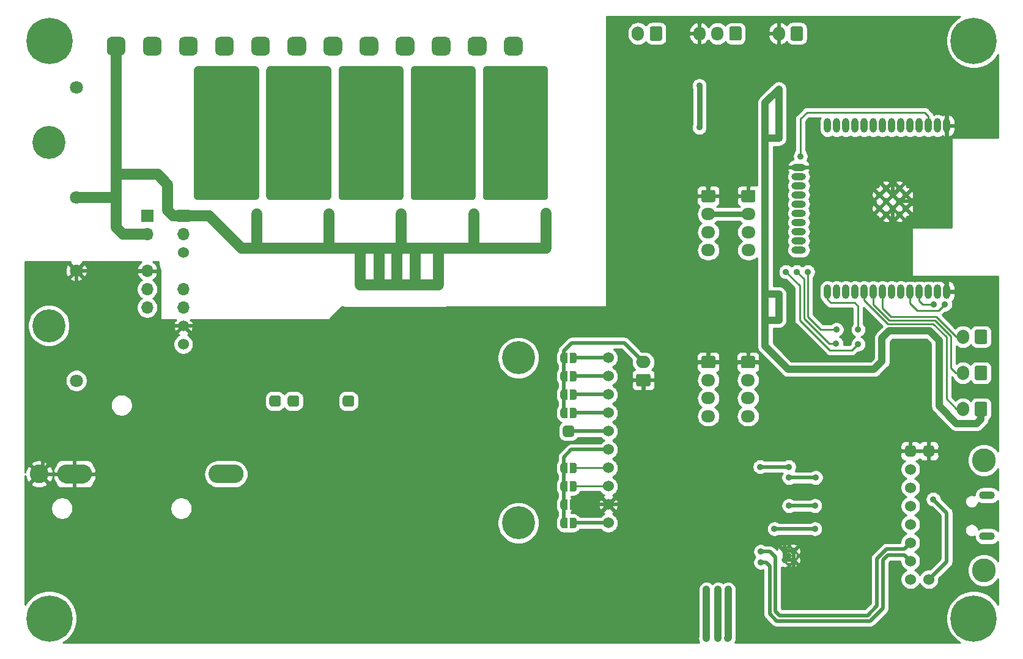
<source format=gbr>
G04 #@! TF.GenerationSoftware,KiCad,Pcbnew,5.1.9-73d0e3b20d~88~ubuntu20.04.1*
G04 #@! TF.CreationDate,2021-10-06T19:48:26+05:30*
G04 #@! TF.ProjectId,vayuO2,76617975-4f32-42e6-9b69-6361645f7063,rev 1*
G04 #@! TF.SameCoordinates,Original*
G04 #@! TF.FileFunction,Copper,L2,Bot*
G04 #@! TF.FilePolarity,Positive*
%FSLAX46Y46*%
G04 Gerber Fmt 4.6, Leading zero omitted, Abs format (unit mm)*
G04 Created by KiCad (PCBNEW 5.1.9-73d0e3b20d~88~ubuntu20.04.1) date 2021-10-06 19:48:26*
%MOMM*%
%LPD*%
G01*
G04 APERTURE LIST*
G04 #@! TA.AperFunction,ComponentPad*
%ADD10O,2.000000X1.000000*%
G04 #@! TD*
G04 #@! TA.AperFunction,ComponentPad*
%ADD11O,1.000000X2.000000*%
G04 #@! TD*
G04 #@! TA.AperFunction,ComponentPad*
%ADD12C,0.900000*%
G04 #@! TD*
G04 #@! TA.AperFunction,ComponentPad*
%ADD13C,1.524000*%
G04 #@! TD*
G04 #@! TA.AperFunction,ComponentPad*
%ADD14R,1.700000X1.700000*%
G04 #@! TD*
G04 #@! TA.AperFunction,ComponentPad*
%ADD15O,1.700000X1.700000*%
G04 #@! TD*
G04 #@! TA.AperFunction,ComponentPad*
%ADD16C,3.302000*%
G04 #@! TD*
G04 #@! TA.AperFunction,ComponentPad*
%ADD17O,1.950000X1.700000*%
G04 #@! TD*
G04 #@! TA.AperFunction,ComponentPad*
%ADD18C,1.800000*%
G04 #@! TD*
G04 #@! TA.AperFunction,ComponentPad*
%ADD19C,4.572000*%
G04 #@! TD*
G04 #@! TA.AperFunction,ComponentPad*
%ADD20O,2.200000X1.100000*%
G04 #@! TD*
G04 #@! TA.AperFunction,ComponentPad*
%ADD21O,1.700000X2.000000*%
G04 #@! TD*
G04 #@! TA.AperFunction,ComponentPad*
%ADD22C,6.400000*%
G04 #@! TD*
G04 #@! TA.AperFunction,ComponentPad*
%ADD23C,0.800000*%
G04 #@! TD*
G04 #@! TA.AperFunction,SMDPad,CuDef*
%ADD24C,0.127000*%
G04 #@! TD*
G04 #@! TA.AperFunction,ComponentPad*
%ADD25O,3.900000X2.600000*%
G04 #@! TD*
G04 #@! TA.AperFunction,ComponentPad*
%ADD26C,2.600000*%
G04 #@! TD*
G04 #@! TA.AperFunction,ComponentPad*
%ADD27O,4.800000X2.600000*%
G04 #@! TD*
G04 #@! TA.AperFunction,ComponentPad*
%ADD28O,2.000000X1.700000*%
G04 #@! TD*
G04 #@! TA.AperFunction,ComponentPad*
%ADD29O,1.700000X1.950000*%
G04 #@! TD*
G04 #@! TA.AperFunction,ViaPad*
%ADD30C,0.900000*%
G04 #@! TD*
G04 #@! TA.AperFunction,Conductor*
%ADD31C,0.500000*%
G04 #@! TD*
G04 #@! TA.AperFunction,Conductor*
%ADD32C,0.250000*%
G04 #@! TD*
G04 #@! TA.AperFunction,Conductor*
%ADD33C,0.750000*%
G04 #@! TD*
G04 #@! TA.AperFunction,Conductor*
%ADD34C,1.000000*%
G04 #@! TD*
G04 #@! TA.AperFunction,Conductor*
%ADD35C,0.254000*%
G04 #@! TD*
G04 #@! TA.AperFunction,Conductor*
%ADD36C,1.500000*%
G04 #@! TD*
G04 #@! TA.AperFunction,Conductor*
%ADD37C,0.127000*%
G04 #@! TD*
G04 APERTURE END LIST*
D10*
X157760001Y-77885000D03*
X157760001Y-82965000D03*
X157760001Y-81695000D03*
X157760001Y-80425000D03*
X157760001Y-79155000D03*
X157760001Y-76615000D03*
X157760001Y-75345000D03*
X157760001Y-74075000D03*
X157760001Y-72805000D03*
X157760001Y-71535000D03*
D11*
X175720001Y-88750000D03*
X164290001Y-88750000D03*
X173180001Y-88750000D03*
X170640001Y-88750000D03*
X169370001Y-88750000D03*
X163020001Y-88750000D03*
X161750001Y-88750000D03*
X171910001Y-88750000D03*
X165560001Y-88750000D03*
X178260001Y-88750000D03*
X174450001Y-88750000D03*
X166830001Y-88750000D03*
X168100001Y-88750000D03*
X176990001Y-88750000D03*
X161750001Y-65750000D03*
X163020001Y-65750000D03*
X164290001Y-65750000D03*
X165560001Y-65750000D03*
X166830001Y-65750000D03*
X168100001Y-65750000D03*
X169370001Y-65750000D03*
X170640001Y-65750000D03*
X171910001Y-65750000D03*
X173180001Y-65750000D03*
X174450001Y-65750000D03*
X175720001Y-65750000D03*
X176990001Y-65750000D03*
X178260001Y-65750000D03*
D12*
X172595001Y-75332500D03*
X172595001Y-77250000D03*
X170760001Y-75332500D03*
X171677501Y-76250000D03*
X170760001Y-77250000D03*
X171677501Y-74415000D03*
X171677501Y-78085000D03*
X169842501Y-76250000D03*
X169842501Y-74415000D03*
X169842501Y-78085000D03*
X168925001Y-77250000D03*
X168925001Y-75332500D03*
D13*
X72550000Y-96030000D03*
X72550000Y-93490000D03*
X72550000Y-83330000D03*
D14*
X72550000Y-78250000D03*
D15*
X72550000Y-80790000D03*
X72550000Y-88410000D03*
X72550000Y-90950000D03*
D13*
X175780000Y-128590000D03*
G04 #@! TA.AperFunction,ComponentPad*
G36*
G01*
X175399000Y-110048000D02*
X176161000Y-110048000D01*
G75*
G02*
X176542000Y-110429000I0J-381000D01*
G01*
X176542000Y-111191000D01*
G75*
G02*
X176161000Y-111572000I-381000J0D01*
G01*
X175399000Y-111572000D01*
G75*
G02*
X175018000Y-111191000I0J381000D01*
G01*
X175018000Y-110429000D01*
G75*
G02*
X175399000Y-110048000I381000J0D01*
G01*
G37*
G04 #@! TD.AperFunction*
G04 #@! TA.AperFunction,ComponentPad*
G36*
G01*
X172859000Y-110048000D02*
X173621000Y-110048000D01*
G75*
G02*
X174002000Y-110429000I0J-381000D01*
G01*
X174002000Y-111191000D01*
G75*
G02*
X173621000Y-111572000I-381000J0D01*
G01*
X172859000Y-111572000D01*
G75*
G02*
X172478000Y-111191000I0J381000D01*
G01*
X172478000Y-110429000D01*
G75*
G02*
X172859000Y-110048000I381000J0D01*
G01*
G37*
G04 #@! TD.AperFunction*
X173240000Y-113350000D03*
X173240000Y-115890000D03*
X173240000Y-128590000D03*
X173240000Y-126050000D03*
X173240000Y-123510000D03*
X173240000Y-120970000D03*
X173240000Y-118430000D03*
D16*
X183400000Y-112080000D03*
X183400000Y-127320000D03*
G04 #@! TA.AperFunction,ComponentPad*
G36*
G01*
X87000000Y-104300000D02*
X87000000Y-103500000D01*
G75*
G02*
X87400000Y-103100000I400000J0D01*
G01*
X88200000Y-103100000D01*
G75*
G02*
X88600000Y-103500000I0J-400000D01*
G01*
X88600000Y-104300000D01*
G75*
G02*
X88200000Y-104700000I-400000J0D01*
G01*
X87400000Y-104700000D01*
G75*
G02*
X87000000Y-104300000I0J400000D01*
G01*
G37*
G04 #@! TD.AperFunction*
D17*
X150800000Y-83000000D03*
X150800000Y-80500000D03*
X150800000Y-78000000D03*
G04 #@! TA.AperFunction,ComponentPad*
G36*
G01*
X150075000Y-74650000D02*
X151525000Y-74650000D01*
G75*
G02*
X151775000Y-74900000I0J-250000D01*
G01*
X151775000Y-76100000D01*
G75*
G02*
X151525000Y-76350000I-250000J0D01*
G01*
X150075000Y-76350000D01*
G75*
G02*
X149825000Y-76100000I0J250000D01*
G01*
X149825000Y-74900000D01*
G75*
G02*
X150075000Y-74650000I250000J0D01*
G01*
G37*
G04 #@! TD.AperFunction*
D18*
X57750000Y-85830000D03*
X57750000Y-101070000D03*
X57750000Y-75670000D03*
X57750000Y-60430000D03*
D19*
X53940000Y-68050000D03*
X53940000Y-93450000D03*
D20*
X183850000Y-116965000D03*
X183850000Y-122635000D03*
D14*
X67550000Y-78250000D03*
D15*
X67550000Y-80790000D03*
X67550000Y-85870000D03*
X67550000Y-88410000D03*
X67550000Y-90950000D03*
D21*
X155000000Y-53000000D03*
G04 #@! TA.AperFunction,ComponentPad*
G36*
G01*
X158350000Y-52250000D02*
X158350000Y-53750000D01*
G75*
G02*
X158100000Y-54000000I-250000J0D01*
G01*
X156900000Y-54000000D01*
G75*
G02*
X156650000Y-53750000I0J250000D01*
G01*
X156650000Y-52250000D01*
G75*
G02*
X156900000Y-52000000I250000J0D01*
G01*
X158100000Y-52000000D01*
G75*
G02*
X158350000Y-52250000I0J-250000D01*
G01*
G37*
G04 #@! TD.AperFunction*
D22*
X182000000Y-54000000D03*
D23*
X184400000Y-54000000D03*
X183697056Y-55697056D03*
X182000000Y-56400000D03*
X180302944Y-55697056D03*
X179600000Y-54000000D03*
X180302944Y-52302944D03*
X182000000Y-51600000D03*
X183697056Y-52302944D03*
D22*
X182000000Y-134000000D03*
D23*
X184400000Y-134000000D03*
X183697056Y-135697056D03*
X182000000Y-136400000D03*
X180302944Y-135697056D03*
X179600000Y-134000000D03*
X180302944Y-132302944D03*
X182000000Y-131600000D03*
X183697056Y-132302944D03*
D22*
X54000000Y-54000000D03*
D23*
X56400000Y-54000000D03*
X55697056Y-55697056D03*
X54000000Y-56400000D03*
X52302944Y-55697056D03*
X51600000Y-54000000D03*
X52302944Y-52302944D03*
X54000000Y-51600000D03*
X55697056Y-52302944D03*
D22*
X54000000Y-134000000D03*
D23*
X56400000Y-134000000D03*
X55697056Y-135697056D03*
X54000000Y-136400000D03*
X52302944Y-135697056D03*
X51600000Y-134000000D03*
X52302944Y-132302944D03*
X54000000Y-131600000D03*
X55697056Y-132302944D03*
G04 #@! TA.AperFunction,SMDPad,CuDef*
D24*
G36*
X125250000Y-98669398D02*
G01*
X125225466Y-98669398D01*
X125176635Y-98664588D01*
X125128510Y-98655016D01*
X125081555Y-98640772D01*
X125036222Y-98621995D01*
X124992949Y-98598864D01*
X124952150Y-98571604D01*
X124914221Y-98540476D01*
X124879524Y-98505779D01*
X124848396Y-98467850D01*
X124821136Y-98427051D01*
X124798005Y-98383778D01*
X124779228Y-98338445D01*
X124764984Y-98291490D01*
X124755412Y-98243365D01*
X124750602Y-98194534D01*
X124750602Y-98170000D01*
X124750000Y-98170000D01*
X124750000Y-97670000D01*
X124750602Y-97670000D01*
X124750602Y-97645466D01*
X124755412Y-97596635D01*
X124764984Y-97548510D01*
X124779228Y-97501555D01*
X124798005Y-97456222D01*
X124821136Y-97412949D01*
X124848396Y-97372150D01*
X124879524Y-97334221D01*
X124914221Y-97299524D01*
X124952150Y-97268396D01*
X124992949Y-97241136D01*
X125036222Y-97218005D01*
X125081555Y-97199228D01*
X125128510Y-97184984D01*
X125176635Y-97175412D01*
X125225466Y-97170602D01*
X125250000Y-97170602D01*
X125250000Y-97170000D01*
X125750000Y-97170000D01*
X125750000Y-98670000D01*
X125250000Y-98670000D01*
X125250000Y-98669398D01*
G37*
G04 #@! TD.AperFunction*
G04 #@! TA.AperFunction,SMDPad,CuDef*
G36*
X126050000Y-97170000D02*
G01*
X126550000Y-97170000D01*
X126550000Y-97170602D01*
X126574534Y-97170602D01*
X126623365Y-97175412D01*
X126671490Y-97184984D01*
X126718445Y-97199228D01*
X126763778Y-97218005D01*
X126807051Y-97241136D01*
X126847850Y-97268396D01*
X126885779Y-97299524D01*
X126920476Y-97334221D01*
X126951604Y-97372150D01*
X126978864Y-97412949D01*
X127001995Y-97456222D01*
X127020772Y-97501555D01*
X127035016Y-97548510D01*
X127044588Y-97596635D01*
X127049398Y-97645466D01*
X127049398Y-97670000D01*
X127050000Y-97670000D01*
X127050000Y-98170000D01*
X127049398Y-98170000D01*
X127049398Y-98194534D01*
X127044588Y-98243365D01*
X127035016Y-98291490D01*
X127020772Y-98338445D01*
X127001995Y-98383778D01*
X126978864Y-98427051D01*
X126951604Y-98467850D01*
X126920476Y-98505779D01*
X126885779Y-98540476D01*
X126847850Y-98571604D01*
X126807051Y-98598864D01*
X126763778Y-98621995D01*
X126718445Y-98640772D01*
X126671490Y-98655016D01*
X126623365Y-98664588D01*
X126574534Y-98669398D01*
X126550000Y-98669398D01*
X126550000Y-98670000D01*
X126050000Y-98670000D01*
X126050000Y-97170000D01*
G37*
G04 #@! TD.AperFunction*
G04 #@! TA.AperFunction,SMDPad,CuDef*
G36*
X125250000Y-101209398D02*
G01*
X125225466Y-101209398D01*
X125176635Y-101204588D01*
X125128510Y-101195016D01*
X125081555Y-101180772D01*
X125036222Y-101161995D01*
X124992949Y-101138864D01*
X124952150Y-101111604D01*
X124914221Y-101080476D01*
X124879524Y-101045779D01*
X124848396Y-101007850D01*
X124821136Y-100967051D01*
X124798005Y-100923778D01*
X124779228Y-100878445D01*
X124764984Y-100831490D01*
X124755412Y-100783365D01*
X124750602Y-100734534D01*
X124750602Y-100710000D01*
X124750000Y-100710000D01*
X124750000Y-100210000D01*
X124750602Y-100210000D01*
X124750602Y-100185466D01*
X124755412Y-100136635D01*
X124764984Y-100088510D01*
X124779228Y-100041555D01*
X124798005Y-99996222D01*
X124821136Y-99952949D01*
X124848396Y-99912150D01*
X124879524Y-99874221D01*
X124914221Y-99839524D01*
X124952150Y-99808396D01*
X124992949Y-99781136D01*
X125036222Y-99758005D01*
X125081555Y-99739228D01*
X125128510Y-99724984D01*
X125176635Y-99715412D01*
X125225466Y-99710602D01*
X125250000Y-99710602D01*
X125250000Y-99710000D01*
X125750000Y-99710000D01*
X125750000Y-101210000D01*
X125250000Y-101210000D01*
X125250000Y-101209398D01*
G37*
G04 #@! TD.AperFunction*
G04 #@! TA.AperFunction,SMDPad,CuDef*
G36*
X126050000Y-99710000D02*
G01*
X126550000Y-99710000D01*
X126550000Y-99710602D01*
X126574534Y-99710602D01*
X126623365Y-99715412D01*
X126671490Y-99724984D01*
X126718445Y-99739228D01*
X126763778Y-99758005D01*
X126807051Y-99781136D01*
X126847850Y-99808396D01*
X126885779Y-99839524D01*
X126920476Y-99874221D01*
X126951604Y-99912150D01*
X126978864Y-99952949D01*
X127001995Y-99996222D01*
X127020772Y-100041555D01*
X127035016Y-100088510D01*
X127044588Y-100136635D01*
X127049398Y-100185466D01*
X127049398Y-100210000D01*
X127050000Y-100210000D01*
X127050000Y-100710000D01*
X127049398Y-100710000D01*
X127049398Y-100734534D01*
X127044588Y-100783365D01*
X127035016Y-100831490D01*
X127020772Y-100878445D01*
X127001995Y-100923778D01*
X126978864Y-100967051D01*
X126951604Y-101007850D01*
X126920476Y-101045779D01*
X126885779Y-101080476D01*
X126847850Y-101111604D01*
X126807051Y-101138864D01*
X126763778Y-101161995D01*
X126718445Y-101180772D01*
X126671490Y-101195016D01*
X126623365Y-101204588D01*
X126574534Y-101209398D01*
X126550000Y-101209398D01*
X126550000Y-101210000D01*
X126050000Y-101210000D01*
X126050000Y-99710000D01*
G37*
G04 #@! TD.AperFunction*
G04 #@! TA.AperFunction,SMDPad,CuDef*
G36*
X125250000Y-103749398D02*
G01*
X125225466Y-103749398D01*
X125176635Y-103744588D01*
X125128510Y-103735016D01*
X125081555Y-103720772D01*
X125036222Y-103701995D01*
X124992949Y-103678864D01*
X124952150Y-103651604D01*
X124914221Y-103620476D01*
X124879524Y-103585779D01*
X124848396Y-103547850D01*
X124821136Y-103507051D01*
X124798005Y-103463778D01*
X124779228Y-103418445D01*
X124764984Y-103371490D01*
X124755412Y-103323365D01*
X124750602Y-103274534D01*
X124750602Y-103250000D01*
X124750000Y-103250000D01*
X124750000Y-102750000D01*
X124750602Y-102750000D01*
X124750602Y-102725466D01*
X124755412Y-102676635D01*
X124764984Y-102628510D01*
X124779228Y-102581555D01*
X124798005Y-102536222D01*
X124821136Y-102492949D01*
X124848396Y-102452150D01*
X124879524Y-102414221D01*
X124914221Y-102379524D01*
X124952150Y-102348396D01*
X124992949Y-102321136D01*
X125036222Y-102298005D01*
X125081555Y-102279228D01*
X125128510Y-102264984D01*
X125176635Y-102255412D01*
X125225466Y-102250602D01*
X125250000Y-102250602D01*
X125250000Y-102250000D01*
X125750000Y-102250000D01*
X125750000Y-103750000D01*
X125250000Y-103750000D01*
X125250000Y-103749398D01*
G37*
G04 #@! TD.AperFunction*
G04 #@! TA.AperFunction,SMDPad,CuDef*
G36*
X126050000Y-102250000D02*
G01*
X126550000Y-102250000D01*
X126550000Y-102250602D01*
X126574534Y-102250602D01*
X126623365Y-102255412D01*
X126671490Y-102264984D01*
X126718445Y-102279228D01*
X126763778Y-102298005D01*
X126807051Y-102321136D01*
X126847850Y-102348396D01*
X126885779Y-102379524D01*
X126920476Y-102414221D01*
X126951604Y-102452150D01*
X126978864Y-102492949D01*
X127001995Y-102536222D01*
X127020772Y-102581555D01*
X127035016Y-102628510D01*
X127044588Y-102676635D01*
X127049398Y-102725466D01*
X127049398Y-102750000D01*
X127050000Y-102750000D01*
X127050000Y-103250000D01*
X127049398Y-103250000D01*
X127049398Y-103274534D01*
X127044588Y-103323365D01*
X127035016Y-103371490D01*
X127020772Y-103418445D01*
X127001995Y-103463778D01*
X126978864Y-103507051D01*
X126951604Y-103547850D01*
X126920476Y-103585779D01*
X126885779Y-103620476D01*
X126847850Y-103651604D01*
X126807051Y-103678864D01*
X126763778Y-103701995D01*
X126718445Y-103720772D01*
X126671490Y-103735016D01*
X126623365Y-103744588D01*
X126574534Y-103749398D01*
X126550000Y-103749398D01*
X126550000Y-103750000D01*
X126050000Y-103750000D01*
X126050000Y-102250000D01*
G37*
G04 #@! TD.AperFunction*
G04 #@! TA.AperFunction,SMDPad,CuDef*
G36*
X125250000Y-106289398D02*
G01*
X125225466Y-106289398D01*
X125176635Y-106284588D01*
X125128510Y-106275016D01*
X125081555Y-106260772D01*
X125036222Y-106241995D01*
X124992949Y-106218864D01*
X124952150Y-106191604D01*
X124914221Y-106160476D01*
X124879524Y-106125779D01*
X124848396Y-106087850D01*
X124821136Y-106047051D01*
X124798005Y-106003778D01*
X124779228Y-105958445D01*
X124764984Y-105911490D01*
X124755412Y-105863365D01*
X124750602Y-105814534D01*
X124750602Y-105790000D01*
X124750000Y-105790000D01*
X124750000Y-105290000D01*
X124750602Y-105290000D01*
X124750602Y-105265466D01*
X124755412Y-105216635D01*
X124764984Y-105168510D01*
X124779228Y-105121555D01*
X124798005Y-105076222D01*
X124821136Y-105032949D01*
X124848396Y-104992150D01*
X124879524Y-104954221D01*
X124914221Y-104919524D01*
X124952150Y-104888396D01*
X124992949Y-104861136D01*
X125036222Y-104838005D01*
X125081555Y-104819228D01*
X125128510Y-104804984D01*
X125176635Y-104795412D01*
X125225466Y-104790602D01*
X125250000Y-104790602D01*
X125250000Y-104790000D01*
X125750000Y-104790000D01*
X125750000Y-106290000D01*
X125250000Y-106290000D01*
X125250000Y-106289398D01*
G37*
G04 #@! TD.AperFunction*
G04 #@! TA.AperFunction,SMDPad,CuDef*
G36*
X126050000Y-104790000D02*
G01*
X126550000Y-104790000D01*
X126550000Y-104790602D01*
X126574534Y-104790602D01*
X126623365Y-104795412D01*
X126671490Y-104804984D01*
X126718445Y-104819228D01*
X126763778Y-104838005D01*
X126807051Y-104861136D01*
X126847850Y-104888396D01*
X126885779Y-104919524D01*
X126920476Y-104954221D01*
X126951604Y-104992150D01*
X126978864Y-105032949D01*
X127001995Y-105076222D01*
X127020772Y-105121555D01*
X127035016Y-105168510D01*
X127044588Y-105216635D01*
X127049398Y-105265466D01*
X127049398Y-105290000D01*
X127050000Y-105290000D01*
X127050000Y-105790000D01*
X127049398Y-105790000D01*
X127049398Y-105814534D01*
X127044588Y-105863365D01*
X127035016Y-105911490D01*
X127020772Y-105958445D01*
X127001995Y-106003778D01*
X126978864Y-106047051D01*
X126951604Y-106087850D01*
X126920476Y-106125779D01*
X126885779Y-106160476D01*
X126847850Y-106191604D01*
X126807051Y-106218864D01*
X126763778Y-106241995D01*
X126718445Y-106260772D01*
X126671490Y-106275016D01*
X126623365Y-106284588D01*
X126574534Y-106289398D01*
X126550000Y-106289398D01*
X126550000Y-106290000D01*
X126050000Y-106290000D01*
X126050000Y-104790000D01*
G37*
G04 #@! TD.AperFunction*
G04 #@! TA.AperFunction,SMDPad,CuDef*
G36*
X125250000Y-113909398D02*
G01*
X125225466Y-113909398D01*
X125176635Y-113904588D01*
X125128510Y-113895016D01*
X125081555Y-113880772D01*
X125036222Y-113861995D01*
X124992949Y-113838864D01*
X124952150Y-113811604D01*
X124914221Y-113780476D01*
X124879524Y-113745779D01*
X124848396Y-113707850D01*
X124821136Y-113667051D01*
X124798005Y-113623778D01*
X124779228Y-113578445D01*
X124764984Y-113531490D01*
X124755412Y-113483365D01*
X124750602Y-113434534D01*
X124750602Y-113410000D01*
X124750000Y-113410000D01*
X124750000Y-112910000D01*
X124750602Y-112910000D01*
X124750602Y-112885466D01*
X124755412Y-112836635D01*
X124764984Y-112788510D01*
X124779228Y-112741555D01*
X124798005Y-112696222D01*
X124821136Y-112652949D01*
X124848396Y-112612150D01*
X124879524Y-112574221D01*
X124914221Y-112539524D01*
X124952150Y-112508396D01*
X124992949Y-112481136D01*
X125036222Y-112458005D01*
X125081555Y-112439228D01*
X125128510Y-112424984D01*
X125176635Y-112415412D01*
X125225466Y-112410602D01*
X125250000Y-112410602D01*
X125250000Y-112410000D01*
X125750000Y-112410000D01*
X125750000Y-113910000D01*
X125250000Y-113910000D01*
X125250000Y-113909398D01*
G37*
G04 #@! TD.AperFunction*
G04 #@! TA.AperFunction,SMDPad,CuDef*
G36*
X126050000Y-112410000D02*
G01*
X126550000Y-112410000D01*
X126550000Y-112410602D01*
X126574534Y-112410602D01*
X126623365Y-112415412D01*
X126671490Y-112424984D01*
X126718445Y-112439228D01*
X126763778Y-112458005D01*
X126807051Y-112481136D01*
X126847850Y-112508396D01*
X126885779Y-112539524D01*
X126920476Y-112574221D01*
X126951604Y-112612150D01*
X126978864Y-112652949D01*
X127001995Y-112696222D01*
X127020772Y-112741555D01*
X127035016Y-112788510D01*
X127044588Y-112836635D01*
X127049398Y-112885466D01*
X127049398Y-112910000D01*
X127050000Y-112910000D01*
X127050000Y-113410000D01*
X127049398Y-113410000D01*
X127049398Y-113434534D01*
X127044588Y-113483365D01*
X127035016Y-113531490D01*
X127020772Y-113578445D01*
X127001995Y-113623778D01*
X126978864Y-113667051D01*
X126951604Y-113707850D01*
X126920476Y-113745779D01*
X126885779Y-113780476D01*
X126847850Y-113811604D01*
X126807051Y-113838864D01*
X126763778Y-113861995D01*
X126718445Y-113880772D01*
X126671490Y-113895016D01*
X126623365Y-113904588D01*
X126574534Y-113909398D01*
X126550000Y-113909398D01*
X126550000Y-113910000D01*
X126050000Y-113910000D01*
X126050000Y-112410000D01*
G37*
G04 #@! TD.AperFunction*
G04 #@! TA.AperFunction,SMDPad,CuDef*
G36*
X125250001Y-116449398D02*
G01*
X125225467Y-116449398D01*
X125176636Y-116444588D01*
X125128511Y-116435016D01*
X125081556Y-116420772D01*
X125036223Y-116401995D01*
X124992950Y-116378864D01*
X124952151Y-116351604D01*
X124914222Y-116320476D01*
X124879525Y-116285779D01*
X124848397Y-116247850D01*
X124821137Y-116207051D01*
X124798006Y-116163778D01*
X124779229Y-116118445D01*
X124764985Y-116071490D01*
X124755413Y-116023365D01*
X124750603Y-115974534D01*
X124750603Y-115950000D01*
X124750001Y-115950000D01*
X124750001Y-115450000D01*
X124750603Y-115450000D01*
X124750603Y-115425466D01*
X124755413Y-115376635D01*
X124764985Y-115328510D01*
X124779229Y-115281555D01*
X124798006Y-115236222D01*
X124821137Y-115192949D01*
X124848397Y-115152150D01*
X124879525Y-115114221D01*
X124914222Y-115079524D01*
X124952151Y-115048396D01*
X124992950Y-115021136D01*
X125036223Y-114998005D01*
X125081556Y-114979228D01*
X125128511Y-114964984D01*
X125176636Y-114955412D01*
X125225467Y-114950602D01*
X125250001Y-114950602D01*
X125250001Y-114950000D01*
X125750001Y-114950000D01*
X125750001Y-116450000D01*
X125250001Y-116450000D01*
X125250001Y-116449398D01*
G37*
G04 #@! TD.AperFunction*
G04 #@! TA.AperFunction,SMDPad,CuDef*
G36*
X126050001Y-114950000D02*
G01*
X126550001Y-114950000D01*
X126550001Y-114950602D01*
X126574535Y-114950602D01*
X126623366Y-114955412D01*
X126671491Y-114964984D01*
X126718446Y-114979228D01*
X126763779Y-114998005D01*
X126807052Y-115021136D01*
X126847851Y-115048396D01*
X126885780Y-115079524D01*
X126920477Y-115114221D01*
X126951605Y-115152150D01*
X126978865Y-115192949D01*
X127001996Y-115236222D01*
X127020773Y-115281555D01*
X127035017Y-115328510D01*
X127044589Y-115376635D01*
X127049399Y-115425466D01*
X127049399Y-115450000D01*
X127050001Y-115450000D01*
X127050001Y-115950000D01*
X127049399Y-115950000D01*
X127049399Y-115974534D01*
X127044589Y-116023365D01*
X127035017Y-116071490D01*
X127020773Y-116118445D01*
X127001996Y-116163778D01*
X126978865Y-116207051D01*
X126951605Y-116247850D01*
X126920477Y-116285779D01*
X126885780Y-116320476D01*
X126847851Y-116351604D01*
X126807052Y-116378864D01*
X126763779Y-116401995D01*
X126718446Y-116420772D01*
X126671491Y-116435016D01*
X126623366Y-116444588D01*
X126574535Y-116449398D01*
X126550001Y-116449398D01*
X126550001Y-116450000D01*
X126050001Y-116450000D01*
X126050001Y-114950000D01*
G37*
G04 #@! TD.AperFunction*
G04 #@! TA.AperFunction,SMDPad,CuDef*
G36*
X125250000Y-118989398D02*
G01*
X125225466Y-118989398D01*
X125176635Y-118984588D01*
X125128510Y-118975016D01*
X125081555Y-118960772D01*
X125036222Y-118941995D01*
X124992949Y-118918864D01*
X124952150Y-118891604D01*
X124914221Y-118860476D01*
X124879524Y-118825779D01*
X124848396Y-118787850D01*
X124821136Y-118747051D01*
X124798005Y-118703778D01*
X124779228Y-118658445D01*
X124764984Y-118611490D01*
X124755412Y-118563365D01*
X124750602Y-118514534D01*
X124750602Y-118490000D01*
X124750000Y-118490000D01*
X124750000Y-117990000D01*
X124750602Y-117990000D01*
X124750602Y-117965466D01*
X124755412Y-117916635D01*
X124764984Y-117868510D01*
X124779228Y-117821555D01*
X124798005Y-117776222D01*
X124821136Y-117732949D01*
X124848396Y-117692150D01*
X124879524Y-117654221D01*
X124914221Y-117619524D01*
X124952150Y-117588396D01*
X124992949Y-117561136D01*
X125036222Y-117538005D01*
X125081555Y-117519228D01*
X125128510Y-117504984D01*
X125176635Y-117495412D01*
X125225466Y-117490602D01*
X125250000Y-117490602D01*
X125250000Y-117490000D01*
X125750000Y-117490000D01*
X125750000Y-118990000D01*
X125250000Y-118990000D01*
X125250000Y-118989398D01*
G37*
G04 #@! TD.AperFunction*
G04 #@! TA.AperFunction,SMDPad,CuDef*
G36*
X126050000Y-117490000D02*
G01*
X126550000Y-117490000D01*
X126550000Y-117490602D01*
X126574534Y-117490602D01*
X126623365Y-117495412D01*
X126671490Y-117504984D01*
X126718445Y-117519228D01*
X126763778Y-117538005D01*
X126807051Y-117561136D01*
X126847850Y-117588396D01*
X126885779Y-117619524D01*
X126920476Y-117654221D01*
X126951604Y-117692150D01*
X126978864Y-117732949D01*
X127001995Y-117776222D01*
X127020772Y-117821555D01*
X127035016Y-117868510D01*
X127044588Y-117916635D01*
X127049398Y-117965466D01*
X127049398Y-117990000D01*
X127050000Y-117990000D01*
X127050000Y-118490000D01*
X127049398Y-118490000D01*
X127049398Y-118514534D01*
X127044588Y-118563365D01*
X127035016Y-118611490D01*
X127020772Y-118658445D01*
X127001995Y-118703778D01*
X126978864Y-118747051D01*
X126951604Y-118787850D01*
X126920476Y-118825779D01*
X126885779Y-118860476D01*
X126847850Y-118891604D01*
X126807051Y-118918864D01*
X126763778Y-118941995D01*
X126718445Y-118960772D01*
X126671490Y-118975016D01*
X126623365Y-118984588D01*
X126574534Y-118989398D01*
X126550000Y-118989398D01*
X126550000Y-118990000D01*
X126050000Y-118990000D01*
X126050000Y-117490000D01*
G37*
G04 #@! TD.AperFunction*
G04 #@! TA.AperFunction,SMDPad,CuDef*
G36*
X125250000Y-121529398D02*
G01*
X125225466Y-121529398D01*
X125176635Y-121524588D01*
X125128510Y-121515016D01*
X125081555Y-121500772D01*
X125036222Y-121481995D01*
X124992949Y-121458864D01*
X124952150Y-121431604D01*
X124914221Y-121400476D01*
X124879524Y-121365779D01*
X124848396Y-121327850D01*
X124821136Y-121287051D01*
X124798005Y-121243778D01*
X124779228Y-121198445D01*
X124764984Y-121151490D01*
X124755412Y-121103365D01*
X124750602Y-121054534D01*
X124750602Y-121030000D01*
X124750000Y-121030000D01*
X124750000Y-120530000D01*
X124750602Y-120530000D01*
X124750602Y-120505466D01*
X124755412Y-120456635D01*
X124764984Y-120408510D01*
X124779228Y-120361555D01*
X124798005Y-120316222D01*
X124821136Y-120272949D01*
X124848396Y-120232150D01*
X124879524Y-120194221D01*
X124914221Y-120159524D01*
X124952150Y-120128396D01*
X124992949Y-120101136D01*
X125036222Y-120078005D01*
X125081555Y-120059228D01*
X125128510Y-120044984D01*
X125176635Y-120035412D01*
X125225466Y-120030602D01*
X125250000Y-120030602D01*
X125250000Y-120030000D01*
X125750000Y-120030000D01*
X125750000Y-121530000D01*
X125250000Y-121530000D01*
X125250000Y-121529398D01*
G37*
G04 #@! TD.AperFunction*
G04 #@! TA.AperFunction,SMDPad,CuDef*
G36*
X126050000Y-120030000D02*
G01*
X126550000Y-120030000D01*
X126550000Y-120030602D01*
X126574534Y-120030602D01*
X126623365Y-120035412D01*
X126671490Y-120044984D01*
X126718445Y-120059228D01*
X126763778Y-120078005D01*
X126807051Y-120101136D01*
X126847850Y-120128396D01*
X126885779Y-120159524D01*
X126920476Y-120194221D01*
X126951604Y-120232150D01*
X126978864Y-120272949D01*
X127001995Y-120316222D01*
X127020772Y-120361555D01*
X127035016Y-120408510D01*
X127044588Y-120456635D01*
X127049398Y-120505466D01*
X127049398Y-120530000D01*
X127050000Y-120530000D01*
X127050000Y-121030000D01*
X127049398Y-121030000D01*
X127049398Y-121054534D01*
X127044588Y-121103365D01*
X127035016Y-121151490D01*
X127020772Y-121198445D01*
X127001995Y-121243778D01*
X126978864Y-121287051D01*
X126951604Y-121327850D01*
X126920476Y-121365779D01*
X126885779Y-121400476D01*
X126847850Y-121431604D01*
X126807051Y-121458864D01*
X126763778Y-121481995D01*
X126718445Y-121500772D01*
X126671490Y-121515016D01*
X126623365Y-121524588D01*
X126574534Y-121529398D01*
X126550000Y-121529398D01*
X126550000Y-121530000D01*
X126050000Y-121530000D01*
X126050000Y-120030000D01*
G37*
G04 #@! TD.AperFunction*
G04 #@! TA.AperFunction,ComponentPad*
G36*
G01*
X58800000Y-115300000D02*
X56200000Y-115300000D01*
G75*
G02*
X55550000Y-114650000I0J650000D01*
G01*
X55550000Y-113350000D01*
G75*
G02*
X56200000Y-112700000I650000J0D01*
G01*
X58800000Y-112700000D01*
G75*
G02*
X59450000Y-113350000I0J-650000D01*
G01*
X59450000Y-114650000D01*
G75*
G02*
X58800000Y-115300000I-650000J0D01*
G01*
G37*
G04 #@! TD.AperFunction*
D25*
X78000000Y-114000000D03*
D26*
X52600000Y-114000000D03*
D27*
X57500000Y-114000000D03*
X78500000Y-114000000D03*
D23*
X155765000Y-124665000D03*
X157035000Y-124665000D03*
X157035000Y-125935000D03*
X155765000Y-125935000D03*
X156400000Y-125300000D03*
G04 #@! TA.AperFunction,ComponentPad*
G36*
G01*
X94620000Y-104300000D02*
X94620000Y-103500000D01*
G75*
G02*
X95020000Y-103100000I400000J0D01*
G01*
X95820000Y-103100000D01*
G75*
G02*
X96220000Y-103500000I0J-400000D01*
G01*
X96220000Y-104300000D01*
G75*
G02*
X95820000Y-104700000I-400000J0D01*
G01*
X95020000Y-104700000D01*
G75*
G02*
X94620000Y-104300000I0J400000D01*
G01*
G37*
G04 #@! TD.AperFunction*
G04 #@! TA.AperFunction,ComponentPad*
G36*
G01*
X84460000Y-104300000D02*
X84460000Y-103500000D01*
G75*
G02*
X84860000Y-103100000I400000J0D01*
G01*
X85660000Y-103100000D01*
G75*
G02*
X86060000Y-103500000I0J-400000D01*
G01*
X86060000Y-104300000D01*
G75*
G02*
X85660000Y-104700000I-400000J0D01*
G01*
X84860000Y-104700000D01*
G75*
G02*
X84460000Y-104300000I0J400000D01*
G01*
G37*
G04 #@! TD.AperFunction*
D21*
X135500000Y-53000000D03*
G04 #@! TA.AperFunction,ComponentPad*
G36*
G01*
X138850000Y-52250000D02*
X138850000Y-53750000D01*
G75*
G02*
X138600000Y-54000000I-250000J0D01*
G01*
X137400000Y-54000000D01*
G75*
G02*
X137150000Y-53750000I0J250000D01*
G01*
X137150000Y-52250000D01*
G75*
G02*
X137400000Y-52000000I250000J0D01*
G01*
X138600000Y-52000000D01*
G75*
G02*
X138850000Y-52250000I0J-250000D01*
G01*
G37*
G04 #@! TD.AperFunction*
G04 #@! TA.AperFunction,ComponentPad*
G36*
G01*
X126300000Y-108880000D02*
X125500000Y-108880000D01*
G75*
G02*
X125100000Y-108480000I0J400000D01*
G01*
X125100000Y-107680000D01*
G75*
G02*
X125500000Y-107280000I400000J0D01*
G01*
X126300000Y-107280000D01*
G75*
G02*
X126700000Y-107680000I0J-400000D01*
G01*
X126700000Y-108480000D01*
G75*
G02*
X126300000Y-108880000I-400000J0D01*
G01*
G37*
G04 #@! TD.AperFunction*
X180500000Y-95000000D03*
G04 #@! TA.AperFunction,ComponentPad*
G36*
G01*
X183850000Y-94250000D02*
X183850000Y-95750000D01*
G75*
G02*
X183600000Y-96000000I-250000J0D01*
G01*
X182400000Y-96000000D01*
G75*
G02*
X182150000Y-95750000I0J250000D01*
G01*
X182150000Y-94250000D01*
G75*
G02*
X182400000Y-94000000I250000J0D01*
G01*
X183600000Y-94000000D01*
G75*
G02*
X183850000Y-94250000I0J-250000D01*
G01*
G37*
G04 #@! TD.AperFunction*
X180500000Y-100000000D03*
G04 #@! TA.AperFunction,ComponentPad*
G36*
G01*
X183850000Y-99250000D02*
X183850000Y-100750000D01*
G75*
G02*
X183600000Y-101000000I-250000J0D01*
G01*
X182400000Y-101000000D01*
G75*
G02*
X182150000Y-100750000I0J250000D01*
G01*
X182150000Y-99250000D01*
G75*
G02*
X182400000Y-99000000I250000J0D01*
G01*
X183600000Y-99000000D01*
G75*
G02*
X183850000Y-99250000I0J-250000D01*
G01*
G37*
G04 #@! TD.AperFunction*
X180500000Y-105000000D03*
G04 #@! TA.AperFunction,ComponentPad*
G36*
G01*
X183850000Y-104250000D02*
X183850000Y-105750000D01*
G75*
G02*
X183600000Y-106000000I-250000J0D01*
G01*
X182400000Y-106000000D01*
G75*
G02*
X182150000Y-105750000I0J250000D01*
G01*
X182150000Y-104250000D01*
G75*
G02*
X182400000Y-104000000I250000J0D01*
G01*
X183600000Y-104000000D01*
G75*
G02*
X183850000Y-104250000I0J-250000D01*
G01*
G37*
G04 #@! TD.AperFunction*
D13*
X131400000Y-110620000D03*
X131400000Y-108080000D03*
X131400000Y-105540000D03*
X131400000Y-103000000D03*
X131400000Y-100460000D03*
X131400000Y-97920000D03*
X131400000Y-113160000D03*
X131400000Y-115700000D03*
X131400000Y-118240000D03*
X131400000Y-120780000D03*
D19*
X118954000Y-120780000D03*
X118954000Y-97920000D03*
D28*
X136250000Y-98500000D03*
G04 #@! TA.AperFunction,ComponentPad*
G36*
G01*
X137000000Y-101850000D02*
X135500000Y-101850000D01*
G75*
G02*
X135250000Y-101600000I0J250000D01*
G01*
X135250000Y-100400000D01*
G75*
G02*
X135500000Y-100150000I250000J0D01*
G01*
X137000000Y-100150000D01*
G75*
G02*
X137250000Y-100400000I0J-250000D01*
G01*
X137250000Y-101600000D01*
G75*
G02*
X137000000Y-101850000I-250000J0D01*
G01*
G37*
G04 #@! TD.AperFunction*
G04 #@! TA.AperFunction,ComponentPad*
G36*
G01*
X119550000Y-54100000D02*
X119550000Y-55400000D01*
G75*
G02*
X118900000Y-56050000I-650000J0D01*
G01*
X117600000Y-56050000D01*
G75*
G02*
X116950000Y-55400000I0J650000D01*
G01*
X116950000Y-54100000D01*
G75*
G02*
X117600000Y-53450000I650000J0D01*
G01*
X118900000Y-53450000D01*
G75*
G02*
X119550000Y-54100000I0J-650000D01*
G01*
G37*
G04 #@! TD.AperFunction*
G04 #@! TA.AperFunction,ComponentPad*
G36*
G01*
X114550000Y-54100000D02*
X114550000Y-55400000D01*
G75*
G02*
X113900000Y-56050000I-650000J0D01*
G01*
X112600000Y-56050000D01*
G75*
G02*
X111950000Y-55400000I0J650000D01*
G01*
X111950000Y-54100000D01*
G75*
G02*
X112600000Y-53450000I650000J0D01*
G01*
X113900000Y-53450000D01*
G75*
G02*
X114550000Y-54100000I0J-650000D01*
G01*
G37*
G04 #@! TD.AperFunction*
G04 #@! TA.AperFunction,ComponentPad*
G36*
G01*
X109550000Y-54100000D02*
X109550000Y-55400000D01*
G75*
G02*
X108900000Y-56050000I-650000J0D01*
G01*
X107600000Y-56050000D01*
G75*
G02*
X106950000Y-55400000I0J650000D01*
G01*
X106950000Y-54100000D01*
G75*
G02*
X107600000Y-53450000I650000J0D01*
G01*
X108900000Y-53450000D01*
G75*
G02*
X109550000Y-54100000I0J-650000D01*
G01*
G37*
G04 #@! TD.AperFunction*
G04 #@! TA.AperFunction,ComponentPad*
G36*
G01*
X104550000Y-54100000D02*
X104550000Y-55400000D01*
G75*
G02*
X103900000Y-56050000I-650000J0D01*
G01*
X102600000Y-56050000D01*
G75*
G02*
X101950000Y-55400000I0J650000D01*
G01*
X101950000Y-54100000D01*
G75*
G02*
X102600000Y-53450000I650000J0D01*
G01*
X103900000Y-53450000D01*
G75*
G02*
X104550000Y-54100000I0J-650000D01*
G01*
G37*
G04 #@! TD.AperFunction*
G04 #@! TA.AperFunction,ComponentPad*
G36*
G01*
X99550000Y-54100000D02*
X99550000Y-55400000D01*
G75*
G02*
X98900000Y-56050000I-650000J0D01*
G01*
X97600000Y-56050000D01*
G75*
G02*
X96950000Y-55400000I0J650000D01*
G01*
X96950000Y-54100000D01*
G75*
G02*
X97600000Y-53450000I650000J0D01*
G01*
X98900000Y-53450000D01*
G75*
G02*
X99550000Y-54100000I0J-650000D01*
G01*
G37*
G04 #@! TD.AperFunction*
G04 #@! TA.AperFunction,ComponentPad*
G36*
G01*
X94550000Y-54100000D02*
X94550000Y-55400000D01*
G75*
G02*
X93900000Y-56050000I-650000J0D01*
G01*
X92600000Y-56050000D01*
G75*
G02*
X91950000Y-55400000I0J650000D01*
G01*
X91950000Y-54100000D01*
G75*
G02*
X92600000Y-53450000I650000J0D01*
G01*
X93900000Y-53450000D01*
G75*
G02*
X94550000Y-54100000I0J-650000D01*
G01*
G37*
G04 #@! TD.AperFunction*
G04 #@! TA.AperFunction,ComponentPad*
G36*
G01*
X89550000Y-54100000D02*
X89550000Y-55400000D01*
G75*
G02*
X88900000Y-56050000I-650000J0D01*
G01*
X87600000Y-56050000D01*
G75*
G02*
X86950000Y-55400000I0J650000D01*
G01*
X86950000Y-54100000D01*
G75*
G02*
X87600000Y-53450000I650000J0D01*
G01*
X88900000Y-53450000D01*
G75*
G02*
X89550000Y-54100000I0J-650000D01*
G01*
G37*
G04 #@! TD.AperFunction*
G04 #@! TA.AperFunction,ComponentPad*
G36*
G01*
X84550000Y-54100000D02*
X84550000Y-55400000D01*
G75*
G02*
X83900000Y-56050000I-650000J0D01*
G01*
X82600000Y-56050000D01*
G75*
G02*
X81950000Y-55400000I0J650000D01*
G01*
X81950000Y-54100000D01*
G75*
G02*
X82600000Y-53450000I650000J0D01*
G01*
X83900000Y-53450000D01*
G75*
G02*
X84550000Y-54100000I0J-650000D01*
G01*
G37*
G04 #@! TD.AperFunction*
G04 #@! TA.AperFunction,ComponentPad*
G36*
G01*
X79550000Y-54100000D02*
X79550000Y-55400000D01*
G75*
G02*
X78900000Y-56050000I-650000J0D01*
G01*
X77600000Y-56050000D01*
G75*
G02*
X76950000Y-55400000I0J650000D01*
G01*
X76950000Y-54100000D01*
G75*
G02*
X77600000Y-53450000I650000J0D01*
G01*
X78900000Y-53450000D01*
G75*
G02*
X79550000Y-54100000I0J-650000D01*
G01*
G37*
G04 #@! TD.AperFunction*
G04 #@! TA.AperFunction,ComponentPad*
G36*
G01*
X74550000Y-54100000D02*
X74550000Y-55400000D01*
G75*
G02*
X73900000Y-56050000I-650000J0D01*
G01*
X72600000Y-56050000D01*
G75*
G02*
X71950000Y-55400000I0J650000D01*
G01*
X71950000Y-54100000D01*
G75*
G02*
X72600000Y-53450000I650000J0D01*
G01*
X73900000Y-53450000D01*
G75*
G02*
X74550000Y-54100000I0J-650000D01*
G01*
G37*
G04 #@! TD.AperFunction*
G04 #@! TA.AperFunction,ComponentPad*
G36*
G01*
X69550000Y-54100000D02*
X69550000Y-55400000D01*
G75*
G02*
X68900000Y-56050000I-650000J0D01*
G01*
X67600000Y-56050000D01*
G75*
G02*
X66950000Y-55400000I0J650000D01*
G01*
X66950000Y-54100000D01*
G75*
G02*
X67600000Y-53450000I650000J0D01*
G01*
X68900000Y-53450000D01*
G75*
G02*
X69550000Y-54100000I0J-650000D01*
G01*
G37*
G04 #@! TD.AperFunction*
G04 #@! TA.AperFunction,ComponentPad*
G36*
G01*
X64550000Y-54100000D02*
X64550000Y-55400000D01*
G75*
G02*
X63900000Y-56050000I-650000J0D01*
G01*
X62600000Y-56050000D01*
G75*
G02*
X61950000Y-55400000I0J650000D01*
G01*
X61950000Y-54100000D01*
G75*
G02*
X62600000Y-53450000I650000J0D01*
G01*
X63900000Y-53450000D01*
G75*
G02*
X64550000Y-54100000I0J-650000D01*
G01*
G37*
G04 #@! TD.AperFunction*
D17*
X145250000Y-106000000D03*
X145250000Y-103500000D03*
X145250000Y-101000000D03*
G04 #@! TA.AperFunction,ComponentPad*
G36*
G01*
X144525000Y-97650000D02*
X145975000Y-97650000D01*
G75*
G02*
X146225000Y-97900000I0J-250000D01*
G01*
X146225000Y-99100000D01*
G75*
G02*
X145975000Y-99350000I-250000J0D01*
G01*
X144525000Y-99350000D01*
G75*
G02*
X144275000Y-99100000I0J250000D01*
G01*
X144275000Y-97900000D01*
G75*
G02*
X144525000Y-97650000I250000J0D01*
G01*
G37*
G04 #@! TD.AperFunction*
X150750000Y-106000000D03*
X150750000Y-103500000D03*
X150750000Y-101000000D03*
G04 #@! TA.AperFunction,ComponentPad*
G36*
G01*
X150025000Y-97650000D02*
X151475000Y-97650000D01*
G75*
G02*
X151725000Y-97900000I0J-250000D01*
G01*
X151725000Y-99100000D01*
G75*
G02*
X151475000Y-99350000I-250000J0D01*
G01*
X150025000Y-99350000D01*
G75*
G02*
X149775000Y-99100000I0J250000D01*
G01*
X149775000Y-97900000D01*
G75*
G02*
X150025000Y-97650000I250000J0D01*
G01*
G37*
G04 #@! TD.AperFunction*
X145250000Y-83000000D03*
X145250000Y-80500000D03*
X145250000Y-78000000D03*
G04 #@! TA.AperFunction,ComponentPad*
G36*
G01*
X144525000Y-74650000D02*
X145975000Y-74650000D01*
G75*
G02*
X146225000Y-74900000I0J-250000D01*
G01*
X146225000Y-76100000D01*
G75*
G02*
X145975000Y-76350000I-250000J0D01*
G01*
X144525000Y-76350000D01*
G75*
G02*
X144275000Y-76100000I0J250000D01*
G01*
X144275000Y-74900000D01*
G75*
G02*
X144525000Y-74650000I250000J0D01*
G01*
G37*
G04 #@! TD.AperFunction*
D29*
X144000000Y-53000000D03*
X146500000Y-53000000D03*
G04 #@! TA.AperFunction,ComponentPad*
G36*
G01*
X149850000Y-52275000D02*
X149850000Y-53725000D01*
G75*
G02*
X149600000Y-53975000I-250000J0D01*
G01*
X148400000Y-53975000D01*
G75*
G02*
X148150000Y-53725000I0J250000D01*
G01*
X148150000Y-52275000D01*
G75*
G02*
X148400000Y-52025000I250000J0D01*
G01*
X149600000Y-52025000D01*
G75*
G02*
X149850000Y-52275000I0J-250000D01*
G01*
G37*
G04 #@! TD.AperFunction*
D30*
X172900000Y-62400000D03*
X178400000Y-113800000D03*
X167000000Y-54250000D03*
X167000000Y-57750000D03*
X77700000Y-130150000D03*
X77700000Y-132850000D03*
X77700000Y-122650000D03*
X77700000Y-125350000D03*
X87800000Y-124300000D03*
X87800000Y-123000000D03*
X175175000Y-97575000D03*
X175175000Y-102575000D03*
X134000000Y-134250000D03*
X117850000Y-134250000D03*
X128450000Y-134250000D03*
X166800000Y-120250000D03*
X170300000Y-120250000D03*
X166800000Y-131300000D03*
X141000000Y-123400000D03*
X141000000Y-126200000D03*
X141000000Y-130000000D03*
X139500000Y-130000000D03*
X142500024Y-130000000D03*
X152000000Y-131300000D03*
X157600000Y-131349994D03*
X138900000Y-57800000D03*
X176500000Y-122700000D03*
X82700000Y-116150000D03*
X82700000Y-106850000D03*
X107900000Y-91250000D03*
X104750000Y-91250000D03*
X102200000Y-91250000D03*
X99700000Y-91250000D03*
X97100000Y-91250000D03*
X149500000Y-124000000D03*
X84000000Y-93500000D03*
X86100000Y-125500000D03*
X144000000Y-66000000D03*
X144000000Y-60200000D03*
X146600000Y-130000000D03*
X145000000Y-130000000D03*
X148000000Y-130000000D03*
X147950000Y-136750000D03*
X144950000Y-136750000D03*
X146550000Y-136750000D03*
X155000000Y-67500000D03*
X155000000Y-89100000D03*
X155000000Y-92700000D03*
X155000000Y-60700000D03*
X166000000Y-96000000D03*
X156000000Y-86000008D03*
X158000000Y-70000000D03*
X152500000Y-124750000D03*
X152500000Y-126250000D03*
X160000000Y-121600040D03*
X154399970Y-121600000D03*
X156400000Y-118400000D03*
X159999992Y-118400008D03*
X166000000Y-94000000D03*
X163000000Y-94000000D03*
X159000000Y-86000000D03*
X156400000Y-114500000D03*
X160100000Y-114500000D03*
X162950000Y-95950012D03*
X157500021Y-86000021D03*
X176500004Y-90500000D03*
X152400000Y-113000000D03*
X156400000Y-113000000D03*
X178000000Y-90500000D03*
X176400000Y-117500000D03*
X97075000Y-87800000D03*
X99625000Y-87800000D03*
X102150000Y-87800000D03*
X104700000Y-87800000D03*
X107875000Y-87800000D03*
X82750000Y-77950000D03*
X102750000Y-77950000D03*
X112750000Y-77950000D03*
X122743500Y-77943500D03*
X82750000Y-82750000D03*
X92750000Y-82750000D03*
X102750000Y-82750000D03*
X112750000Y-82750000D03*
X122750000Y-82750000D03*
X92750000Y-77950000D03*
X78000000Y-58000000D03*
X75000000Y-58000000D03*
X75000000Y-60000000D03*
X78000000Y-60000000D03*
X75000000Y-62000000D03*
X75000000Y-64000000D03*
X75000000Y-66000000D03*
X75000000Y-68000000D03*
X75000000Y-70000000D03*
X75000000Y-72000000D03*
X75000000Y-74000000D03*
X76000000Y-75000000D03*
X78000000Y-75000000D03*
X82300000Y-75000000D03*
X82300000Y-73000000D03*
X82300000Y-71000000D03*
X82300000Y-69000000D03*
X82300000Y-67000000D03*
X81000000Y-66000000D03*
X79000000Y-66000000D03*
X88000000Y-58000000D03*
X85000000Y-58000000D03*
X85000000Y-60000000D03*
X88000000Y-60000000D03*
X85000000Y-62000000D03*
X85000000Y-64000000D03*
X85000000Y-66000000D03*
X85000000Y-68000000D03*
X85000000Y-70000000D03*
X85000000Y-72000000D03*
X85000000Y-74000000D03*
X86000000Y-75000000D03*
X88000000Y-75000000D03*
X92300000Y-75000000D03*
X92300000Y-73000000D03*
X92300000Y-71000000D03*
X92300000Y-69000000D03*
X92300000Y-67000000D03*
X91000000Y-66000000D03*
X89000000Y-66000000D03*
X98000000Y-58000000D03*
X95000000Y-58000000D03*
X95000000Y-60000000D03*
X98000000Y-60000000D03*
X95000000Y-62000000D03*
X95000000Y-64000000D03*
X95000000Y-66000000D03*
X95000000Y-68000000D03*
X95000000Y-70000000D03*
X95000000Y-72000000D03*
X95000000Y-74000000D03*
X96000000Y-75000000D03*
X98000000Y-75000000D03*
X102300000Y-75000000D03*
X102300000Y-73000000D03*
X102300000Y-71000000D03*
X102300000Y-69000000D03*
X102300000Y-67000000D03*
X101000000Y-66000000D03*
X99000000Y-66000000D03*
X108000000Y-58000000D03*
X108000000Y-60000000D03*
X105000000Y-58000000D03*
X105000000Y-60000000D03*
X105000000Y-62000000D03*
X105000000Y-64000000D03*
X105000000Y-66000000D03*
X105000000Y-68000000D03*
X105000000Y-70000000D03*
X105000000Y-72000000D03*
X105000000Y-74000000D03*
X106000000Y-75000000D03*
X108000000Y-75000000D03*
X112300000Y-75000000D03*
X112300000Y-73000000D03*
X112300000Y-71000000D03*
X112300000Y-69000000D03*
X112300000Y-67000000D03*
X111000000Y-66000000D03*
X109100000Y-65900000D03*
X122300000Y-73000000D03*
X122300000Y-71000000D03*
X115000000Y-66000000D03*
X115000000Y-60000000D03*
X115000000Y-58000000D03*
X115000000Y-70000000D03*
X115000000Y-72000000D03*
X115000000Y-73900000D03*
X116000000Y-75000000D03*
X122300000Y-75000000D03*
X122300000Y-69000000D03*
X115000000Y-68000000D03*
X122300000Y-67000000D03*
X118000000Y-58000000D03*
X118000000Y-60000000D03*
X115000000Y-62000000D03*
X115000000Y-64000000D03*
X121000000Y-66000000D03*
X118000000Y-75000000D03*
X119000000Y-66000000D03*
D31*
X53133378Y-114044292D02*
X58033378Y-114044292D01*
X53133378Y-114044292D02*
X53133378Y-100616622D01*
X53133378Y-100616622D02*
X57750000Y-96000000D01*
X57750000Y-96000000D02*
X61750000Y-96000000D01*
X62290000Y-95460000D02*
X62290000Y-93490000D01*
X61750000Y-96000000D02*
X62290000Y-95460000D01*
X157760001Y-71535000D02*
X169535000Y-71535000D01*
X169535000Y-71535000D02*
X170760001Y-72760001D01*
X170760001Y-72760001D02*
X170760001Y-75332500D01*
D32*
X61955709Y-114044291D02*
X58133379Y-114044291D01*
X69100000Y-106900000D02*
X61955709Y-114044291D01*
D31*
X131410000Y-118250000D02*
X131400000Y-118240000D01*
X72550000Y-93490000D02*
X62290000Y-93490000D01*
X57750000Y-88950000D02*
X62290000Y-93490000D01*
X57750000Y-85830000D02*
X57750000Y-88950000D01*
X57790000Y-85870000D02*
X57750000Y-85830000D01*
X67550000Y-85870000D02*
X57790000Y-85870000D01*
X54971856Y-114044291D02*
X58133379Y-114044291D01*
X53133378Y-114044292D02*
X54971856Y-114044291D01*
X61955708Y-114044292D02*
X69100000Y-106900000D01*
X58033378Y-114044292D02*
X61955708Y-114044292D01*
X77700000Y-122650000D02*
X77700000Y-125350000D01*
X77700000Y-125350000D02*
X77700000Y-130150000D01*
X77700000Y-130150000D02*
X77700000Y-132850000D01*
X87800000Y-124300000D02*
X87800000Y-123000000D01*
X87800000Y-123000000D02*
X90500000Y-123000000D01*
X157600000Y-131349994D02*
X157600000Y-127600000D01*
X157035000Y-127035000D02*
X157035000Y-125885000D01*
X157600000Y-127600000D02*
X157035000Y-127035000D01*
X157035000Y-125885000D02*
X157035000Y-124615000D01*
X157035000Y-124615000D02*
X155765000Y-124615000D01*
X155765000Y-124615000D02*
X155765000Y-125885000D01*
X155765000Y-125885000D02*
X157035000Y-125885000D01*
X155765000Y-124615000D02*
X155765000Y-123765000D01*
X155765000Y-123765000D02*
X154900000Y-122900000D01*
X131400000Y-118240000D02*
X126550000Y-118240000D01*
X178400000Y-113800000D02*
X178400000Y-111600000D01*
X150750000Y-98500000D02*
X145250000Y-98500000D01*
X145250000Y-98500000D02*
X142800000Y-98500000D01*
X140300000Y-101000000D02*
X136250000Y-101000000D01*
X142800000Y-98500000D02*
X140300000Y-101000000D01*
X136260000Y-118240000D02*
X131400000Y-118240000D01*
X139340000Y-118240000D02*
X136260000Y-118240000D01*
X175175000Y-102575000D02*
X175175000Y-97575000D01*
X150800000Y-75500000D02*
X145250000Y-75500000D01*
X145250000Y-75500000D02*
X143500000Y-75500000D01*
X143500000Y-75500000D02*
X142100000Y-76900000D01*
X142100000Y-76900000D02*
X142100000Y-84600000D01*
X142100000Y-84600000D02*
X145250000Y-87750000D01*
X178260001Y-65750000D02*
X178260001Y-74539999D01*
X176550000Y-76250000D02*
X171677501Y-76250000D01*
X178260001Y-74539999D02*
X176550000Y-76250000D01*
X170750000Y-57750000D02*
X167000000Y-57750000D01*
X171800000Y-58800000D02*
X170750000Y-57750000D01*
X167000000Y-57750000D02*
X167000000Y-54250000D01*
X144000000Y-53000000D02*
X144000000Y-57700000D01*
X144000000Y-57700000D02*
X143950000Y-57750000D01*
X155000000Y-57700000D02*
X155050000Y-57750000D01*
X155000000Y-53000000D02*
X155000000Y-57700000D01*
X155050000Y-57750000D02*
X143950000Y-57750000D01*
X167000000Y-57750000D02*
X155050000Y-57750000D01*
X166800000Y-120250000D02*
X170300000Y-120250000D01*
X166750006Y-131349994D02*
X166800000Y-131300000D01*
X157600000Y-131349994D02*
X166750006Y-131349994D01*
X166800000Y-120250000D02*
X166800000Y-131300000D01*
D33*
X142500024Y-130000000D02*
X141000000Y-130000000D01*
D31*
X141000000Y-130000000D02*
X141000000Y-126200000D01*
X141000000Y-126200000D02*
X141000000Y-123400000D01*
X141000000Y-119900000D02*
X139340000Y-118240000D01*
X141000000Y-123400000D02*
X141000000Y-119900000D01*
X139340000Y-118240000D02*
X131400000Y-118240000D01*
X136250000Y-118230000D02*
X136260000Y-118240000D01*
X136250000Y-101000000D02*
X136250000Y-118230000D01*
X139500000Y-130000000D02*
X141000000Y-130000000D01*
X170300000Y-112000000D02*
X170300000Y-120250000D01*
X171490000Y-110810000D02*
X170300000Y-112000000D01*
X173240000Y-110810000D02*
X171490000Y-110810000D01*
X177610000Y-110810000D02*
X178400000Y-111600000D01*
X175780000Y-110810000D02*
X177610000Y-110810000D01*
X82700000Y-117650000D02*
X77700000Y-122650000D01*
X69150000Y-106850000D02*
X82700000Y-106850000D01*
X69100000Y-106900000D02*
X69150000Y-106850000D01*
X82700000Y-116150000D02*
X82700000Y-117650000D01*
X82700000Y-106850000D02*
X82700000Y-116150000D01*
X107900000Y-91250000D02*
X104750000Y-91250000D01*
X104750000Y-91250000D02*
X102200000Y-91250000D01*
X102200000Y-91250000D02*
X99700000Y-91250000D01*
X99700000Y-91250000D02*
X97100000Y-91250000D01*
X150600000Y-122900000D02*
X149500000Y-124000000D01*
X154900000Y-122900000D02*
X150600000Y-122900000D01*
X72560000Y-93500000D02*
X72550000Y-93490000D01*
X95250000Y-91250000D02*
X93000000Y-93500000D01*
X97100000Y-91250000D02*
X95250000Y-91250000D01*
X84000000Y-93500000D02*
X72560000Y-93500000D01*
X93000000Y-93500000D02*
X84000000Y-93500000D01*
X145250000Y-75500000D02*
X145250000Y-74250000D01*
X145250000Y-74250000D02*
X144500000Y-73500000D01*
X144500000Y-73500000D02*
X141000000Y-73500000D01*
X138900000Y-71400000D02*
X138900000Y-57000000D01*
X141000000Y-73500000D02*
X138900000Y-71400000D01*
X173240000Y-110810000D02*
X175780000Y-110810000D01*
X152000000Y-131300000D02*
X152000000Y-130000000D01*
X149500000Y-127500000D02*
X149500000Y-124000000D01*
X152000000Y-130000000D02*
X149500000Y-127500000D01*
X149500000Y-124000000D02*
X144500000Y-124000000D01*
X143900000Y-123400000D02*
X141000000Y-123400000D01*
X144500000Y-124000000D02*
X143900000Y-123400000D01*
X139500000Y-130000000D02*
X135100000Y-130000000D01*
X134000000Y-131100000D02*
X134000000Y-134250000D01*
X135100000Y-130000000D02*
X134000000Y-131100000D01*
X117850000Y-134250000D02*
X93750000Y-134250000D01*
X91350000Y-131850000D02*
X91350000Y-123850000D01*
X93750000Y-134250000D02*
X91350000Y-131850000D01*
X90500000Y-123000000D02*
X91350000Y-123850000D01*
X86750000Y-132850000D02*
X77700000Y-132850000D01*
X87800000Y-131800000D02*
X86750000Y-132850000D01*
X86100000Y-125500000D02*
X87800000Y-125500000D01*
X87800000Y-125500000D02*
X87800000Y-131800000D01*
X87800000Y-124300000D02*
X87800000Y-125500000D01*
X117850000Y-134250000D02*
X128450000Y-134250000D01*
X128450000Y-134250000D02*
X134000000Y-134250000D01*
X141200000Y-57000000D02*
X141950000Y-57750000D01*
X138900000Y-57000000D02*
X141200000Y-57000000D01*
X143950000Y-57750000D02*
X141950000Y-57750000D01*
X175780000Y-113620000D02*
X175780000Y-110810000D01*
X175000000Y-114400000D02*
X175780000Y-113620000D01*
X175000000Y-121200000D02*
X175000000Y-114400000D01*
X176500000Y-122700000D02*
X175000000Y-121200000D01*
X175175000Y-108275000D02*
X175175000Y-102575000D01*
X175780000Y-108880000D02*
X175175000Y-108275000D01*
X175780000Y-110810000D02*
X175780000Y-108880000D01*
X178260001Y-88750000D02*
X183550000Y-88750000D01*
X183550000Y-88750000D02*
X185200000Y-90400000D01*
X185200000Y-90400000D02*
X185200000Y-106900000D01*
X183220000Y-108880000D02*
X175780000Y-108880000D01*
X185200000Y-106900000D02*
X183220000Y-108880000D01*
X178260001Y-65750000D02*
X178260001Y-63160001D01*
X177500000Y-62400000D02*
X172900000Y-62400000D01*
X178260001Y-63160001D02*
X177500000Y-62400000D01*
X171800000Y-61300000D02*
X172900000Y-62400000D01*
X171800000Y-61300000D02*
X171800000Y-58800000D01*
X107900000Y-91250000D02*
X145250000Y-91250000D01*
X145250000Y-91250000D02*
X145250000Y-98500000D01*
X145250000Y-87750000D02*
X145250000Y-91250000D01*
X175175000Y-102575000D02*
X156575000Y-102575000D01*
X152500000Y-98500000D02*
X150750000Y-98500000D01*
X156575000Y-102575000D02*
X152500000Y-98500000D01*
X157760001Y-71535000D02*
X156335000Y-71535000D01*
X156335000Y-71535000D02*
X155700000Y-70900000D01*
X155700000Y-70900000D02*
X155700000Y-69500000D01*
X155700000Y-69500000D02*
X156600000Y-68600000D01*
X156600000Y-68600000D02*
X156600000Y-60100000D01*
X155050000Y-58550000D02*
X155050000Y-57750000D01*
X156600000Y-60100000D02*
X155050000Y-58550000D01*
X178260001Y-88750000D02*
X178260001Y-87660001D01*
X178260001Y-87660001D02*
X177700000Y-87100000D01*
X177700000Y-87100000D02*
X172800000Y-87100000D01*
X170760001Y-85060001D02*
X170760001Y-77250000D01*
X172800000Y-87100000D02*
X170760001Y-85060001D01*
D33*
X150800000Y-78000000D02*
X145250000Y-78000000D01*
X144000000Y-60200000D02*
X144000000Y-66000000D01*
D34*
X145000000Y-136700000D02*
X144950000Y-136750000D01*
X145000000Y-130000000D02*
X145000000Y-136700000D01*
X148000000Y-136700000D02*
X147950000Y-136750000D01*
X148000000Y-130000000D02*
X148000000Y-136700000D01*
X146600000Y-130000000D02*
X146600000Y-136700000D01*
X146600000Y-136700000D02*
X146550000Y-136750000D01*
D31*
X131400000Y-120780000D02*
X126550000Y-120780000D01*
D34*
X155000000Y-92700000D02*
X155000000Y-89100000D01*
X155000000Y-67500000D02*
X155000000Y-60700000D01*
X183000000Y-106400000D02*
X183000000Y-105000000D01*
X177200000Y-104600000D02*
X179600000Y-107000000D01*
X182400000Y-107000000D02*
X183000000Y-106400000D01*
X177200000Y-95500000D02*
X177200000Y-104600000D01*
X175900000Y-94200000D02*
X177200000Y-95500000D01*
X170300000Y-94200000D02*
X175900000Y-94200000D01*
X179600000Y-107000000D02*
X182400000Y-107000000D01*
X169300000Y-95200000D02*
X170300000Y-94200000D01*
X169300000Y-98400000D02*
X169300000Y-95200000D01*
X168200000Y-99500000D02*
X169300000Y-98400000D01*
X156300000Y-99500000D02*
X168200000Y-99500000D01*
X155000000Y-98200000D02*
X156300000Y-99500000D01*
X153100000Y-96300000D02*
X155000000Y-98200000D01*
X153200000Y-92700000D02*
X153100000Y-92800000D01*
X155000000Y-92700000D02*
X153200000Y-92700000D01*
X153100000Y-92800000D02*
X153100000Y-96300000D01*
X153200000Y-89100000D02*
X153100000Y-89000000D01*
X155000000Y-89100000D02*
X153200000Y-89100000D01*
X153100000Y-89000000D02*
X153100000Y-92800000D01*
X153100000Y-87200000D02*
X153100000Y-89000000D01*
X153100000Y-62600000D02*
X155000000Y-60700000D01*
X153100000Y-87200000D02*
X153100000Y-70200000D01*
X153100000Y-70200000D02*
X153100000Y-69400000D01*
X155000000Y-67500000D02*
X153100000Y-67500000D01*
X153100000Y-67500000D02*
X153100000Y-62600000D01*
X153100000Y-70200000D02*
X153100000Y-67500000D01*
D32*
X157900000Y-92700000D02*
X157900000Y-87900008D01*
X162100000Y-96900000D02*
X157900000Y-92700000D01*
X157900000Y-87900008D02*
X156000000Y-86000008D01*
X165100000Y-96900000D02*
X162100000Y-96900000D01*
X166000000Y-96000000D02*
X165100000Y-96900000D01*
X158000000Y-64800000D02*
X158000000Y-70000000D01*
X158900000Y-63900000D02*
X158000000Y-64800000D01*
X175720001Y-64420001D02*
X175200000Y-63900000D01*
X175200000Y-63900000D02*
X158900000Y-63900000D01*
X175720001Y-65750000D02*
X175720001Y-64420001D01*
D31*
X153750000Y-124750000D02*
X152500000Y-124750000D01*
X154500000Y-125500000D02*
X153750000Y-124750000D01*
X154500000Y-133000000D02*
X154500000Y-125500000D01*
X155100000Y-133600000D02*
X154500000Y-133000000D01*
X167300000Y-133600000D02*
X155100000Y-133600000D01*
X168600000Y-132300000D02*
X167300000Y-133600000D01*
X168600000Y-125700000D02*
X168600000Y-132300000D01*
X169900000Y-124400000D02*
X168600000Y-125700000D01*
X172380000Y-124400000D02*
X169900000Y-124400000D01*
X173239999Y-123540001D02*
X172380000Y-124400000D01*
X152500000Y-126250000D02*
X153250000Y-126250000D01*
X169400000Y-125900000D02*
X170100000Y-125200000D01*
X153250000Y-126250000D02*
X153750000Y-126750000D01*
X154700000Y-134350000D02*
X167650000Y-134350000D01*
X153750000Y-126750000D02*
X153750000Y-133400000D01*
X153750000Y-133400000D02*
X154700000Y-134350000D01*
X167650000Y-134350000D02*
X169400000Y-132600000D01*
X169400000Y-132600000D02*
X169400000Y-125900000D01*
X170100000Y-125200000D02*
X172359998Y-125200000D01*
X172359998Y-125200000D02*
X173239999Y-126080001D01*
D32*
X131400000Y-115700000D02*
X126550001Y-115700000D01*
X131400000Y-113160000D02*
X126550000Y-113160000D01*
D31*
X154400010Y-121600040D02*
X154399970Y-121600000D01*
X160000000Y-121600040D02*
X154400010Y-121600040D01*
X156400008Y-118400008D02*
X156400000Y-118400000D01*
X159999992Y-118400008D02*
X156400008Y-118400008D01*
D32*
X161750001Y-89850001D02*
X161750001Y-88750000D01*
X162200000Y-90300000D02*
X161750001Y-89850001D01*
X165500000Y-90300000D02*
X162200000Y-90300000D01*
X166000000Y-90800000D02*
X165500000Y-90300000D01*
X166000000Y-94000000D02*
X166000000Y-90800000D01*
X166830001Y-89930001D02*
X166830001Y-88750000D01*
X170100000Y-93200000D02*
X166830001Y-89930001D01*
X178200000Y-95000000D02*
X176400000Y-93200000D01*
X178200000Y-103600000D02*
X178200000Y-95000000D01*
X179600000Y-105000000D02*
X178200000Y-103600000D01*
X176400000Y-93200000D02*
X170100000Y-93200000D01*
X180500000Y-105000000D02*
X179600000Y-105000000D01*
D35*
X159000000Y-92200000D02*
X159000000Y-86000000D01*
X160800000Y-94000000D02*
X159000000Y-92200000D01*
X163000000Y-94000000D02*
X160800000Y-94000000D01*
D31*
X160100000Y-114500000D02*
X156400000Y-114500000D01*
D35*
X158500000Y-87000000D02*
X157500021Y-86000021D01*
X158500000Y-92500000D02*
X158500000Y-87000000D01*
X161950012Y-95950012D02*
X158500000Y-92500000D01*
X162950000Y-95950012D02*
X161950012Y-95950012D01*
D32*
X174450001Y-88750000D02*
X174450001Y-90000000D01*
X174450001Y-90000000D02*
X174950001Y-90500000D01*
X174950001Y-90500000D02*
X176500004Y-90500000D01*
X173180001Y-88750000D02*
X173180001Y-90380001D01*
X173180001Y-90380001D02*
X174200000Y-91400000D01*
X177100000Y-91400000D02*
X178000000Y-90500000D01*
X174200000Y-91400000D02*
X177100000Y-91400000D01*
D31*
X156400000Y-113000000D02*
X152400000Y-113000000D01*
D32*
X168100001Y-90500001D02*
X168100001Y-88750000D01*
X170300000Y-92700000D02*
X168100001Y-90500001D01*
X178800000Y-94900000D02*
X176600000Y-92700000D01*
X176600000Y-92700000D02*
X170300000Y-92700000D01*
X178800000Y-99300000D02*
X178800000Y-94900000D01*
X179500000Y-100000000D02*
X178800000Y-99300000D01*
X180500000Y-100000000D02*
X179500000Y-100000000D01*
X169370001Y-91070001D02*
X169370001Y-88750000D01*
X170500000Y-92200000D02*
X169370001Y-91070001D01*
X176800000Y-92200000D02*
X170500000Y-92200000D01*
X179600000Y-95000000D02*
X176800000Y-92200000D01*
X180500000Y-95000000D02*
X179600000Y-95000000D01*
D31*
X178250000Y-126150000D02*
X175779999Y-128620001D01*
X178250000Y-119350000D02*
X178250000Y-126150000D01*
X176400000Y-117500000D02*
X178250000Y-119350000D01*
D36*
X112750000Y-82750000D02*
X122750000Y-82750000D01*
X92750000Y-82750000D02*
X82750000Y-82750000D01*
X64190000Y-80790000D02*
X67550000Y-80790000D01*
X63250000Y-79850000D02*
X64190000Y-80790000D01*
X76100000Y-78250000D02*
X72550000Y-78250000D01*
X63130000Y-75670000D02*
X63250000Y-75550000D01*
X57750000Y-75670000D02*
X63130000Y-75670000D01*
X63250000Y-75550000D02*
X63250000Y-79850000D01*
X63250000Y-72500000D02*
X63250000Y-75550000D01*
X63250000Y-54750000D02*
X63250000Y-72500000D01*
X97075000Y-87800000D02*
X99625000Y-87800000D01*
X99625000Y-87800000D02*
X102150000Y-87800000D01*
X102150000Y-87800000D02*
X104700000Y-87800000D01*
X104700000Y-87800000D02*
X107875000Y-87800000D01*
X80600000Y-82750000D02*
X76100000Y-78250000D01*
X82750000Y-82750000D02*
X80600000Y-82750000D01*
X97075000Y-82925000D02*
X97250000Y-82750000D01*
X97075000Y-87800000D02*
X97075000Y-82925000D01*
X92750000Y-82750000D02*
X97250000Y-82750000D01*
X99625000Y-82875000D02*
X99750000Y-82750000D01*
X99625000Y-87800000D02*
X99625000Y-82875000D01*
X99750000Y-82750000D02*
X102750000Y-82750000D01*
X97250000Y-82750000D02*
X99750000Y-82750000D01*
X102150000Y-83350000D02*
X102750000Y-82750000D01*
X102150000Y-87800000D02*
X102150000Y-83350000D01*
X104700000Y-87800000D02*
X104700000Y-83050000D01*
X104700000Y-83050000D02*
X105000000Y-82750000D01*
X102750000Y-82750000D02*
X105000000Y-82750000D01*
X107875000Y-82875000D02*
X107750000Y-82750000D01*
X107875000Y-87800000D02*
X107875000Y-82875000D01*
X107750000Y-82750000D02*
X112750000Y-82750000D01*
X105000000Y-82750000D02*
X107750000Y-82750000D01*
X69000000Y-72500000D02*
X63250000Y-72500000D01*
X70400000Y-73900000D02*
X69000000Y-72500000D01*
X70400000Y-77500000D02*
X70400000Y-73900000D01*
X71150000Y-78250000D02*
X70400000Y-77500000D01*
X72550000Y-78250000D02*
X71150000Y-78250000D01*
X82750000Y-77950000D02*
X82750000Y-82750000D01*
X102750000Y-77950000D02*
X102750000Y-82750000D01*
X112750000Y-77950000D02*
X112750000Y-82750000D01*
X122743500Y-82743500D02*
X122750000Y-82750000D01*
X122743500Y-77943500D02*
X122743500Y-82743500D01*
X92750000Y-77950000D02*
X92750000Y-82750000D01*
D31*
X125250000Y-105540000D02*
X125250000Y-103000000D01*
X125250000Y-103000000D02*
X125250000Y-100460000D01*
X125250000Y-100460000D02*
X125250000Y-97920000D01*
X126350000Y-95850000D02*
X133600000Y-95850000D01*
X133600000Y-95850000D02*
X136250000Y-98500000D01*
X125250000Y-96950000D02*
X126350000Y-95850000D01*
X125250000Y-97920000D02*
X125250000Y-96950000D01*
X126280000Y-110620000D02*
X125250000Y-111650000D01*
X131400000Y-110620000D02*
X126280000Y-110620000D01*
X125250000Y-111650000D02*
X125250000Y-113160000D01*
X125250000Y-115699999D02*
X125250001Y-115700000D01*
X125250000Y-113160000D02*
X125250000Y-115699999D01*
X125250001Y-118239999D02*
X125250000Y-118240000D01*
X125250001Y-115700000D02*
X125250001Y-118239999D01*
X125250000Y-118240000D02*
X125250000Y-120780000D01*
X131400000Y-108080000D02*
X125900000Y-108080000D01*
X126550000Y-105540000D02*
X131400000Y-105540000D01*
X131400000Y-103000000D02*
X126550000Y-103000000D01*
X126550000Y-100460000D02*
X131400000Y-100460000D01*
X131400000Y-97920000D02*
X126550000Y-97920000D01*
D35*
X179555330Y-51021161D02*
X179021161Y-51555330D01*
X178601467Y-52183446D01*
X178312377Y-52881372D01*
X178165000Y-53622285D01*
X178165000Y-54377715D01*
X178312377Y-55118628D01*
X178601467Y-55816554D01*
X179021161Y-56444670D01*
X179555330Y-56978839D01*
X180183446Y-57398533D01*
X180881372Y-57687623D01*
X181622285Y-57835000D01*
X182377715Y-57835000D01*
X183118628Y-57687623D01*
X183816554Y-57398533D01*
X184444670Y-56978839D01*
X184978839Y-56444670D01*
X185326900Y-55923760D01*
X185326900Y-67373000D01*
X179000000Y-67373000D01*
X178975224Y-67375440D01*
X178951399Y-67382667D01*
X178929443Y-67394403D01*
X178910197Y-67410197D01*
X178894403Y-67429443D01*
X178882667Y-67451399D01*
X178875440Y-67475224D01*
X178873000Y-67500000D01*
X178873000Y-79873000D01*
X173500000Y-79873000D01*
X173475224Y-79875440D01*
X173451399Y-79882667D01*
X173429443Y-79894403D01*
X173410197Y-79910197D01*
X173394403Y-79929443D01*
X173382667Y-79951399D01*
X173375440Y-79975224D01*
X173373000Y-80000000D01*
X173373000Y-86500000D01*
X173375440Y-86524776D01*
X173382667Y-86548601D01*
X173394403Y-86570557D01*
X173410197Y-86589803D01*
X173429443Y-86605597D01*
X173451399Y-86617333D01*
X173475224Y-86624560D01*
X173500000Y-86627000D01*
X185326900Y-86627000D01*
X185326901Y-110849119D01*
X185175652Y-110622760D01*
X184857240Y-110304348D01*
X184482827Y-110054173D01*
X184066802Y-109881850D01*
X183625151Y-109794000D01*
X183174849Y-109794000D01*
X182733198Y-109881850D01*
X182317173Y-110054173D01*
X181942760Y-110304348D01*
X181624348Y-110622760D01*
X181374173Y-110997173D01*
X181201850Y-111413198D01*
X181114000Y-111854849D01*
X181114000Y-112305151D01*
X181201850Y-112746802D01*
X181374173Y-113162827D01*
X181624348Y-113537240D01*
X181942760Y-113855652D01*
X182317173Y-114105827D01*
X182733198Y-114278150D01*
X183174849Y-114366000D01*
X183625151Y-114366000D01*
X184066802Y-114278150D01*
X184482827Y-114105827D01*
X184857240Y-113855652D01*
X185175652Y-113537240D01*
X185326901Y-113310880D01*
X185326901Y-116226507D01*
X185241975Y-116123025D01*
X185061536Y-115974942D01*
X184855674Y-115864906D01*
X184632300Y-115797147D01*
X184458207Y-115780000D01*
X183241793Y-115780000D01*
X183067700Y-115797147D01*
X182844326Y-115864906D01*
X182638464Y-115974942D01*
X182458025Y-116123025D01*
X182309942Y-116303464D01*
X182199906Y-116509326D01*
X182132147Y-116732700D01*
X182109978Y-116957782D01*
X181972729Y-116900932D01*
X181792089Y-116865000D01*
X181607911Y-116865000D01*
X181427271Y-116900932D01*
X181257111Y-116971414D01*
X181103972Y-117073738D01*
X180973738Y-117203972D01*
X180871414Y-117357111D01*
X180800932Y-117527271D01*
X180765000Y-117707911D01*
X180765000Y-117892089D01*
X180800932Y-118072729D01*
X180871414Y-118242889D01*
X180973738Y-118396028D01*
X181103972Y-118526262D01*
X181257111Y-118628586D01*
X181427271Y-118699068D01*
X181607911Y-118735000D01*
X181792089Y-118735000D01*
X181972729Y-118699068D01*
X182142889Y-118628586D01*
X182296028Y-118526262D01*
X182426262Y-118396028D01*
X182528586Y-118242889D01*
X182599068Y-118072729D01*
X182624718Y-117943777D01*
X182638464Y-117955058D01*
X182844326Y-118065094D01*
X183067700Y-118132853D01*
X183241793Y-118150000D01*
X184458207Y-118150000D01*
X184632300Y-118132853D01*
X184855674Y-118065094D01*
X185061536Y-117955058D01*
X185241975Y-117806975D01*
X185326901Y-117703493D01*
X185326901Y-121896507D01*
X185241975Y-121793025D01*
X185061536Y-121644942D01*
X184855674Y-121534906D01*
X184632300Y-121467147D01*
X184458207Y-121450000D01*
X183241793Y-121450000D01*
X183067700Y-121467147D01*
X182844326Y-121534906D01*
X182638464Y-121644942D01*
X182624718Y-121656223D01*
X182599068Y-121527271D01*
X182528586Y-121357111D01*
X182426262Y-121203972D01*
X182296028Y-121073738D01*
X182142889Y-120971414D01*
X181972729Y-120900932D01*
X181792089Y-120865000D01*
X181607911Y-120865000D01*
X181427271Y-120900932D01*
X181257111Y-120971414D01*
X181103972Y-121073738D01*
X180973738Y-121203972D01*
X180871414Y-121357111D01*
X180800932Y-121527271D01*
X180765000Y-121707911D01*
X180765000Y-121892089D01*
X180800932Y-122072729D01*
X180871414Y-122242889D01*
X180973738Y-122396028D01*
X181103972Y-122526262D01*
X181257111Y-122628586D01*
X181427271Y-122699068D01*
X181607911Y-122735000D01*
X181792089Y-122735000D01*
X181972729Y-122699068D01*
X182109978Y-122642218D01*
X182132147Y-122867300D01*
X182199906Y-123090674D01*
X182309942Y-123296536D01*
X182458025Y-123476975D01*
X182638464Y-123625058D01*
X182844326Y-123735094D01*
X183067700Y-123802853D01*
X183241793Y-123820000D01*
X184458207Y-123820000D01*
X184632300Y-123802853D01*
X184855674Y-123735094D01*
X185061536Y-123625058D01*
X185241975Y-123476975D01*
X185326901Y-123373493D01*
X185326901Y-126089120D01*
X185175652Y-125862760D01*
X184857240Y-125544348D01*
X184482827Y-125294173D01*
X184066802Y-125121850D01*
X183625151Y-125034000D01*
X183174849Y-125034000D01*
X182733198Y-125121850D01*
X182317173Y-125294173D01*
X181942760Y-125544348D01*
X181624348Y-125862760D01*
X181374173Y-126237173D01*
X181201850Y-126653198D01*
X181114000Y-127094849D01*
X181114000Y-127545151D01*
X181201850Y-127986802D01*
X181374173Y-128402827D01*
X181624348Y-128777240D01*
X181942760Y-129095652D01*
X182317173Y-129345827D01*
X182733198Y-129518150D01*
X183174849Y-129606000D01*
X183625151Y-129606000D01*
X184066802Y-129518150D01*
X184482827Y-129345827D01*
X184857240Y-129095652D01*
X185175652Y-128777240D01*
X185326901Y-128550880D01*
X185326901Y-132076241D01*
X184978839Y-131555330D01*
X184444670Y-131021161D01*
X183816554Y-130601467D01*
X183118628Y-130312377D01*
X182377715Y-130165000D01*
X181622285Y-130165000D01*
X180881372Y-130312377D01*
X180183446Y-130601467D01*
X179555330Y-131021161D01*
X179021161Y-131555330D01*
X178601467Y-132183446D01*
X178312377Y-132881372D01*
X178165000Y-133622285D01*
X178165000Y-134377715D01*
X178312377Y-135118628D01*
X178601467Y-135816554D01*
X179021161Y-136444670D01*
X179555330Y-136978839D01*
X180076240Y-137326900D01*
X148951877Y-137326900D01*
X149053676Y-137136447D01*
X149118577Y-136922499D01*
X149135000Y-136755752D01*
X149135000Y-136755751D01*
X149140491Y-136700000D01*
X149135000Y-136644248D01*
X149135000Y-129944248D01*
X149118577Y-129777501D01*
X149053676Y-129563553D01*
X148948284Y-129366377D01*
X148806449Y-129193551D01*
X148633623Y-129051716D01*
X148436446Y-128946324D01*
X148222498Y-128881423D01*
X148000000Y-128859509D01*
X147777501Y-128881423D01*
X147563553Y-128946324D01*
X147366377Y-129051716D01*
X147300000Y-129106190D01*
X147233623Y-129051716D01*
X147036446Y-128946324D01*
X146822498Y-128881423D01*
X146600000Y-128859509D01*
X146377501Y-128881423D01*
X146163553Y-128946324D01*
X145966377Y-129051716D01*
X145800000Y-129188258D01*
X145633623Y-129051716D01*
X145436446Y-128946324D01*
X145222498Y-128881423D01*
X145000000Y-128859509D01*
X144777501Y-128881423D01*
X144563553Y-128946324D01*
X144366377Y-129051716D01*
X144193551Y-129193551D01*
X144051716Y-129366377D01*
X143946324Y-129563554D01*
X143881423Y-129777502D01*
X143865000Y-129944249D01*
X143865001Y-136416811D01*
X143831423Y-136527502D01*
X143809509Y-136750000D01*
X143831423Y-136972498D01*
X143896324Y-137186446D01*
X143971398Y-137326900D01*
X55923760Y-137326900D01*
X56444670Y-136978839D01*
X56978839Y-136444670D01*
X57398533Y-135816554D01*
X57687623Y-135118628D01*
X57835000Y-134377715D01*
X57835000Y-133622285D01*
X57687623Y-132881372D01*
X57398533Y-132183446D01*
X56978839Y-131555330D01*
X56444670Y-131021161D01*
X55816554Y-130601467D01*
X55118628Y-130312377D01*
X54377715Y-130165000D01*
X53622285Y-130165000D01*
X52881372Y-130312377D01*
X52183446Y-130601467D01*
X51555330Y-131021161D01*
X51021161Y-131555330D01*
X50673100Y-132076240D01*
X50673100Y-124643137D01*
X151415000Y-124643137D01*
X151415000Y-124856863D01*
X151456696Y-125066483D01*
X151538485Y-125263940D01*
X151657225Y-125441647D01*
X151715578Y-125500000D01*
X151657225Y-125558353D01*
X151538485Y-125736060D01*
X151456696Y-125933517D01*
X151415000Y-126143137D01*
X151415000Y-126356863D01*
X151456696Y-126566483D01*
X151538485Y-126763940D01*
X151657225Y-126941647D01*
X151808353Y-127092775D01*
X151986060Y-127211515D01*
X152183517Y-127293304D01*
X152393137Y-127335000D01*
X152606863Y-127335000D01*
X152816483Y-127293304D01*
X152865000Y-127273208D01*
X152865001Y-133356521D01*
X152860719Y-133400000D01*
X152877805Y-133573490D01*
X152928412Y-133740313D01*
X153010590Y-133894059D01*
X153093468Y-133995046D01*
X153093471Y-133995049D01*
X153121184Y-134028817D01*
X153154951Y-134056529D01*
X154043470Y-134945049D01*
X154071183Y-134978817D01*
X154104951Y-135006530D01*
X154104953Y-135006532D01*
X154142422Y-135037282D01*
X154205941Y-135089411D01*
X154359687Y-135171589D01*
X154526510Y-135222195D01*
X154656523Y-135235000D01*
X154656531Y-135235000D01*
X154700000Y-135239281D01*
X154743469Y-135235000D01*
X167606531Y-135235000D01*
X167650000Y-135239281D01*
X167693469Y-135235000D01*
X167693477Y-135235000D01*
X167823490Y-135222195D01*
X167990313Y-135171589D01*
X168144059Y-135089411D01*
X168278817Y-134978817D01*
X168306534Y-134945044D01*
X169995050Y-133256529D01*
X170028817Y-133228817D01*
X170139411Y-133094059D01*
X170221589Y-132940313D01*
X170272195Y-132773490D01*
X170285000Y-132643477D01*
X170285000Y-132643469D01*
X170289281Y-132600000D01*
X170285000Y-132556531D01*
X170285000Y-126266578D01*
X170466579Y-126085000D01*
X171843000Y-126085000D01*
X171843000Y-126187592D01*
X171896686Y-126457490D01*
X172001995Y-126711727D01*
X172154880Y-126940535D01*
X172349465Y-127135120D01*
X172578273Y-127288005D01*
X172655515Y-127320000D01*
X172578273Y-127351995D01*
X172349465Y-127504880D01*
X172154880Y-127699465D01*
X172001995Y-127928273D01*
X171896686Y-128182510D01*
X171843000Y-128452408D01*
X171843000Y-128727592D01*
X171896686Y-128997490D01*
X172001995Y-129251727D01*
X172154880Y-129480535D01*
X172349465Y-129675120D01*
X172578273Y-129828005D01*
X172832510Y-129933314D01*
X173102408Y-129987000D01*
X173377592Y-129987000D01*
X173647490Y-129933314D01*
X173901727Y-129828005D01*
X174130535Y-129675120D01*
X174325120Y-129480535D01*
X174478005Y-129251727D01*
X174510000Y-129174485D01*
X174541995Y-129251727D01*
X174694880Y-129480535D01*
X174889465Y-129675120D01*
X175118273Y-129828005D01*
X175372510Y-129933314D01*
X175642408Y-129987000D01*
X175917592Y-129987000D01*
X176187490Y-129933314D01*
X176441727Y-129828005D01*
X176670535Y-129675120D01*
X176865120Y-129480535D01*
X177018005Y-129251727D01*
X177123314Y-128997490D01*
X177177000Y-128727592D01*
X177177000Y-128474578D01*
X178845049Y-126806530D01*
X178878817Y-126778817D01*
X178907343Y-126744059D01*
X178989411Y-126644059D01*
X178991896Y-126639410D01*
X179071589Y-126490313D01*
X179122195Y-126323490D01*
X179135000Y-126193477D01*
X179135000Y-126193469D01*
X179139281Y-126150000D01*
X179135000Y-126106531D01*
X179135000Y-119393465D01*
X179139281Y-119349999D01*
X179135000Y-119306533D01*
X179135000Y-119306523D01*
X179122195Y-119176510D01*
X179071589Y-119009687D01*
X178989411Y-118855941D01*
X178965210Y-118826452D01*
X178906532Y-118754953D01*
X178906530Y-118754951D01*
X178878817Y-118721183D01*
X178845050Y-118693471D01*
X177470173Y-117318594D01*
X177443304Y-117183517D01*
X177361515Y-116986060D01*
X177242775Y-116808353D01*
X177091647Y-116657225D01*
X176913940Y-116538485D01*
X176716483Y-116456696D01*
X176506863Y-116415000D01*
X176293137Y-116415000D01*
X176083517Y-116456696D01*
X175886060Y-116538485D01*
X175708353Y-116657225D01*
X175557225Y-116808353D01*
X175438485Y-116986060D01*
X175356696Y-117183517D01*
X175315000Y-117393137D01*
X175315000Y-117606863D01*
X175356696Y-117816483D01*
X175438485Y-118013940D01*
X175557225Y-118191647D01*
X175708353Y-118342775D01*
X175886060Y-118461515D01*
X176083517Y-118543304D01*
X176218594Y-118570173D01*
X177365000Y-119716579D01*
X177365001Y-125783420D01*
X175949145Y-127199276D01*
X175917592Y-127193000D01*
X175642408Y-127193000D01*
X175372510Y-127246686D01*
X175118273Y-127351995D01*
X174889465Y-127504880D01*
X174694880Y-127699465D01*
X174541995Y-127928273D01*
X174510000Y-128005515D01*
X174478005Y-127928273D01*
X174325120Y-127699465D01*
X174130535Y-127504880D01*
X173901727Y-127351995D01*
X173824485Y-127320000D01*
X173901727Y-127288005D01*
X174130535Y-127135120D01*
X174325120Y-126940535D01*
X174478005Y-126711727D01*
X174583314Y-126457490D01*
X174637000Y-126187592D01*
X174637000Y-125912408D01*
X174583314Y-125642510D01*
X174478005Y-125388273D01*
X174325120Y-125159465D01*
X174130535Y-124964880D01*
X173901727Y-124811995D01*
X173824485Y-124780000D01*
X173901727Y-124748005D01*
X174130535Y-124595120D01*
X174325120Y-124400535D01*
X174478005Y-124171727D01*
X174583314Y-123917490D01*
X174637000Y-123647592D01*
X174637000Y-123372408D01*
X174583314Y-123102510D01*
X174478005Y-122848273D01*
X174325120Y-122619465D01*
X174130535Y-122424880D01*
X173901727Y-122271995D01*
X173824485Y-122240000D01*
X173901727Y-122208005D01*
X174130535Y-122055120D01*
X174325120Y-121860535D01*
X174478005Y-121631727D01*
X174583314Y-121377490D01*
X174637000Y-121107592D01*
X174637000Y-120832408D01*
X174583314Y-120562510D01*
X174478005Y-120308273D01*
X174325120Y-120079465D01*
X174130535Y-119884880D01*
X173901727Y-119731995D01*
X173824485Y-119700000D01*
X173901727Y-119668005D01*
X174130535Y-119515120D01*
X174325120Y-119320535D01*
X174478005Y-119091727D01*
X174583314Y-118837490D01*
X174637000Y-118567592D01*
X174637000Y-118292408D01*
X174583314Y-118022510D01*
X174478005Y-117768273D01*
X174325120Y-117539465D01*
X174130535Y-117344880D01*
X173901727Y-117191995D01*
X173824485Y-117160000D01*
X173901727Y-117128005D01*
X174130535Y-116975120D01*
X174325120Y-116780535D01*
X174478005Y-116551727D01*
X174583314Y-116297490D01*
X174637000Y-116027592D01*
X174637000Y-115752408D01*
X174583314Y-115482510D01*
X174478005Y-115228273D01*
X174325120Y-114999465D01*
X174130535Y-114804880D01*
X173901727Y-114651995D01*
X173824485Y-114620000D01*
X173901727Y-114588005D01*
X174130535Y-114435120D01*
X174325120Y-114240535D01*
X174478005Y-114011727D01*
X174583314Y-113757490D01*
X174637000Y-113487592D01*
X174637000Y-113212408D01*
X174583314Y-112942510D01*
X174478005Y-112688273D01*
X174325120Y-112459465D01*
X174130535Y-112264880D01*
X174042535Y-112206080D01*
X174126482Y-112197812D01*
X174246180Y-112161502D01*
X174356494Y-112102537D01*
X174453185Y-112023185D01*
X174510000Y-111953956D01*
X174566815Y-112023185D01*
X174663506Y-112102537D01*
X174773820Y-112161502D01*
X174893518Y-112197812D01*
X175018000Y-112210072D01*
X175494250Y-112207000D01*
X175653000Y-112048250D01*
X175653000Y-110937000D01*
X175907000Y-110937000D01*
X175907000Y-112048250D01*
X176065750Y-112207000D01*
X176542000Y-112210072D01*
X176666482Y-112197812D01*
X176786180Y-112161502D01*
X176896494Y-112102537D01*
X176993185Y-112023185D01*
X177072537Y-111926494D01*
X177131502Y-111816180D01*
X177167812Y-111696482D01*
X177180072Y-111572000D01*
X177177000Y-111095750D01*
X177018250Y-110937000D01*
X175907000Y-110937000D01*
X175653000Y-110937000D01*
X174541750Y-110937000D01*
X174510000Y-110968750D01*
X174478250Y-110937000D01*
X173367000Y-110937000D01*
X173367000Y-110957000D01*
X173113000Y-110957000D01*
X173113000Y-110937000D01*
X172001750Y-110937000D01*
X171843000Y-111095750D01*
X171839928Y-111572000D01*
X171852188Y-111696482D01*
X171888498Y-111816180D01*
X171947463Y-111926494D01*
X172026815Y-112023185D01*
X172123506Y-112102537D01*
X172233820Y-112161502D01*
X172353518Y-112197812D01*
X172437465Y-112206080D01*
X172349465Y-112264880D01*
X172154880Y-112459465D01*
X172001995Y-112688273D01*
X171896686Y-112942510D01*
X171843000Y-113212408D01*
X171843000Y-113487592D01*
X171896686Y-113757490D01*
X172001995Y-114011727D01*
X172154880Y-114240535D01*
X172349465Y-114435120D01*
X172578273Y-114588005D01*
X172655515Y-114620000D01*
X172578273Y-114651995D01*
X172349465Y-114804880D01*
X172154880Y-114999465D01*
X172001995Y-115228273D01*
X171896686Y-115482510D01*
X171843000Y-115752408D01*
X171843000Y-116027592D01*
X171896686Y-116297490D01*
X172001995Y-116551727D01*
X172154880Y-116780535D01*
X172349465Y-116975120D01*
X172578273Y-117128005D01*
X172655515Y-117160000D01*
X172578273Y-117191995D01*
X172349465Y-117344880D01*
X172154880Y-117539465D01*
X172001995Y-117768273D01*
X171896686Y-118022510D01*
X171843000Y-118292408D01*
X171843000Y-118567592D01*
X171896686Y-118837490D01*
X172001995Y-119091727D01*
X172154880Y-119320535D01*
X172349465Y-119515120D01*
X172578273Y-119668005D01*
X172655515Y-119700000D01*
X172578273Y-119731995D01*
X172349465Y-119884880D01*
X172154880Y-120079465D01*
X172001995Y-120308273D01*
X171896686Y-120562510D01*
X171843000Y-120832408D01*
X171843000Y-121107592D01*
X171896686Y-121377490D01*
X172001995Y-121631727D01*
X172154880Y-121860535D01*
X172349465Y-122055120D01*
X172578273Y-122208005D01*
X172655515Y-122240000D01*
X172578273Y-122271995D01*
X172349465Y-122424880D01*
X172154880Y-122619465D01*
X172001995Y-122848273D01*
X171896686Y-123102510D01*
X171843000Y-123372408D01*
X171843000Y-123515000D01*
X169943469Y-123515000D01*
X169900000Y-123510719D01*
X169856531Y-123515000D01*
X169856523Y-123515000D01*
X169726510Y-123527805D01*
X169559686Y-123578411D01*
X169405941Y-123660589D01*
X169304953Y-123743468D01*
X169304951Y-123743470D01*
X169271183Y-123771183D01*
X169243470Y-123804951D01*
X168004956Y-125043466D01*
X167971183Y-125071183D01*
X167860589Y-125205942D01*
X167778411Y-125359688D01*
X167756773Y-125431019D01*
X167732635Y-125510590D01*
X167727805Y-125526511D01*
X167715000Y-125656524D01*
X167715000Y-125656531D01*
X167710719Y-125700000D01*
X167715000Y-125743469D01*
X167715001Y-131933420D01*
X166933422Y-132715000D01*
X155466579Y-132715000D01*
X155385000Y-132633422D01*
X155385000Y-126898286D01*
X155448184Y-126925577D01*
X155647523Y-126968351D01*
X155851377Y-126971413D01*
X156051912Y-126934647D01*
X156241420Y-126859466D01*
X156268981Y-126844736D01*
X156291836Y-126641441D01*
X156508164Y-126641441D01*
X156531019Y-126844736D01*
X156718184Y-126925577D01*
X156917523Y-126968351D01*
X157121377Y-126971413D01*
X157321912Y-126934647D01*
X157511420Y-126859466D01*
X157538981Y-126844736D01*
X157561836Y-126641441D01*
X157035000Y-126114605D01*
X156508164Y-126641441D01*
X156291836Y-126641441D01*
X155765000Y-126114605D01*
X155750858Y-126128748D01*
X155571253Y-125949143D01*
X155585395Y-125935000D01*
X155571253Y-125920858D01*
X155668133Y-125823977D01*
X155693559Y-125826836D01*
X155819461Y-125700934D01*
X155851377Y-125701413D01*
X156033738Y-125667979D01*
X156001649Y-125817523D01*
X156000727Y-125878878D01*
X155873164Y-126006441D01*
X155896019Y-126209736D01*
X156058336Y-126279844D01*
X156110534Y-126411420D01*
X156125264Y-126438981D01*
X156328559Y-126461836D01*
X156400000Y-126390395D01*
X156471441Y-126461836D01*
X156674736Y-126438981D01*
X156744844Y-126276664D01*
X156876420Y-126224466D01*
X156903981Y-126209736D01*
X156926836Y-126006441D01*
X156855395Y-125935000D01*
X157214605Y-125935000D01*
X157741441Y-126461836D01*
X157944736Y-126438981D01*
X158025577Y-126251816D01*
X158068351Y-126052477D01*
X158071413Y-125848623D01*
X158034647Y-125648088D01*
X157959466Y-125458580D01*
X157944736Y-125431019D01*
X157741441Y-125408164D01*
X157214605Y-125935000D01*
X156855395Y-125935000D01*
X156800934Y-125880539D01*
X156801413Y-125848623D01*
X156767979Y-125666262D01*
X156917523Y-125698351D01*
X156978878Y-125699273D01*
X157106441Y-125826836D01*
X157309736Y-125803981D01*
X157379844Y-125641664D01*
X157511420Y-125589466D01*
X157538981Y-125574736D01*
X157561836Y-125371441D01*
X157490395Y-125300000D01*
X157561836Y-125228559D01*
X157538981Y-125025264D01*
X157376664Y-124955156D01*
X157324466Y-124823580D01*
X157309736Y-124796019D01*
X157106441Y-124773164D01*
X156980539Y-124899066D01*
X156948623Y-124898587D01*
X156766262Y-124932021D01*
X156798351Y-124782477D01*
X156799273Y-124721122D01*
X156855395Y-124665000D01*
X157214605Y-124665000D01*
X157741441Y-125191836D01*
X157944736Y-125168981D01*
X158025577Y-124981816D01*
X158068351Y-124782477D01*
X158071413Y-124578623D01*
X158034647Y-124378088D01*
X157959466Y-124188580D01*
X157944736Y-124161019D01*
X157741441Y-124138164D01*
X157214605Y-124665000D01*
X156855395Y-124665000D01*
X156926836Y-124593559D01*
X156903981Y-124390264D01*
X156741664Y-124320156D01*
X156689466Y-124188580D01*
X156674736Y-124161019D01*
X156471441Y-124138164D01*
X156400000Y-124209605D01*
X156328559Y-124138164D01*
X156125264Y-124161019D01*
X156055156Y-124323336D01*
X155923580Y-124375534D01*
X155896019Y-124390264D01*
X155873164Y-124593559D01*
X155999066Y-124719461D01*
X155998587Y-124751377D01*
X156032021Y-124933738D01*
X155882477Y-124901649D01*
X155821122Y-124900727D01*
X155693559Y-124773164D01*
X155668133Y-124776023D01*
X155571253Y-124679143D01*
X155585395Y-124665000D01*
X155058559Y-124138164D01*
X154855264Y-124161019D01*
X154774423Y-124348184D01*
X154743566Y-124491987D01*
X154406534Y-124154956D01*
X154378817Y-124121183D01*
X154244059Y-124010589D01*
X154146717Y-123958559D01*
X155238164Y-123958559D01*
X155765000Y-124485395D01*
X156291836Y-123958559D01*
X156508164Y-123958559D01*
X157035000Y-124485395D01*
X157561836Y-123958559D01*
X157538981Y-123755264D01*
X157351816Y-123674423D01*
X157152477Y-123631649D01*
X156948623Y-123628587D01*
X156748088Y-123665353D01*
X156558580Y-123740534D01*
X156531019Y-123755264D01*
X156508164Y-123958559D01*
X156291836Y-123958559D01*
X156268981Y-123755264D01*
X156081816Y-123674423D01*
X155882477Y-123631649D01*
X155678623Y-123628587D01*
X155478088Y-123665353D01*
X155288580Y-123740534D01*
X155261019Y-123755264D01*
X155238164Y-123958559D01*
X154146717Y-123958559D01*
X154090313Y-123928411D01*
X153923490Y-123877805D01*
X153793477Y-123865000D01*
X153793469Y-123865000D01*
X153750000Y-123860719D01*
X153706531Y-123865000D01*
X153128453Y-123865000D01*
X153013940Y-123788485D01*
X152816483Y-123706696D01*
X152606863Y-123665000D01*
X152393137Y-123665000D01*
X152183517Y-123706696D01*
X151986060Y-123788485D01*
X151808353Y-123907225D01*
X151657225Y-124058353D01*
X151538485Y-124236060D01*
X151456696Y-124433517D01*
X151415000Y-124643137D01*
X50673100Y-124643137D01*
X50673100Y-120492307D01*
X116033000Y-120492307D01*
X116033000Y-121067693D01*
X116145253Y-121632024D01*
X116365444Y-122163612D01*
X116685112Y-122642029D01*
X117091971Y-123048888D01*
X117570388Y-123368556D01*
X118101976Y-123588747D01*
X118666307Y-123701000D01*
X119241693Y-123701000D01*
X119806024Y-123588747D01*
X120337612Y-123368556D01*
X120816029Y-123048888D01*
X121222888Y-122642029D01*
X121542556Y-122163612D01*
X121762747Y-121632024D01*
X121875000Y-121067693D01*
X121875000Y-120492307D01*
X121762747Y-119927976D01*
X121542556Y-119396388D01*
X121222888Y-118917971D01*
X120816029Y-118511112D01*
X120337612Y-118191444D01*
X119806024Y-117971253D01*
X119241693Y-117859000D01*
X118666307Y-117859000D01*
X118101976Y-117971253D01*
X117570388Y-118191444D01*
X117091971Y-118511112D01*
X116685112Y-118917971D01*
X116365444Y-119396388D01*
X116145253Y-119927976D01*
X116033000Y-120492307D01*
X50673100Y-120492307D01*
X50673100Y-118610816D01*
X54216000Y-118610816D01*
X54216000Y-118913184D01*
X54274989Y-119209743D01*
X54390701Y-119489095D01*
X54558688Y-119740505D01*
X54772495Y-119954312D01*
X55023905Y-120122299D01*
X55303257Y-120238011D01*
X55599816Y-120297000D01*
X55902184Y-120297000D01*
X56198743Y-120238011D01*
X56478095Y-120122299D01*
X56729505Y-119954312D01*
X56943312Y-119740505D01*
X57111299Y-119489095D01*
X57227011Y-119209743D01*
X57286000Y-118913184D01*
X57286000Y-118610816D01*
X70714000Y-118610816D01*
X70714000Y-118913184D01*
X70772989Y-119209743D01*
X70888701Y-119489095D01*
X71056688Y-119740505D01*
X71270495Y-119954312D01*
X71521905Y-120122299D01*
X71801257Y-120238011D01*
X72097816Y-120297000D01*
X72400184Y-120297000D01*
X72696743Y-120238011D01*
X72976095Y-120122299D01*
X73227505Y-119954312D01*
X73441312Y-119740505D01*
X73609299Y-119489095D01*
X73725011Y-119209743D01*
X73784000Y-118913184D01*
X73784000Y-118610816D01*
X73725011Y-118314257D01*
X73609299Y-118034905D01*
X73441312Y-117783495D01*
X73227505Y-117569688D01*
X72976095Y-117401701D01*
X72696743Y-117285989D01*
X72400184Y-117227000D01*
X72097816Y-117227000D01*
X71801257Y-117285989D01*
X71521905Y-117401701D01*
X71270495Y-117569688D01*
X71056688Y-117783495D01*
X70888701Y-118034905D01*
X70772989Y-118314257D01*
X70714000Y-118610816D01*
X57286000Y-118610816D01*
X57227011Y-118314257D01*
X57111299Y-118034905D01*
X56943312Y-117783495D01*
X56729505Y-117569688D01*
X56478095Y-117401701D01*
X56198743Y-117285989D01*
X55902184Y-117227000D01*
X55599816Y-117227000D01*
X55303257Y-117285989D01*
X55023905Y-117401701D01*
X54772495Y-117569688D01*
X54558688Y-117783495D01*
X54390701Y-118034905D01*
X54274989Y-118314257D01*
X54216000Y-118610816D01*
X50673100Y-118610816D01*
X50673100Y-115349224D01*
X51430381Y-115349224D01*
X51562317Y-115644312D01*
X51903045Y-115815159D01*
X52270557Y-115916250D01*
X52650729Y-115943701D01*
X53028951Y-115896457D01*
X53390690Y-115776333D01*
X53637683Y-115644312D01*
X53769619Y-115349224D01*
X52600000Y-114179605D01*
X51430381Y-115349224D01*
X50673100Y-115349224D01*
X50673100Y-114185233D01*
X50703543Y-114428951D01*
X50823667Y-114790690D01*
X50955688Y-115037683D01*
X51250776Y-115169619D01*
X52420395Y-114000000D01*
X52779605Y-114000000D01*
X53949224Y-115169619D01*
X54244312Y-115037683D01*
X54415159Y-114696955D01*
X54516250Y-114329443D01*
X54530868Y-114127002D01*
X54628295Y-114127002D01*
X54512811Y-114427484D01*
X54563691Y-114623160D01*
X54720548Y-114969432D01*
X54912119Y-115236820D01*
X54911928Y-115300000D01*
X54924188Y-115424482D01*
X54960498Y-115544180D01*
X55019463Y-115654494D01*
X55098815Y-115751185D01*
X55195506Y-115830537D01*
X55305820Y-115889502D01*
X55425518Y-115925812D01*
X55550000Y-115938072D01*
X57214250Y-115935000D01*
X57373000Y-115935000D01*
X57373000Y-114127000D01*
X57627000Y-114127000D01*
X57627000Y-115935000D01*
X57785750Y-115935000D01*
X59450000Y-115938072D01*
X59574482Y-115925812D01*
X59694180Y-115889502D01*
X59804494Y-115830537D01*
X59901185Y-115751185D01*
X59980537Y-115654494D01*
X60039502Y-115544180D01*
X60075812Y-115424482D01*
X60088072Y-115300000D01*
X60087881Y-115236820D01*
X60279452Y-114969432D01*
X60436309Y-114623160D01*
X60487189Y-114427484D01*
X60371704Y-114127000D01*
X57627000Y-114127000D01*
X57373000Y-114127000D01*
X57353000Y-114127000D01*
X57353000Y-114000000D01*
X75405638Y-114000000D01*
X75442998Y-114379326D01*
X75553644Y-114744075D01*
X75733322Y-115080230D01*
X75975128Y-115374872D01*
X76269770Y-115616678D01*
X76605925Y-115796356D01*
X76970674Y-115907002D01*
X77254945Y-115935000D01*
X79695055Y-115935000D01*
X79979326Y-115907002D01*
X80344075Y-115796356D01*
X80680230Y-115616678D01*
X80974872Y-115374872D01*
X81216678Y-115080230D01*
X81396356Y-114744075D01*
X81507002Y-114379326D01*
X81544362Y-114000000D01*
X81507002Y-113620674D01*
X81396356Y-113255925D01*
X81216678Y-112919770D01*
X80974872Y-112625128D01*
X80680230Y-112383322D01*
X80344075Y-112203644D01*
X79979326Y-112092998D01*
X79695055Y-112065000D01*
X77254945Y-112065000D01*
X76970674Y-112092998D01*
X76605925Y-112203644D01*
X76269770Y-112383322D01*
X75975128Y-112625128D01*
X75733322Y-112919770D01*
X75553644Y-113255925D01*
X75442998Y-113620674D01*
X75405638Y-114000000D01*
X57353000Y-114000000D01*
X57353000Y-113873000D01*
X57373000Y-113873000D01*
X57373000Y-112065000D01*
X57627000Y-112065000D01*
X57627000Y-113873000D01*
X60371704Y-113873000D01*
X60487189Y-113572516D01*
X60436309Y-113376840D01*
X60279452Y-113030568D01*
X60087881Y-112763180D01*
X60088072Y-112700000D01*
X60075812Y-112575518D01*
X60039502Y-112455820D01*
X59980537Y-112345506D01*
X59901185Y-112248815D01*
X59804494Y-112169463D01*
X59694180Y-112110498D01*
X59574482Y-112074188D01*
X59450000Y-112061928D01*
X57785750Y-112065000D01*
X57627000Y-112065000D01*
X57373000Y-112065000D01*
X57214250Y-112065000D01*
X55550000Y-112061928D01*
X55425518Y-112074188D01*
X55305820Y-112110498D01*
X55195506Y-112169463D01*
X55098815Y-112248815D01*
X55019463Y-112345506D01*
X54960498Y-112455820D01*
X54924188Y-112575518D01*
X54911928Y-112700000D01*
X54912119Y-112763180D01*
X54720548Y-113030568D01*
X54563691Y-113376840D01*
X54512811Y-113572516D01*
X54628295Y-113872998D01*
X54534174Y-113872998D01*
X54496457Y-113571049D01*
X54376333Y-113209310D01*
X54244312Y-112962317D01*
X53949224Y-112830381D01*
X52779605Y-114000000D01*
X52420395Y-114000000D01*
X51250776Y-112830381D01*
X50955688Y-112962317D01*
X50784841Y-113303045D01*
X50683750Y-113670557D01*
X50673100Y-113818050D01*
X50673100Y-112650776D01*
X51430381Y-112650776D01*
X52600000Y-113820395D01*
X53769619Y-112650776D01*
X53637683Y-112355688D01*
X53296955Y-112184841D01*
X52929443Y-112083750D01*
X52549271Y-112056299D01*
X52171049Y-112103543D01*
X51809310Y-112223667D01*
X51562317Y-112355688D01*
X51430381Y-112650776D01*
X50673100Y-112650776D01*
X50673100Y-104323816D01*
X62465000Y-104323816D01*
X62465000Y-104626184D01*
X62523989Y-104922743D01*
X62639701Y-105202095D01*
X62807688Y-105453505D01*
X63021495Y-105667312D01*
X63272905Y-105835299D01*
X63552257Y-105951011D01*
X63848816Y-106010000D01*
X64151184Y-106010000D01*
X64447743Y-105951011D01*
X64727095Y-105835299D01*
X64978505Y-105667312D01*
X65192312Y-105453505D01*
X65360299Y-105202095D01*
X65476011Y-104922743D01*
X65535000Y-104626184D01*
X65535000Y-104323816D01*
X65476011Y-104027257D01*
X65360299Y-103747905D01*
X65194654Y-103500000D01*
X83821928Y-103500000D01*
X83821928Y-104300000D01*
X83841874Y-104502518D01*
X83900947Y-104697253D01*
X83996875Y-104876722D01*
X84125972Y-105034028D01*
X84283278Y-105163125D01*
X84462747Y-105259053D01*
X84657482Y-105318126D01*
X84860000Y-105338072D01*
X85660000Y-105338072D01*
X85862518Y-105318126D01*
X86057253Y-105259053D01*
X86236722Y-105163125D01*
X86394028Y-105034028D01*
X86523125Y-104876722D01*
X86530000Y-104863860D01*
X86536875Y-104876722D01*
X86665972Y-105034028D01*
X86823278Y-105163125D01*
X87002747Y-105259053D01*
X87197482Y-105318126D01*
X87400000Y-105338072D01*
X88200000Y-105338072D01*
X88402518Y-105318126D01*
X88597253Y-105259053D01*
X88776722Y-105163125D01*
X88934028Y-105034028D01*
X89063125Y-104876722D01*
X89159053Y-104697253D01*
X89218126Y-104502518D01*
X89238072Y-104300000D01*
X89238072Y-103500000D01*
X93981928Y-103500000D01*
X93981928Y-104300000D01*
X94001874Y-104502518D01*
X94060947Y-104697253D01*
X94156875Y-104876722D01*
X94285972Y-105034028D01*
X94443278Y-105163125D01*
X94622747Y-105259053D01*
X94817482Y-105318126D01*
X95020000Y-105338072D01*
X95820000Y-105338072D01*
X96022518Y-105318126D01*
X96217253Y-105259053D01*
X96396722Y-105163125D01*
X96554028Y-105034028D01*
X96683125Y-104876722D01*
X96779053Y-104697253D01*
X96838126Y-104502518D01*
X96858072Y-104300000D01*
X96858072Y-103500000D01*
X96838126Y-103297482D01*
X96779053Y-103102747D01*
X96683125Y-102923278D01*
X96554028Y-102765972D01*
X96396722Y-102636875D01*
X96217253Y-102540947D01*
X96022518Y-102481874D01*
X95820000Y-102461928D01*
X95020000Y-102461928D01*
X94817482Y-102481874D01*
X94622747Y-102540947D01*
X94443278Y-102636875D01*
X94285972Y-102765972D01*
X94156875Y-102923278D01*
X94060947Y-103102747D01*
X94001874Y-103297482D01*
X93981928Y-103500000D01*
X89238072Y-103500000D01*
X89218126Y-103297482D01*
X89159053Y-103102747D01*
X89063125Y-102923278D01*
X88934028Y-102765972D01*
X88776722Y-102636875D01*
X88597253Y-102540947D01*
X88402518Y-102481874D01*
X88200000Y-102461928D01*
X87400000Y-102461928D01*
X87197482Y-102481874D01*
X87002747Y-102540947D01*
X86823278Y-102636875D01*
X86665972Y-102765972D01*
X86536875Y-102923278D01*
X86530000Y-102936140D01*
X86523125Y-102923278D01*
X86394028Y-102765972D01*
X86236722Y-102636875D01*
X86057253Y-102540947D01*
X85862518Y-102481874D01*
X85660000Y-102461928D01*
X84860000Y-102461928D01*
X84657482Y-102481874D01*
X84462747Y-102540947D01*
X84283278Y-102636875D01*
X84125972Y-102765972D01*
X83996875Y-102923278D01*
X83900947Y-103102747D01*
X83841874Y-103297482D01*
X83821928Y-103500000D01*
X65194654Y-103500000D01*
X65192312Y-103496495D01*
X64978505Y-103282688D01*
X64727095Y-103114701D01*
X64447743Y-102998989D01*
X64151184Y-102940000D01*
X63848816Y-102940000D01*
X63552257Y-102998989D01*
X63272905Y-103114701D01*
X63021495Y-103282688D01*
X62807688Y-103496495D01*
X62639701Y-103747905D01*
X62523989Y-104027257D01*
X62465000Y-104323816D01*
X50673100Y-104323816D01*
X50673100Y-100918816D01*
X56215000Y-100918816D01*
X56215000Y-101221184D01*
X56273989Y-101517743D01*
X56389701Y-101797095D01*
X56557688Y-102048505D01*
X56771495Y-102262312D01*
X57022905Y-102430299D01*
X57302257Y-102546011D01*
X57598816Y-102605000D01*
X57901184Y-102605000D01*
X58197743Y-102546011D01*
X58477095Y-102430299D01*
X58728505Y-102262312D01*
X58942312Y-102048505D01*
X59110299Y-101797095D01*
X59226011Y-101517743D01*
X59285000Y-101221184D01*
X59285000Y-100918816D01*
X59226011Y-100622257D01*
X59110299Y-100342905D01*
X58942312Y-100091495D01*
X58728505Y-99877688D01*
X58477095Y-99709701D01*
X58197743Y-99593989D01*
X57901184Y-99535000D01*
X57598816Y-99535000D01*
X57302257Y-99593989D01*
X57022905Y-99709701D01*
X56771495Y-99877688D01*
X56557688Y-100091495D01*
X56389701Y-100342905D01*
X56273989Y-100622257D01*
X56215000Y-100918816D01*
X50673100Y-100918816D01*
X50673100Y-97632307D01*
X116033000Y-97632307D01*
X116033000Y-98207693D01*
X116145253Y-98772024D01*
X116365444Y-99303612D01*
X116685112Y-99782029D01*
X117091971Y-100188888D01*
X117570388Y-100508556D01*
X118101976Y-100728747D01*
X118666307Y-100841000D01*
X119241693Y-100841000D01*
X119806024Y-100728747D01*
X120337612Y-100508556D01*
X120816029Y-100188888D01*
X121222888Y-99782029D01*
X121542556Y-99303612D01*
X121762747Y-98772024D01*
X121875000Y-98207693D01*
X121875000Y-97670000D01*
X124111928Y-97670000D01*
X124111928Y-98170000D01*
X124114336Y-98194450D01*
X124114336Y-98219009D01*
X124126596Y-98343490D01*
X124145718Y-98439623D01*
X124182027Y-98559319D01*
X124219536Y-98649875D01*
X124278502Y-98760192D01*
X124332958Y-98841691D01*
X124365001Y-98880735D01*
X124365000Y-99499265D01*
X124332958Y-99538309D01*
X124278502Y-99619808D01*
X124219536Y-99730125D01*
X124182027Y-99820681D01*
X124145718Y-99940377D01*
X124126596Y-100036510D01*
X124114336Y-100160991D01*
X124114336Y-100185550D01*
X124111928Y-100210000D01*
X124111928Y-100710000D01*
X124114336Y-100734450D01*
X124114336Y-100759009D01*
X124126596Y-100883490D01*
X124145718Y-100979623D01*
X124182027Y-101099319D01*
X124219536Y-101189875D01*
X124278502Y-101300192D01*
X124332958Y-101381691D01*
X124365001Y-101420735D01*
X124365000Y-102039265D01*
X124332958Y-102078309D01*
X124278502Y-102159808D01*
X124219536Y-102270125D01*
X124182027Y-102360681D01*
X124145718Y-102480377D01*
X124126596Y-102576510D01*
X124114336Y-102700991D01*
X124114336Y-102725550D01*
X124111928Y-102750000D01*
X124111928Y-103250000D01*
X124114336Y-103274450D01*
X124114336Y-103299009D01*
X124126596Y-103423490D01*
X124145718Y-103519623D01*
X124182027Y-103639319D01*
X124219536Y-103729875D01*
X124278502Y-103840192D01*
X124332958Y-103921691D01*
X124365001Y-103960735D01*
X124365000Y-104579265D01*
X124332958Y-104618309D01*
X124278502Y-104699808D01*
X124219536Y-104810125D01*
X124182027Y-104900681D01*
X124145718Y-105020377D01*
X124126596Y-105116510D01*
X124114336Y-105240991D01*
X124114336Y-105265550D01*
X124111928Y-105290000D01*
X124111928Y-105790000D01*
X124114336Y-105814450D01*
X124114336Y-105839009D01*
X124126596Y-105963490D01*
X124145718Y-106059623D01*
X124182027Y-106179319D01*
X124219536Y-106269875D01*
X124278502Y-106380192D01*
X124332958Y-106461691D01*
X124412310Y-106558382D01*
X124481618Y-106627690D01*
X124578309Y-106707042D01*
X124659808Y-106761498D01*
X124770125Y-106820464D01*
X124860681Y-106857973D01*
X124869821Y-106860746D01*
X124765972Y-106945972D01*
X124636875Y-107103278D01*
X124540947Y-107282747D01*
X124481874Y-107477482D01*
X124461928Y-107680000D01*
X124461928Y-108480000D01*
X124481874Y-108682518D01*
X124540947Y-108877253D01*
X124636875Y-109056722D01*
X124765972Y-109214028D01*
X124923278Y-109343125D01*
X125102747Y-109439053D01*
X125297482Y-109498126D01*
X125500000Y-109518072D01*
X126300000Y-109518072D01*
X126502518Y-109498126D01*
X126697253Y-109439053D01*
X126876722Y-109343125D01*
X127034028Y-109214028D01*
X127163125Y-109056722D01*
X127212151Y-108965000D01*
X130311182Y-108965000D01*
X130314880Y-108970535D01*
X130509465Y-109165120D01*
X130738273Y-109318005D01*
X130815515Y-109350000D01*
X130738273Y-109381995D01*
X130509465Y-109534880D01*
X130314880Y-109729465D01*
X130311182Y-109735000D01*
X126323469Y-109735000D01*
X126280000Y-109730719D01*
X126236531Y-109735000D01*
X126236523Y-109735000D01*
X126121306Y-109746348D01*
X126106509Y-109747805D01*
X126055903Y-109763157D01*
X125939687Y-109798411D01*
X125785941Y-109880589D01*
X125756452Y-109904790D01*
X125684953Y-109963468D01*
X125684951Y-109963470D01*
X125651183Y-109991183D01*
X125623470Y-110024951D01*
X124654956Y-110993466D01*
X124621183Y-111021183D01*
X124510589Y-111155942D01*
X124428411Y-111309688D01*
X124377805Y-111476511D01*
X124365000Y-111606524D01*
X124365000Y-111606531D01*
X124360719Y-111650000D01*
X124365000Y-111693470D01*
X124365000Y-112199265D01*
X124332958Y-112238309D01*
X124278502Y-112319808D01*
X124219536Y-112430125D01*
X124182027Y-112520681D01*
X124145718Y-112640377D01*
X124126596Y-112736510D01*
X124114336Y-112860991D01*
X124114336Y-112885550D01*
X124111928Y-112910000D01*
X124111928Y-113410000D01*
X124114336Y-113434450D01*
X124114336Y-113459009D01*
X124126596Y-113583490D01*
X124145718Y-113679623D01*
X124182027Y-113799319D01*
X124219536Y-113889875D01*
X124278502Y-114000192D01*
X124332958Y-114081691D01*
X124365000Y-114120735D01*
X124365001Y-114739266D01*
X124332959Y-114778309D01*
X124278503Y-114859808D01*
X124219537Y-114970125D01*
X124182028Y-115060681D01*
X124145719Y-115180377D01*
X124126597Y-115276510D01*
X124114337Y-115400991D01*
X124114337Y-115425550D01*
X124111929Y-115450000D01*
X124111929Y-115950000D01*
X124114337Y-115974450D01*
X124114337Y-115999009D01*
X124126597Y-116123490D01*
X124145719Y-116219623D01*
X124182028Y-116339319D01*
X124219537Y-116429875D01*
X124278503Y-116540192D01*
X124332959Y-116621691D01*
X124365001Y-116660735D01*
X124365002Y-117279264D01*
X124332958Y-117318309D01*
X124278502Y-117399808D01*
X124219536Y-117510125D01*
X124182027Y-117600681D01*
X124145718Y-117720377D01*
X124126596Y-117816510D01*
X124114336Y-117940991D01*
X124114336Y-117965550D01*
X124111928Y-117990000D01*
X124111928Y-118490000D01*
X124114336Y-118514450D01*
X124114336Y-118539009D01*
X124126596Y-118663490D01*
X124145718Y-118759623D01*
X124182027Y-118879319D01*
X124219536Y-118969875D01*
X124278502Y-119080192D01*
X124332958Y-119161691D01*
X124365000Y-119200735D01*
X124365001Y-119819265D01*
X124332958Y-119858309D01*
X124278502Y-119939808D01*
X124219536Y-120050125D01*
X124182027Y-120140681D01*
X124145718Y-120260377D01*
X124126596Y-120356510D01*
X124114336Y-120480991D01*
X124114336Y-120505550D01*
X124111928Y-120530000D01*
X124111928Y-121030000D01*
X124114336Y-121054450D01*
X124114336Y-121079009D01*
X124126596Y-121203490D01*
X124145718Y-121299623D01*
X124182027Y-121419319D01*
X124219536Y-121509875D01*
X124278502Y-121620192D01*
X124332958Y-121701691D01*
X124412310Y-121798382D01*
X124481618Y-121867690D01*
X124578309Y-121947042D01*
X124659808Y-122001498D01*
X124770125Y-122060464D01*
X124860681Y-122097973D01*
X124980377Y-122134282D01*
X125076510Y-122153404D01*
X125200991Y-122165664D01*
X125225550Y-122165664D01*
X125250000Y-122168072D01*
X125750000Y-122168072D01*
X125874482Y-122155812D01*
X125900000Y-122148071D01*
X125925518Y-122155812D01*
X126050000Y-122168072D01*
X126550000Y-122168072D01*
X126574450Y-122165664D01*
X126599009Y-122165664D01*
X126723490Y-122153404D01*
X126819623Y-122134282D01*
X126939319Y-122097973D01*
X127029875Y-122060464D01*
X127140192Y-122001498D01*
X127221691Y-121947042D01*
X127318382Y-121867690D01*
X127387690Y-121798382D01*
X127467042Y-121701691D01*
X127491558Y-121665000D01*
X130311182Y-121665000D01*
X130314880Y-121670535D01*
X130509465Y-121865120D01*
X130738273Y-122018005D01*
X130992510Y-122123314D01*
X131262408Y-122177000D01*
X131537592Y-122177000D01*
X131807490Y-122123314D01*
X132061727Y-122018005D01*
X132290535Y-121865120D01*
X132485120Y-121670535D01*
X132603653Y-121493137D01*
X153314970Y-121493137D01*
X153314970Y-121706863D01*
X153356666Y-121916483D01*
X153438455Y-122113940D01*
X153557195Y-122291647D01*
X153708323Y-122442775D01*
X153886030Y-122561515D01*
X154083487Y-122643304D01*
X154293107Y-122685000D01*
X154506833Y-122685000D01*
X154716453Y-122643304D01*
X154913910Y-122561515D01*
X155028363Y-122485040D01*
X159371547Y-122485040D01*
X159486060Y-122561555D01*
X159683517Y-122643344D01*
X159893137Y-122685040D01*
X160106863Y-122685040D01*
X160316483Y-122643344D01*
X160513940Y-122561555D01*
X160691647Y-122442815D01*
X160842775Y-122291687D01*
X160961515Y-122113980D01*
X161043304Y-121916523D01*
X161085000Y-121706903D01*
X161085000Y-121493177D01*
X161043304Y-121283557D01*
X160961515Y-121086100D01*
X160842775Y-120908393D01*
X160691647Y-120757265D01*
X160513940Y-120638525D01*
X160316483Y-120556736D01*
X160106863Y-120515040D01*
X159893137Y-120515040D01*
X159683517Y-120556736D01*
X159486060Y-120638525D01*
X159371547Y-120715040D01*
X155028483Y-120715040D01*
X154913910Y-120638485D01*
X154716453Y-120556696D01*
X154506833Y-120515000D01*
X154293107Y-120515000D01*
X154083487Y-120556696D01*
X153886030Y-120638485D01*
X153708323Y-120757225D01*
X153557195Y-120908353D01*
X153438455Y-121086060D01*
X153356666Y-121283517D01*
X153314970Y-121493137D01*
X132603653Y-121493137D01*
X132638005Y-121441727D01*
X132743314Y-121187490D01*
X132797000Y-120917592D01*
X132797000Y-120642408D01*
X132743314Y-120372510D01*
X132638005Y-120118273D01*
X132485120Y-119889465D01*
X132290535Y-119694880D01*
X132061727Y-119541995D01*
X131990057Y-119512308D01*
X132003023Y-119507636D01*
X132118980Y-119445656D01*
X132185960Y-119205565D01*
X131400000Y-118419605D01*
X130614040Y-119205565D01*
X130681020Y-119445656D01*
X130816760Y-119509485D01*
X130738273Y-119541995D01*
X130509465Y-119694880D01*
X130314880Y-119889465D01*
X130311182Y-119895000D01*
X127491558Y-119895000D01*
X127467042Y-119858309D01*
X127387690Y-119761618D01*
X127318382Y-119692310D01*
X127221691Y-119612958D01*
X127140192Y-119558502D01*
X127029875Y-119499536D01*
X126939319Y-119462027D01*
X126819623Y-119425718D01*
X126723490Y-119406596D01*
X126599009Y-119394336D01*
X126574450Y-119394336D01*
X126550000Y-119391928D01*
X126241609Y-119391928D01*
X126280537Y-119344494D01*
X126339502Y-119234180D01*
X126375812Y-119114482D01*
X126388072Y-118990000D01*
X126388072Y-118312017D01*
X129998090Y-118312017D01*
X130039078Y-118584133D01*
X130132364Y-118843023D01*
X130194344Y-118958980D01*
X130434435Y-119025960D01*
X131220395Y-118240000D01*
X131579605Y-118240000D01*
X132365565Y-119025960D01*
X132605656Y-118958980D01*
X132722756Y-118709952D01*
X132789023Y-118442865D01*
X132796042Y-118293137D01*
X155315000Y-118293137D01*
X155315000Y-118506863D01*
X155356696Y-118716483D01*
X155438485Y-118913940D01*
X155557225Y-119091647D01*
X155708353Y-119242775D01*
X155886060Y-119361515D01*
X156083517Y-119443304D01*
X156293137Y-119485000D01*
X156506863Y-119485000D01*
X156716483Y-119443304D01*
X156913940Y-119361515D01*
X157028441Y-119285008D01*
X159371539Y-119285008D01*
X159486052Y-119361523D01*
X159683509Y-119443312D01*
X159893129Y-119485008D01*
X160106855Y-119485008D01*
X160316475Y-119443312D01*
X160513932Y-119361523D01*
X160691639Y-119242783D01*
X160842767Y-119091655D01*
X160961507Y-118913948D01*
X161043296Y-118716491D01*
X161084992Y-118506871D01*
X161084992Y-118293145D01*
X161043296Y-118083525D01*
X160961507Y-117886068D01*
X160842767Y-117708361D01*
X160691639Y-117557233D01*
X160513932Y-117438493D01*
X160316475Y-117356704D01*
X160106855Y-117315008D01*
X159893129Y-117315008D01*
X159683509Y-117356704D01*
X159486052Y-117438493D01*
X159371539Y-117515008D01*
X157028465Y-117515008D01*
X156913940Y-117438485D01*
X156716483Y-117356696D01*
X156506863Y-117315000D01*
X156293137Y-117315000D01*
X156083517Y-117356696D01*
X155886060Y-117438485D01*
X155708353Y-117557225D01*
X155557225Y-117708353D01*
X155438485Y-117886060D01*
X155356696Y-118083517D01*
X155315000Y-118293137D01*
X132796042Y-118293137D01*
X132801910Y-118167983D01*
X132760922Y-117895867D01*
X132667636Y-117636977D01*
X132605656Y-117521020D01*
X132365565Y-117454040D01*
X131579605Y-118240000D01*
X131220395Y-118240000D01*
X130434435Y-117454040D01*
X130194344Y-117521020D01*
X130077244Y-117770048D01*
X130010977Y-118037135D01*
X129998090Y-118312017D01*
X126388072Y-118312017D01*
X126388072Y-117490000D01*
X126375812Y-117365518D01*
X126339502Y-117245820D01*
X126280537Y-117135506D01*
X126241609Y-117088072D01*
X126550001Y-117088072D01*
X126574451Y-117085664D01*
X126599010Y-117085664D01*
X126723491Y-117073404D01*
X126819624Y-117054282D01*
X126939320Y-117017973D01*
X127029876Y-116980464D01*
X127140193Y-116921498D01*
X127221692Y-116867042D01*
X127318383Y-116787690D01*
X127387691Y-116718382D01*
X127467043Y-116621691D01*
X127521499Y-116540192D01*
X127564363Y-116460000D01*
X130227659Y-116460000D01*
X130314880Y-116590535D01*
X130509465Y-116785120D01*
X130738273Y-116938005D01*
X130809943Y-116967692D01*
X130796977Y-116972364D01*
X130681020Y-117034344D01*
X130614040Y-117274435D01*
X131400000Y-118060395D01*
X132185960Y-117274435D01*
X132118980Y-117034344D01*
X131983240Y-116970515D01*
X132061727Y-116938005D01*
X132290535Y-116785120D01*
X132485120Y-116590535D01*
X132638005Y-116361727D01*
X132743314Y-116107490D01*
X132797000Y-115837592D01*
X132797000Y-115562408D01*
X132743314Y-115292510D01*
X132638005Y-115038273D01*
X132485120Y-114809465D01*
X132290535Y-114614880D01*
X132061727Y-114461995D01*
X131984485Y-114430000D01*
X132061727Y-114398005D01*
X132290535Y-114245120D01*
X132485120Y-114050535D01*
X132638005Y-113821727D01*
X132743314Y-113567490D01*
X132797000Y-113297592D01*
X132797000Y-113022408D01*
X132771287Y-112893137D01*
X151315000Y-112893137D01*
X151315000Y-113106863D01*
X151356696Y-113316483D01*
X151438485Y-113513940D01*
X151557225Y-113691647D01*
X151708353Y-113842775D01*
X151886060Y-113961515D01*
X152083517Y-114043304D01*
X152293137Y-114085000D01*
X152506863Y-114085000D01*
X152716483Y-114043304D01*
X152913940Y-113961515D01*
X153028453Y-113885000D01*
X155506011Y-113885000D01*
X155438485Y-113986060D01*
X155356696Y-114183517D01*
X155315000Y-114393137D01*
X155315000Y-114606863D01*
X155356696Y-114816483D01*
X155438485Y-115013940D01*
X155557225Y-115191647D01*
X155708353Y-115342775D01*
X155886060Y-115461515D01*
X156083517Y-115543304D01*
X156293137Y-115585000D01*
X156506863Y-115585000D01*
X156716483Y-115543304D01*
X156913940Y-115461515D01*
X157028453Y-115385000D01*
X159471547Y-115385000D01*
X159586060Y-115461515D01*
X159783517Y-115543304D01*
X159993137Y-115585000D01*
X160206863Y-115585000D01*
X160416483Y-115543304D01*
X160613940Y-115461515D01*
X160791647Y-115342775D01*
X160942775Y-115191647D01*
X161061515Y-115013940D01*
X161143304Y-114816483D01*
X161185000Y-114606863D01*
X161185000Y-114393137D01*
X161143304Y-114183517D01*
X161061515Y-113986060D01*
X160942775Y-113808353D01*
X160791647Y-113657225D01*
X160613940Y-113538485D01*
X160416483Y-113456696D01*
X160206863Y-113415000D01*
X159993137Y-113415000D01*
X159783517Y-113456696D01*
X159586060Y-113538485D01*
X159471547Y-113615000D01*
X157293989Y-113615000D01*
X157361515Y-113513940D01*
X157443304Y-113316483D01*
X157485000Y-113106863D01*
X157485000Y-112893137D01*
X157443304Y-112683517D01*
X157361515Y-112486060D01*
X157242775Y-112308353D01*
X157091647Y-112157225D01*
X156913940Y-112038485D01*
X156716483Y-111956696D01*
X156506863Y-111915000D01*
X156293137Y-111915000D01*
X156083517Y-111956696D01*
X155886060Y-112038485D01*
X155771547Y-112115000D01*
X153028453Y-112115000D01*
X152913940Y-112038485D01*
X152716483Y-111956696D01*
X152506863Y-111915000D01*
X152293137Y-111915000D01*
X152083517Y-111956696D01*
X151886060Y-112038485D01*
X151708353Y-112157225D01*
X151557225Y-112308353D01*
X151438485Y-112486060D01*
X151356696Y-112683517D01*
X151315000Y-112893137D01*
X132771287Y-112893137D01*
X132743314Y-112752510D01*
X132638005Y-112498273D01*
X132485120Y-112269465D01*
X132290535Y-112074880D01*
X132061727Y-111921995D01*
X131984485Y-111890000D01*
X132061727Y-111858005D01*
X132290535Y-111705120D01*
X132485120Y-111510535D01*
X132638005Y-111281727D01*
X132743314Y-111027490D01*
X132797000Y-110757592D01*
X132797000Y-110482408D01*
X132743314Y-110212510D01*
X132675172Y-110048000D01*
X171839928Y-110048000D01*
X171843000Y-110524250D01*
X172001750Y-110683000D01*
X173113000Y-110683000D01*
X173113000Y-109571750D01*
X173367000Y-109571750D01*
X173367000Y-110683000D01*
X174478250Y-110683000D01*
X174510000Y-110651250D01*
X174541750Y-110683000D01*
X175653000Y-110683000D01*
X175653000Y-109571750D01*
X175907000Y-109571750D01*
X175907000Y-110683000D01*
X177018250Y-110683000D01*
X177177000Y-110524250D01*
X177180072Y-110048000D01*
X177167812Y-109923518D01*
X177131502Y-109803820D01*
X177072537Y-109693506D01*
X176993185Y-109596815D01*
X176896494Y-109517463D01*
X176786180Y-109458498D01*
X176666482Y-109422188D01*
X176542000Y-109409928D01*
X176065750Y-109413000D01*
X175907000Y-109571750D01*
X175653000Y-109571750D01*
X175494250Y-109413000D01*
X175018000Y-109409928D01*
X174893518Y-109422188D01*
X174773820Y-109458498D01*
X174663506Y-109517463D01*
X174566815Y-109596815D01*
X174510000Y-109666044D01*
X174453185Y-109596815D01*
X174356494Y-109517463D01*
X174246180Y-109458498D01*
X174126482Y-109422188D01*
X174002000Y-109409928D01*
X173525750Y-109413000D01*
X173367000Y-109571750D01*
X173113000Y-109571750D01*
X172954250Y-109413000D01*
X172478000Y-109409928D01*
X172353518Y-109422188D01*
X172233820Y-109458498D01*
X172123506Y-109517463D01*
X172026815Y-109596815D01*
X171947463Y-109693506D01*
X171888498Y-109803820D01*
X171852188Y-109923518D01*
X171839928Y-110048000D01*
X132675172Y-110048000D01*
X132638005Y-109958273D01*
X132485120Y-109729465D01*
X132290535Y-109534880D01*
X132061727Y-109381995D01*
X131984485Y-109350000D01*
X132061727Y-109318005D01*
X132290535Y-109165120D01*
X132485120Y-108970535D01*
X132638005Y-108741727D01*
X132743314Y-108487490D01*
X132797000Y-108217592D01*
X132797000Y-107942408D01*
X132743314Y-107672510D01*
X132638005Y-107418273D01*
X132485120Y-107189465D01*
X132290535Y-106994880D01*
X132061727Y-106841995D01*
X131984485Y-106810000D01*
X132061727Y-106778005D01*
X132290535Y-106625120D01*
X132485120Y-106430535D01*
X132638005Y-106201727D01*
X132743314Y-105947490D01*
X132797000Y-105677592D01*
X132797000Y-105402408D01*
X132743314Y-105132510D01*
X132638005Y-104878273D01*
X132485120Y-104649465D01*
X132290535Y-104454880D01*
X132061727Y-104301995D01*
X131984485Y-104270000D01*
X132061727Y-104238005D01*
X132290535Y-104085120D01*
X132485120Y-103890535D01*
X132638005Y-103661727D01*
X132743314Y-103407490D01*
X132797000Y-103137592D01*
X132797000Y-102862408D01*
X132743314Y-102592510D01*
X132638005Y-102338273D01*
X132485120Y-102109465D01*
X132290535Y-101914880D01*
X132193436Y-101850000D01*
X134611928Y-101850000D01*
X134624188Y-101974482D01*
X134660498Y-102094180D01*
X134719463Y-102204494D01*
X134798815Y-102301185D01*
X134895506Y-102380537D01*
X135005820Y-102439502D01*
X135125518Y-102475812D01*
X135250000Y-102488072D01*
X135964250Y-102485000D01*
X136123000Y-102326250D01*
X136123000Y-101127000D01*
X136377000Y-101127000D01*
X136377000Y-102326250D01*
X136535750Y-102485000D01*
X137250000Y-102488072D01*
X137374482Y-102475812D01*
X137494180Y-102439502D01*
X137604494Y-102380537D01*
X137701185Y-102301185D01*
X137780537Y-102204494D01*
X137839502Y-102094180D01*
X137875812Y-101974482D01*
X137888072Y-101850000D01*
X137885000Y-101285750D01*
X137726250Y-101127000D01*
X136377000Y-101127000D01*
X136123000Y-101127000D01*
X134773750Y-101127000D01*
X134615000Y-101285750D01*
X134611928Y-101850000D01*
X132193436Y-101850000D01*
X132061727Y-101761995D01*
X131984485Y-101730000D01*
X132061727Y-101698005D01*
X132290535Y-101545120D01*
X132485120Y-101350535D01*
X132638005Y-101121727D01*
X132688426Y-101000000D01*
X143632815Y-101000000D01*
X143661487Y-101291111D01*
X143746401Y-101571034D01*
X143884294Y-101829014D01*
X144069866Y-102055134D01*
X144295986Y-102240706D01*
X144313374Y-102250000D01*
X144295986Y-102259294D01*
X144069866Y-102444866D01*
X143884294Y-102670986D01*
X143746401Y-102928966D01*
X143661487Y-103208889D01*
X143632815Y-103500000D01*
X143661487Y-103791111D01*
X143746401Y-104071034D01*
X143884294Y-104329014D01*
X144069866Y-104555134D01*
X144295986Y-104740706D01*
X144313374Y-104750000D01*
X144295986Y-104759294D01*
X144069866Y-104944866D01*
X143884294Y-105170986D01*
X143746401Y-105428966D01*
X143661487Y-105708889D01*
X143632815Y-106000000D01*
X143661487Y-106291111D01*
X143746401Y-106571034D01*
X143884294Y-106829014D01*
X144069866Y-107055134D01*
X144295986Y-107240706D01*
X144553966Y-107378599D01*
X144833889Y-107463513D01*
X145052050Y-107485000D01*
X145447950Y-107485000D01*
X145666111Y-107463513D01*
X145946034Y-107378599D01*
X146204014Y-107240706D01*
X146430134Y-107055134D01*
X146615706Y-106829014D01*
X146753599Y-106571034D01*
X146838513Y-106291111D01*
X146867185Y-106000000D01*
X146838513Y-105708889D01*
X146753599Y-105428966D01*
X146615706Y-105170986D01*
X146430134Y-104944866D01*
X146204014Y-104759294D01*
X146186626Y-104750000D01*
X146204014Y-104740706D01*
X146430134Y-104555134D01*
X146615706Y-104329014D01*
X146753599Y-104071034D01*
X146838513Y-103791111D01*
X146867185Y-103500000D01*
X146838513Y-103208889D01*
X146753599Y-102928966D01*
X146615706Y-102670986D01*
X146430134Y-102444866D01*
X146204014Y-102259294D01*
X146186626Y-102250000D01*
X146204014Y-102240706D01*
X146430134Y-102055134D01*
X146615706Y-101829014D01*
X146753599Y-101571034D01*
X146838513Y-101291111D01*
X146867185Y-101000000D01*
X149132815Y-101000000D01*
X149161487Y-101291111D01*
X149246401Y-101571034D01*
X149384294Y-101829014D01*
X149569866Y-102055134D01*
X149795986Y-102240706D01*
X149813374Y-102250000D01*
X149795986Y-102259294D01*
X149569866Y-102444866D01*
X149384294Y-102670986D01*
X149246401Y-102928966D01*
X149161487Y-103208889D01*
X149132815Y-103500000D01*
X149161487Y-103791111D01*
X149246401Y-104071034D01*
X149384294Y-104329014D01*
X149569866Y-104555134D01*
X149795986Y-104740706D01*
X149813374Y-104750000D01*
X149795986Y-104759294D01*
X149569866Y-104944866D01*
X149384294Y-105170986D01*
X149246401Y-105428966D01*
X149161487Y-105708889D01*
X149132815Y-106000000D01*
X149161487Y-106291111D01*
X149246401Y-106571034D01*
X149384294Y-106829014D01*
X149569866Y-107055134D01*
X149795986Y-107240706D01*
X150053966Y-107378599D01*
X150333889Y-107463513D01*
X150552050Y-107485000D01*
X150947950Y-107485000D01*
X151166111Y-107463513D01*
X151446034Y-107378599D01*
X151704014Y-107240706D01*
X151930134Y-107055134D01*
X152115706Y-106829014D01*
X152253599Y-106571034D01*
X152338513Y-106291111D01*
X152367185Y-106000000D01*
X152338513Y-105708889D01*
X152253599Y-105428966D01*
X152115706Y-105170986D01*
X151930134Y-104944866D01*
X151704014Y-104759294D01*
X151686626Y-104750000D01*
X151704014Y-104740706D01*
X151930134Y-104555134D01*
X152115706Y-104329014D01*
X152253599Y-104071034D01*
X152338513Y-103791111D01*
X152367185Y-103500000D01*
X152338513Y-103208889D01*
X152253599Y-102928966D01*
X152115706Y-102670986D01*
X151930134Y-102444866D01*
X151704014Y-102259294D01*
X151686626Y-102250000D01*
X151704014Y-102240706D01*
X151930134Y-102055134D01*
X152115706Y-101829014D01*
X152253599Y-101571034D01*
X152338513Y-101291111D01*
X152367185Y-101000000D01*
X152338513Y-100708889D01*
X152253599Y-100428966D01*
X152115706Y-100170986D01*
X151934392Y-99950055D01*
X151969180Y-99939502D01*
X152079494Y-99880537D01*
X152176185Y-99801185D01*
X152255537Y-99704494D01*
X152314502Y-99594180D01*
X152350812Y-99474482D01*
X152363072Y-99350000D01*
X152360000Y-98785750D01*
X152201250Y-98627000D01*
X150877000Y-98627000D01*
X150877000Y-98647000D01*
X150623000Y-98647000D01*
X150623000Y-98627000D01*
X149298750Y-98627000D01*
X149140000Y-98785750D01*
X149136928Y-99350000D01*
X149149188Y-99474482D01*
X149185498Y-99594180D01*
X149244463Y-99704494D01*
X149323815Y-99801185D01*
X149420506Y-99880537D01*
X149530820Y-99939502D01*
X149565608Y-99950055D01*
X149384294Y-100170986D01*
X149246401Y-100428966D01*
X149161487Y-100708889D01*
X149132815Y-101000000D01*
X146867185Y-101000000D01*
X146838513Y-100708889D01*
X146753599Y-100428966D01*
X146615706Y-100170986D01*
X146434392Y-99950055D01*
X146469180Y-99939502D01*
X146579494Y-99880537D01*
X146676185Y-99801185D01*
X146755537Y-99704494D01*
X146814502Y-99594180D01*
X146850812Y-99474482D01*
X146863072Y-99350000D01*
X146860000Y-98785750D01*
X146701250Y-98627000D01*
X145377000Y-98627000D01*
X145377000Y-98647000D01*
X145123000Y-98647000D01*
X145123000Y-98627000D01*
X143798750Y-98627000D01*
X143640000Y-98785750D01*
X143636928Y-99350000D01*
X143649188Y-99474482D01*
X143685498Y-99594180D01*
X143744463Y-99704494D01*
X143823815Y-99801185D01*
X143920506Y-99880537D01*
X144030820Y-99939502D01*
X144065608Y-99950055D01*
X143884294Y-100170986D01*
X143746401Y-100428966D01*
X143661487Y-100708889D01*
X143632815Y-101000000D01*
X132688426Y-101000000D01*
X132743314Y-100867490D01*
X132797000Y-100597592D01*
X132797000Y-100322408D01*
X132743314Y-100052510D01*
X132638005Y-99798273D01*
X132485120Y-99569465D01*
X132290535Y-99374880D01*
X132061727Y-99221995D01*
X131984485Y-99190000D01*
X132061727Y-99158005D01*
X132290535Y-99005120D01*
X132485120Y-98810535D01*
X132638005Y-98581727D01*
X132743314Y-98327490D01*
X132797000Y-98057592D01*
X132797000Y-97782408D01*
X132743314Y-97512510D01*
X132638005Y-97258273D01*
X132485120Y-97029465D01*
X132290535Y-96834880D01*
X132141054Y-96735000D01*
X133233422Y-96735000D01*
X134652971Y-98154549D01*
X134636487Y-98208889D01*
X134607815Y-98500000D01*
X134636487Y-98791111D01*
X134721401Y-99071034D01*
X134859294Y-99329014D01*
X135040608Y-99549945D01*
X135005820Y-99560498D01*
X134895506Y-99619463D01*
X134798815Y-99698815D01*
X134719463Y-99795506D01*
X134660498Y-99905820D01*
X134624188Y-100025518D01*
X134611928Y-100150000D01*
X134615000Y-100714250D01*
X134773750Y-100873000D01*
X136123000Y-100873000D01*
X136123000Y-100853000D01*
X136377000Y-100853000D01*
X136377000Y-100873000D01*
X137726250Y-100873000D01*
X137885000Y-100714250D01*
X137888072Y-100150000D01*
X137875812Y-100025518D01*
X137839502Y-99905820D01*
X137780537Y-99795506D01*
X137701185Y-99698815D01*
X137604494Y-99619463D01*
X137494180Y-99560498D01*
X137459392Y-99549945D01*
X137640706Y-99329014D01*
X137778599Y-99071034D01*
X137863513Y-98791111D01*
X137892185Y-98500000D01*
X137863513Y-98208889D01*
X137778599Y-97928966D01*
X137640706Y-97670986D01*
X137623484Y-97650000D01*
X143636928Y-97650000D01*
X143640000Y-98214250D01*
X143798750Y-98373000D01*
X145123000Y-98373000D01*
X145123000Y-97173750D01*
X145377000Y-97173750D01*
X145377000Y-98373000D01*
X146701250Y-98373000D01*
X146860000Y-98214250D01*
X146863072Y-97650000D01*
X149136928Y-97650000D01*
X149140000Y-98214250D01*
X149298750Y-98373000D01*
X150623000Y-98373000D01*
X150623000Y-97173750D01*
X150877000Y-97173750D01*
X150877000Y-98373000D01*
X152201250Y-98373000D01*
X152360000Y-98214250D01*
X152363072Y-97650000D01*
X152350812Y-97525518D01*
X152314502Y-97405820D01*
X152255537Y-97295506D01*
X152176185Y-97198815D01*
X152079494Y-97119463D01*
X151969180Y-97060498D01*
X151849482Y-97024188D01*
X151725000Y-97011928D01*
X151035750Y-97015000D01*
X150877000Y-97173750D01*
X150623000Y-97173750D01*
X150464250Y-97015000D01*
X149775000Y-97011928D01*
X149650518Y-97024188D01*
X149530820Y-97060498D01*
X149420506Y-97119463D01*
X149323815Y-97198815D01*
X149244463Y-97295506D01*
X149185498Y-97405820D01*
X149149188Y-97525518D01*
X149136928Y-97650000D01*
X146863072Y-97650000D01*
X146850812Y-97525518D01*
X146814502Y-97405820D01*
X146755537Y-97295506D01*
X146676185Y-97198815D01*
X146579494Y-97119463D01*
X146469180Y-97060498D01*
X146349482Y-97024188D01*
X146225000Y-97011928D01*
X145535750Y-97015000D01*
X145377000Y-97173750D01*
X145123000Y-97173750D01*
X144964250Y-97015000D01*
X144275000Y-97011928D01*
X144150518Y-97024188D01*
X144030820Y-97060498D01*
X143920506Y-97119463D01*
X143823815Y-97198815D01*
X143744463Y-97295506D01*
X143685498Y-97405820D01*
X143649188Y-97525518D01*
X143636928Y-97650000D01*
X137623484Y-97650000D01*
X137455134Y-97444866D01*
X137229014Y-97259294D01*
X136971034Y-97121401D01*
X136691111Y-97036487D01*
X136472950Y-97015000D01*
X136027050Y-97015000D01*
X136017518Y-97015939D01*
X134256534Y-95254956D01*
X134228817Y-95221183D01*
X134094059Y-95110589D01*
X133940313Y-95028411D01*
X133773490Y-94977805D01*
X133643477Y-94965000D01*
X133643469Y-94965000D01*
X133600000Y-94960719D01*
X133556531Y-94965000D01*
X126393469Y-94965000D01*
X126350000Y-94960719D01*
X126306531Y-94965000D01*
X126306523Y-94965000D01*
X126191306Y-94976348D01*
X126176509Y-94977805D01*
X126125903Y-94993157D01*
X126009687Y-95028411D01*
X125903815Y-95085000D01*
X125855941Y-95110589D01*
X125754953Y-95193468D01*
X125754951Y-95193470D01*
X125721183Y-95221183D01*
X125693470Y-95254951D01*
X124654951Y-96293471D01*
X124621184Y-96321183D01*
X124593471Y-96354951D01*
X124593468Y-96354954D01*
X124510590Y-96455941D01*
X124428412Y-96609687D01*
X124377805Y-96776510D01*
X124360719Y-96950000D01*
X124361992Y-96962930D01*
X124332958Y-96998309D01*
X124278502Y-97079808D01*
X124219536Y-97190125D01*
X124182027Y-97280681D01*
X124145718Y-97400377D01*
X124126596Y-97496510D01*
X124114336Y-97620991D01*
X124114336Y-97645550D01*
X124111928Y-97670000D01*
X121875000Y-97670000D01*
X121875000Y-97632307D01*
X121762747Y-97067976D01*
X121542556Y-96536388D01*
X121222888Y-96057971D01*
X120816029Y-95651112D01*
X120337612Y-95331444D01*
X119806024Y-95111253D01*
X119241693Y-94999000D01*
X118666307Y-94999000D01*
X118101976Y-95111253D01*
X117570388Y-95331444D01*
X117091971Y-95651112D01*
X116685112Y-96057971D01*
X116365444Y-96536388D01*
X116145253Y-97067976D01*
X116033000Y-97632307D01*
X50673100Y-97632307D01*
X50673100Y-93162307D01*
X51019000Y-93162307D01*
X51019000Y-93737693D01*
X51131253Y-94302024D01*
X51351444Y-94833612D01*
X51671112Y-95312029D01*
X52077971Y-95718888D01*
X52556388Y-96038556D01*
X53087976Y-96258747D01*
X53652307Y-96371000D01*
X54227693Y-96371000D01*
X54792024Y-96258747D01*
X55323612Y-96038556D01*
X55542337Y-95892408D01*
X71153000Y-95892408D01*
X71153000Y-96167592D01*
X71206686Y-96437490D01*
X71311995Y-96691727D01*
X71464880Y-96920535D01*
X71659465Y-97115120D01*
X71888273Y-97268005D01*
X72142510Y-97373314D01*
X72412408Y-97427000D01*
X72687592Y-97427000D01*
X72957490Y-97373314D01*
X73211727Y-97268005D01*
X73440535Y-97115120D01*
X73635120Y-96920535D01*
X73788005Y-96691727D01*
X73893314Y-96437490D01*
X73947000Y-96167592D01*
X73947000Y-95892408D01*
X73893314Y-95622510D01*
X73788005Y-95368273D01*
X73635120Y-95139465D01*
X73440535Y-94944880D01*
X73211727Y-94791995D01*
X73140057Y-94762308D01*
X73153023Y-94757636D01*
X73268980Y-94695656D01*
X73335960Y-94455565D01*
X72550000Y-93669605D01*
X71764040Y-94455565D01*
X71831020Y-94695656D01*
X71966760Y-94759485D01*
X71888273Y-94791995D01*
X71659465Y-94944880D01*
X71464880Y-95139465D01*
X71311995Y-95368273D01*
X71206686Y-95622510D01*
X71153000Y-95892408D01*
X55542337Y-95892408D01*
X55802029Y-95718888D01*
X56208888Y-95312029D01*
X56528556Y-94833612D01*
X56748747Y-94302024D01*
X56861000Y-93737693D01*
X56861000Y-93162307D01*
X56748747Y-92597976D01*
X56528556Y-92066388D01*
X56208888Y-91587971D01*
X55802029Y-91181112D01*
X55323612Y-90861444D01*
X54792024Y-90641253D01*
X54227693Y-90529000D01*
X53652307Y-90529000D01*
X53087976Y-90641253D01*
X52556388Y-90861444D01*
X52077971Y-91181112D01*
X51671112Y-91587971D01*
X51351444Y-92066388D01*
X51131253Y-92597976D01*
X51019000Y-93162307D01*
X50673100Y-93162307D01*
X50673100Y-88263740D01*
X66065000Y-88263740D01*
X66065000Y-88556260D01*
X66122068Y-88843158D01*
X66234010Y-89113411D01*
X66396525Y-89356632D01*
X66603368Y-89563475D01*
X66777760Y-89680000D01*
X66603368Y-89796525D01*
X66396525Y-90003368D01*
X66234010Y-90246589D01*
X66122068Y-90516842D01*
X66065000Y-90803740D01*
X66065000Y-91096260D01*
X66122068Y-91383158D01*
X66234010Y-91653411D01*
X66396525Y-91896632D01*
X66603368Y-92103475D01*
X66846589Y-92265990D01*
X67116842Y-92377932D01*
X67403740Y-92435000D01*
X67696260Y-92435000D01*
X67983158Y-92377932D01*
X68253411Y-92265990D01*
X68496632Y-92103475D01*
X68703475Y-91896632D01*
X68865990Y-91653411D01*
X68977932Y-91383158D01*
X69035000Y-91096260D01*
X69035000Y-90803740D01*
X68977932Y-90516842D01*
X68865990Y-90246589D01*
X68703475Y-90003368D01*
X68496632Y-89796525D01*
X68322240Y-89680000D01*
X68496632Y-89563475D01*
X68703475Y-89356632D01*
X68865990Y-89113411D01*
X68977932Y-88843158D01*
X69035000Y-88556260D01*
X69035000Y-88263740D01*
X68977932Y-87976842D01*
X68865990Y-87706589D01*
X68703475Y-87463368D01*
X68496632Y-87256525D01*
X68314466Y-87134805D01*
X68431355Y-87065178D01*
X68647588Y-86870269D01*
X68821641Y-86636920D01*
X68946825Y-86374099D01*
X68991476Y-86226890D01*
X68870155Y-85997000D01*
X67677000Y-85997000D01*
X67677000Y-86017000D01*
X67423000Y-86017000D01*
X67423000Y-85997000D01*
X66229845Y-85997000D01*
X66108524Y-86226890D01*
X66153175Y-86374099D01*
X66278359Y-86636920D01*
X66452412Y-86870269D01*
X66668645Y-87065178D01*
X66785534Y-87134805D01*
X66603368Y-87256525D01*
X66396525Y-87463368D01*
X66234010Y-87706589D01*
X66122068Y-87976842D01*
X66065000Y-88263740D01*
X50673100Y-88263740D01*
X50673100Y-86894080D01*
X56865525Y-86894080D01*
X56949208Y-87148261D01*
X57221775Y-87279158D01*
X57514642Y-87354365D01*
X57816553Y-87370991D01*
X58115907Y-87328397D01*
X58401199Y-87228222D01*
X58550792Y-87148261D01*
X58634475Y-86894080D01*
X57750000Y-86009605D01*
X56865525Y-86894080D01*
X50673100Y-86894080D01*
X50673100Y-85896553D01*
X56209009Y-85896553D01*
X56251603Y-86195907D01*
X56351778Y-86481199D01*
X56431739Y-86630792D01*
X56685920Y-86714475D01*
X57570395Y-85830000D01*
X57929605Y-85830000D01*
X58814080Y-86714475D01*
X59068261Y-86630792D01*
X59199158Y-86358225D01*
X59274365Y-86065358D01*
X59290991Y-85763447D01*
X59248397Y-85464093D01*
X59148222Y-85178801D01*
X59068261Y-85029208D01*
X58814080Y-84945525D01*
X57929605Y-85830000D01*
X57570395Y-85830000D01*
X56685920Y-84945525D01*
X56431739Y-85029208D01*
X56300842Y-85301775D01*
X56225635Y-85594642D01*
X56209009Y-85896553D01*
X50673100Y-85896553D01*
X50673100Y-84627000D01*
X56911261Y-84627000D01*
X56865525Y-84765920D01*
X57750000Y-85650395D01*
X58634475Y-84765920D01*
X58588739Y-84627000D01*
X66748928Y-84627000D01*
X66668645Y-84674822D01*
X66452412Y-84869731D01*
X66278359Y-85103080D01*
X66153175Y-85365901D01*
X66108524Y-85513110D01*
X66229845Y-85743000D01*
X67423000Y-85743000D01*
X67423000Y-85723000D01*
X67677000Y-85723000D01*
X67677000Y-85743000D01*
X68870155Y-85743000D01*
X68991476Y-85513110D01*
X68946825Y-85365901D01*
X68821641Y-85103080D01*
X68647588Y-84869731D01*
X68431355Y-84674822D01*
X68351072Y-84627000D01*
X69084944Y-84627000D01*
X69126543Y-85022784D01*
X69138817Y-85082580D01*
X69150242Y-85142468D01*
X69152958Y-85151466D01*
X69282810Y-85570950D01*
X69306451Y-85627190D01*
X69329304Y-85683754D01*
X69333716Y-85692052D01*
X69373000Y-85764706D01*
X69373000Y-92500000D01*
X69375440Y-92524776D01*
X69382667Y-92548601D01*
X69394403Y-92570557D01*
X69410197Y-92589803D01*
X69429443Y-92605597D01*
X69451399Y-92617333D01*
X69475224Y-92624560D01*
X69500000Y-92627000D01*
X71507392Y-92627000D01*
X71584433Y-92704041D01*
X71344344Y-92771020D01*
X71227244Y-93020048D01*
X71160977Y-93287135D01*
X71148090Y-93562017D01*
X71189078Y-93834133D01*
X71282364Y-94093023D01*
X71344344Y-94208980D01*
X71584435Y-94275960D01*
X72370395Y-93490000D01*
X72356253Y-93475858D01*
X72535858Y-93296253D01*
X72550000Y-93310395D01*
X72564143Y-93296253D01*
X72743748Y-93475858D01*
X72729605Y-93490000D01*
X73515565Y-94275960D01*
X73755656Y-94208980D01*
X73872756Y-93959952D01*
X73939023Y-93692865D01*
X73951910Y-93417983D01*
X73910922Y-93145867D01*
X73817636Y-92886977D01*
X73755656Y-92771020D01*
X73515567Y-92704041D01*
X73592608Y-92627000D01*
X92700000Y-92627000D01*
X92724776Y-92624560D01*
X92748601Y-92617333D01*
X92770557Y-92605597D01*
X92789803Y-92589803D01*
X94536682Y-90842924D01*
X94659780Y-90880089D01*
X94719649Y-90891943D01*
X94779293Y-90904621D01*
X94788639Y-90905603D01*
X94788644Y-90905604D01*
X94788649Y-90905604D01*
X94934316Y-90919887D01*
X94934319Y-90919887D01*
X94966941Y-90923100D01*
X108783059Y-90923100D01*
X108816422Y-90919814D01*
X108826154Y-90919814D01*
X108835501Y-90918832D01*
X108980963Y-90902516D01*
X109040676Y-90889824D01*
X109100481Y-90877982D01*
X109109459Y-90875204D01*
X109248982Y-90830945D01*
X109258186Y-90827000D01*
X131000000Y-90827000D01*
X131024776Y-90824560D01*
X131048601Y-90817333D01*
X131070557Y-90805597D01*
X131089803Y-90789803D01*
X131105597Y-90770557D01*
X131117333Y-90748601D01*
X131124560Y-90724776D01*
X131127000Y-90700000D01*
X131127000Y-78000000D01*
X143632815Y-78000000D01*
X143661487Y-78291111D01*
X143746401Y-78571034D01*
X143884294Y-78829014D01*
X144069866Y-79055134D01*
X144295986Y-79240706D01*
X144313374Y-79250000D01*
X144295986Y-79259294D01*
X144069866Y-79444866D01*
X143884294Y-79670986D01*
X143746401Y-79928966D01*
X143661487Y-80208889D01*
X143632815Y-80500000D01*
X143661487Y-80791111D01*
X143746401Y-81071034D01*
X143884294Y-81329014D01*
X144069866Y-81555134D01*
X144295986Y-81740706D01*
X144313374Y-81750000D01*
X144295986Y-81759294D01*
X144069866Y-81944866D01*
X143884294Y-82170986D01*
X143746401Y-82428966D01*
X143661487Y-82708889D01*
X143632815Y-83000000D01*
X143661487Y-83291111D01*
X143746401Y-83571034D01*
X143884294Y-83829014D01*
X144069866Y-84055134D01*
X144295986Y-84240706D01*
X144553966Y-84378599D01*
X144833889Y-84463513D01*
X145052050Y-84485000D01*
X145447950Y-84485000D01*
X145666111Y-84463513D01*
X145946034Y-84378599D01*
X146204014Y-84240706D01*
X146430134Y-84055134D01*
X146615706Y-83829014D01*
X146753599Y-83571034D01*
X146838513Y-83291111D01*
X146867185Y-83000000D01*
X146838513Y-82708889D01*
X146753599Y-82428966D01*
X146615706Y-82170986D01*
X146430134Y-81944866D01*
X146204014Y-81759294D01*
X146186626Y-81750000D01*
X146204014Y-81740706D01*
X146430134Y-81555134D01*
X146615706Y-81329014D01*
X146753599Y-81071034D01*
X146838513Y-80791111D01*
X146867185Y-80500000D01*
X146838513Y-80208889D01*
X146753599Y-79928966D01*
X146615706Y-79670986D01*
X146430134Y-79444866D01*
X146204014Y-79259294D01*
X146186626Y-79250000D01*
X146204014Y-79240706D01*
X146430134Y-79055134D01*
X146467175Y-79010000D01*
X149582825Y-79010000D01*
X149619866Y-79055134D01*
X149845986Y-79240706D01*
X149863374Y-79250000D01*
X149845986Y-79259294D01*
X149619866Y-79444866D01*
X149434294Y-79670986D01*
X149296401Y-79928966D01*
X149211487Y-80208889D01*
X149182815Y-80500000D01*
X149211487Y-80791111D01*
X149296401Y-81071034D01*
X149434294Y-81329014D01*
X149619866Y-81555134D01*
X149845986Y-81740706D01*
X149863374Y-81750000D01*
X149845986Y-81759294D01*
X149619866Y-81944866D01*
X149434294Y-82170986D01*
X149296401Y-82428966D01*
X149211487Y-82708889D01*
X149182815Y-83000000D01*
X149211487Y-83291111D01*
X149296401Y-83571034D01*
X149434294Y-83829014D01*
X149619866Y-84055134D01*
X149845986Y-84240706D01*
X150103966Y-84378599D01*
X150383889Y-84463513D01*
X150602050Y-84485000D01*
X150997950Y-84485000D01*
X151216111Y-84463513D01*
X151496034Y-84378599D01*
X151754014Y-84240706D01*
X151965000Y-84067554D01*
X151965000Y-88944248D01*
X151959509Y-89000000D01*
X151965000Y-89055752D01*
X151965001Y-92744239D01*
X151959509Y-92800000D01*
X151965000Y-92855752D01*
X151965001Y-96244239D01*
X151959509Y-96300000D01*
X151981423Y-96522498D01*
X152046324Y-96736446D01*
X152055150Y-96752958D01*
X152151717Y-96933623D01*
X152293552Y-97106449D01*
X152336860Y-97141991D01*
X154236856Y-99041988D01*
X154236861Y-99041992D01*
X155458013Y-100263146D01*
X155493551Y-100306449D01*
X155536854Y-100341987D01*
X155536856Y-100341989D01*
X155627676Y-100416523D01*
X155666377Y-100448284D01*
X155863553Y-100553676D01*
X156077501Y-100618577D01*
X156228907Y-100633489D01*
X156300000Y-100640491D01*
X156355752Y-100635000D01*
X168144249Y-100635000D01*
X168200000Y-100640491D01*
X168255751Y-100635000D01*
X168255752Y-100635000D01*
X168422499Y-100618577D01*
X168636447Y-100553676D01*
X168833623Y-100448284D01*
X169006449Y-100306449D01*
X169041996Y-100263136D01*
X170063140Y-99241992D01*
X170106449Y-99206449D01*
X170248284Y-99033623D01*
X170353676Y-98836447D01*
X170418577Y-98622499D01*
X170435000Y-98455752D01*
X170435000Y-98455751D01*
X170440491Y-98400000D01*
X170435000Y-98344249D01*
X170435000Y-95670132D01*
X170770132Y-95335000D01*
X175429868Y-95335000D01*
X176065000Y-95970133D01*
X176065001Y-104544239D01*
X176059509Y-104600000D01*
X176081423Y-104822498D01*
X176146324Y-105036446D01*
X176189119Y-105116510D01*
X176251717Y-105233623D01*
X176393552Y-105406449D01*
X176436860Y-105441991D01*
X178758013Y-107763146D01*
X178793551Y-107806449D01*
X178836854Y-107841987D01*
X178836856Y-107841989D01*
X178966377Y-107948284D01*
X179163553Y-108053676D01*
X179377501Y-108118577D01*
X179600000Y-108140491D01*
X179655752Y-108135000D01*
X182344249Y-108135000D01*
X182400000Y-108140491D01*
X182455751Y-108135000D01*
X182455752Y-108135000D01*
X182622499Y-108118577D01*
X182836447Y-108053676D01*
X183033623Y-107948284D01*
X183206449Y-107806449D01*
X183241996Y-107763135D01*
X183763135Y-107241996D01*
X183806449Y-107206449D01*
X183948284Y-107033623D01*
X184053676Y-106836447D01*
X184113853Y-106638072D01*
X184118577Y-106622500D01*
X184135161Y-106454122D01*
X184227962Y-106377962D01*
X184338405Y-106243386D01*
X184420472Y-106089850D01*
X184471008Y-105923254D01*
X184488072Y-105750000D01*
X184488072Y-104250000D01*
X184471008Y-104076746D01*
X184420472Y-103910150D01*
X184338405Y-103756614D01*
X184227962Y-103622038D01*
X184093386Y-103511595D01*
X183939850Y-103429528D01*
X183773254Y-103378992D01*
X183600000Y-103361928D01*
X182400000Y-103361928D01*
X182226746Y-103378992D01*
X182060150Y-103429528D01*
X181906614Y-103511595D01*
X181772038Y-103622038D01*
X181661595Y-103756614D01*
X181607223Y-103858337D01*
X181555134Y-103794866D01*
X181329014Y-103609294D01*
X181071034Y-103471401D01*
X180791111Y-103386487D01*
X180500000Y-103357815D01*
X180208890Y-103386487D01*
X179928967Y-103471401D01*
X179670987Y-103609294D01*
X179458488Y-103783687D01*
X178960000Y-103285199D01*
X178960000Y-100540002D01*
X178988992Y-100563795D01*
X178988996Y-100563799D01*
X179055744Y-100618577D01*
X179075724Y-100634974D01*
X179099083Y-100647460D01*
X179121401Y-100721033D01*
X179259294Y-100979013D01*
X179444866Y-101205134D01*
X179670986Y-101390706D01*
X179928966Y-101528599D01*
X180208889Y-101613513D01*
X180500000Y-101642185D01*
X180791110Y-101613513D01*
X181071033Y-101528599D01*
X181329013Y-101390706D01*
X181555134Y-101205134D01*
X181607223Y-101141663D01*
X181661595Y-101243386D01*
X181772038Y-101377962D01*
X181906614Y-101488405D01*
X182060150Y-101570472D01*
X182226746Y-101621008D01*
X182400000Y-101638072D01*
X183600000Y-101638072D01*
X183773254Y-101621008D01*
X183939850Y-101570472D01*
X184093386Y-101488405D01*
X184227962Y-101377962D01*
X184338405Y-101243386D01*
X184420472Y-101089850D01*
X184471008Y-100923254D01*
X184488072Y-100750000D01*
X184488072Y-99250000D01*
X184471008Y-99076746D01*
X184420472Y-98910150D01*
X184338405Y-98756614D01*
X184227962Y-98622038D01*
X184093386Y-98511595D01*
X183939850Y-98429528D01*
X183773254Y-98378992D01*
X183600000Y-98361928D01*
X182400000Y-98361928D01*
X182226746Y-98378992D01*
X182060150Y-98429528D01*
X181906614Y-98511595D01*
X181772038Y-98622038D01*
X181661595Y-98756614D01*
X181607223Y-98858337D01*
X181555134Y-98794866D01*
X181329014Y-98609294D01*
X181071034Y-98471401D01*
X180791111Y-98386487D01*
X180500000Y-98357815D01*
X180208890Y-98386487D01*
X179928967Y-98471401D01*
X179670987Y-98609294D01*
X179560000Y-98700378D01*
X179560000Y-96299622D01*
X179670986Y-96390706D01*
X179928966Y-96528599D01*
X180208889Y-96613513D01*
X180500000Y-96642185D01*
X180791110Y-96613513D01*
X181071033Y-96528599D01*
X181329013Y-96390706D01*
X181555134Y-96205134D01*
X181607223Y-96141663D01*
X181661595Y-96243386D01*
X181772038Y-96377962D01*
X181906614Y-96488405D01*
X182060150Y-96570472D01*
X182226746Y-96621008D01*
X182400000Y-96638072D01*
X183600000Y-96638072D01*
X183773254Y-96621008D01*
X183939850Y-96570472D01*
X184093386Y-96488405D01*
X184227962Y-96377962D01*
X184338405Y-96243386D01*
X184420472Y-96089850D01*
X184471008Y-95923254D01*
X184488072Y-95750000D01*
X184488072Y-94250000D01*
X184471008Y-94076746D01*
X184420472Y-93910150D01*
X184338405Y-93756614D01*
X184227962Y-93622038D01*
X184093386Y-93511595D01*
X183939850Y-93429528D01*
X183773254Y-93378992D01*
X183600000Y-93361928D01*
X182400000Y-93361928D01*
X182226746Y-93378992D01*
X182060150Y-93429528D01*
X181906614Y-93511595D01*
X181772038Y-93622038D01*
X181661595Y-93756614D01*
X181607223Y-93858337D01*
X181555134Y-93794866D01*
X181329014Y-93609294D01*
X181071034Y-93471401D01*
X180791111Y-93386487D01*
X180500000Y-93357815D01*
X180208890Y-93386487D01*
X179928967Y-93471401D01*
X179670987Y-93609294D01*
X179458488Y-93783687D01*
X177626161Y-91951360D01*
X177640001Y-91940001D01*
X177663803Y-91910998D01*
X177989801Y-91585000D01*
X178106863Y-91585000D01*
X178316483Y-91543304D01*
X178513940Y-91461515D01*
X178691647Y-91342775D01*
X178842775Y-91191647D01*
X178961515Y-91013940D01*
X179043304Y-90816483D01*
X179085000Y-90606863D01*
X179085000Y-90393137D01*
X179043304Y-90183517D01*
X179010884Y-90105248D01*
X179133162Y-89986169D01*
X179260004Y-89801678D01*
X179348416Y-89595987D01*
X179395001Y-89377000D01*
X179395001Y-88877000D01*
X178387001Y-88877000D01*
X178387001Y-88897000D01*
X178133001Y-88897000D01*
X178133001Y-88877000D01*
X178125001Y-88877000D01*
X178125001Y-88623000D01*
X178133001Y-88623000D01*
X178133001Y-87282046D01*
X178387001Y-87282046D01*
X178387001Y-88623000D01*
X179395001Y-88623000D01*
X179395001Y-88123000D01*
X179348416Y-87904013D01*
X179260004Y-87698322D01*
X179133162Y-87513831D01*
X178972765Y-87357631D01*
X178784977Y-87235724D01*
X178561875Y-87155881D01*
X178387001Y-87282046D01*
X178133001Y-87282046D01*
X177958127Y-87155881D01*
X177735025Y-87235724D01*
X177627928Y-87305248D01*
X177623624Y-87301716D01*
X177426448Y-87196324D01*
X177212500Y-87131423D01*
X176990001Y-87109509D01*
X176767503Y-87131423D01*
X176553555Y-87196324D01*
X176356379Y-87301716D01*
X176355002Y-87302846D01*
X176353624Y-87301716D01*
X176156448Y-87196324D01*
X175942500Y-87131423D01*
X175720001Y-87109509D01*
X175497503Y-87131423D01*
X175283555Y-87196324D01*
X175086379Y-87301716D01*
X175085002Y-87302846D01*
X175083624Y-87301716D01*
X174886448Y-87196324D01*
X174672500Y-87131423D01*
X174450001Y-87109509D01*
X174227503Y-87131423D01*
X174013555Y-87196324D01*
X173816379Y-87301716D01*
X173815002Y-87302846D01*
X173813624Y-87301716D01*
X173616448Y-87196324D01*
X173402500Y-87131423D01*
X173180001Y-87109509D01*
X172957503Y-87131423D01*
X172743555Y-87196324D01*
X172546379Y-87301716D01*
X172545002Y-87302846D01*
X172543624Y-87301716D01*
X172346448Y-87196324D01*
X172132500Y-87131423D01*
X171910001Y-87109509D01*
X171687503Y-87131423D01*
X171473555Y-87196324D01*
X171276379Y-87301716D01*
X171275002Y-87302846D01*
X171273624Y-87301716D01*
X171076448Y-87196324D01*
X170862500Y-87131423D01*
X170640001Y-87109509D01*
X170417503Y-87131423D01*
X170203555Y-87196324D01*
X170006379Y-87301716D01*
X170005002Y-87302846D01*
X170003624Y-87301716D01*
X169806448Y-87196324D01*
X169592500Y-87131423D01*
X169370001Y-87109509D01*
X169147503Y-87131423D01*
X168933555Y-87196324D01*
X168736379Y-87301716D01*
X168735002Y-87302846D01*
X168733624Y-87301716D01*
X168536448Y-87196324D01*
X168322500Y-87131423D01*
X168100001Y-87109509D01*
X167877503Y-87131423D01*
X167663555Y-87196324D01*
X167466379Y-87301716D01*
X167465002Y-87302846D01*
X167463624Y-87301716D01*
X167266448Y-87196324D01*
X167052500Y-87131423D01*
X166830001Y-87109509D01*
X166607503Y-87131423D01*
X166393555Y-87196324D01*
X166196379Y-87301716D01*
X166195002Y-87302846D01*
X166193624Y-87301716D01*
X165996448Y-87196324D01*
X165782500Y-87131423D01*
X165560001Y-87109509D01*
X165337503Y-87131423D01*
X165123555Y-87196324D01*
X164926379Y-87301716D01*
X164925002Y-87302846D01*
X164923624Y-87301716D01*
X164726448Y-87196324D01*
X164512500Y-87131423D01*
X164290001Y-87109509D01*
X164067503Y-87131423D01*
X163853555Y-87196324D01*
X163656379Y-87301716D01*
X163655002Y-87302846D01*
X163653624Y-87301716D01*
X163456448Y-87196324D01*
X163242500Y-87131423D01*
X163020001Y-87109509D01*
X162797503Y-87131423D01*
X162583555Y-87196324D01*
X162386379Y-87301716D01*
X162385002Y-87302846D01*
X162383624Y-87301716D01*
X162186448Y-87196324D01*
X161972500Y-87131423D01*
X161750001Y-87109509D01*
X161527503Y-87131423D01*
X161313555Y-87196324D01*
X161116379Y-87301716D01*
X160943553Y-87443551D01*
X160801718Y-87616377D01*
X160696325Y-87813553D01*
X160631424Y-88027501D01*
X160615001Y-88194248D01*
X160615001Y-89305751D01*
X160631424Y-89472498D01*
X160696325Y-89686446D01*
X160801717Y-89883623D01*
X160943552Y-90056449D01*
X161043248Y-90138268D01*
X161044455Y-90142247D01*
X161115027Y-90274277D01*
X161146192Y-90312251D01*
X161210000Y-90390002D01*
X161239004Y-90413805D01*
X161636196Y-90810997D01*
X161659999Y-90840001D01*
X161775724Y-90934974D01*
X161907753Y-91005546D01*
X162051014Y-91049003D01*
X162162667Y-91060000D01*
X162162675Y-91060000D01*
X162200000Y-91063676D01*
X162237325Y-91060000D01*
X165185199Y-91060000D01*
X165240001Y-91114802D01*
X165240000Y-93225578D01*
X165157225Y-93308353D01*
X165038485Y-93486060D01*
X164956696Y-93683517D01*
X164915000Y-93893137D01*
X164915000Y-94106863D01*
X164956696Y-94316483D01*
X165038485Y-94513940D01*
X165157225Y-94691647D01*
X165308353Y-94842775D01*
X165486060Y-94961515D01*
X165578971Y-95000000D01*
X165486060Y-95038485D01*
X165308353Y-95157225D01*
X165157225Y-95308353D01*
X165038485Y-95486060D01*
X164956696Y-95683517D01*
X164915000Y-95893137D01*
X164915000Y-96010199D01*
X164785199Y-96140000D01*
X164018465Y-96140000D01*
X164035000Y-96056875D01*
X164035000Y-95843149D01*
X163993304Y-95633529D01*
X163911515Y-95436072D01*
X163792775Y-95258365D01*
X163641647Y-95107237D01*
X163463940Y-94988497D01*
X163456370Y-94985361D01*
X163513940Y-94961515D01*
X163691647Y-94842775D01*
X163842775Y-94691647D01*
X163961515Y-94513940D01*
X164043304Y-94316483D01*
X164085000Y-94106863D01*
X164085000Y-93893137D01*
X164043304Y-93683517D01*
X163961515Y-93486060D01*
X163842775Y-93308353D01*
X163691647Y-93157225D01*
X163513940Y-93038485D01*
X163316483Y-92956696D01*
X163106863Y-92915000D01*
X162893137Y-92915000D01*
X162683517Y-92956696D01*
X162486060Y-93038485D01*
X162308353Y-93157225D01*
X162227578Y-93238000D01*
X161115631Y-93238000D01*
X159762000Y-91884370D01*
X159762000Y-86772422D01*
X159842775Y-86691647D01*
X159961515Y-86513940D01*
X160043304Y-86316483D01*
X160085000Y-86106863D01*
X160085000Y-85893137D01*
X160043304Y-85683517D01*
X159961515Y-85486060D01*
X159842775Y-85308353D01*
X159691647Y-85157225D01*
X159513940Y-85038485D01*
X159316483Y-84956696D01*
X159106863Y-84915000D01*
X158893137Y-84915000D01*
X158683517Y-84956696D01*
X158486060Y-85038485D01*
X158308353Y-85157225D01*
X158250000Y-85215578D01*
X158191668Y-85157246D01*
X158013961Y-85038506D01*
X157816504Y-84956717D01*
X157606884Y-84915021D01*
X157393158Y-84915021D01*
X157183538Y-84956717D01*
X156986081Y-85038506D01*
X156808374Y-85157246D01*
X156750017Y-85215603D01*
X156691647Y-85157233D01*
X156513940Y-85038493D01*
X156316483Y-84956704D01*
X156106863Y-84915008D01*
X155893137Y-84915008D01*
X155683517Y-84956704D01*
X155486060Y-85038493D01*
X155308353Y-85157233D01*
X155157225Y-85308361D01*
X155038485Y-85486068D01*
X154956696Y-85683525D01*
X154915000Y-85893145D01*
X154915000Y-86106871D01*
X154956696Y-86316491D01*
X155038485Y-86513948D01*
X155157225Y-86691655D01*
X155308353Y-86842783D01*
X155486060Y-86961523D01*
X155683517Y-87043312D01*
X155893137Y-87085008D01*
X156010199Y-87085008D01*
X157140001Y-88214811D01*
X157140000Y-92662677D01*
X157136324Y-92700000D01*
X157140000Y-92737322D01*
X157140000Y-92737332D01*
X157150997Y-92848985D01*
X157185788Y-92963676D01*
X157194454Y-92992246D01*
X157265026Y-93124276D01*
X157283121Y-93146324D01*
X157359999Y-93240001D01*
X157389003Y-93263804D01*
X161536201Y-97411003D01*
X161559999Y-97440001D01*
X161588997Y-97463799D01*
X161675723Y-97534974D01*
X161757747Y-97578817D01*
X161807753Y-97605546D01*
X161951014Y-97649003D01*
X162062667Y-97660000D01*
X162062677Y-97660000D01*
X162100000Y-97663676D01*
X162137323Y-97660000D01*
X165062678Y-97660000D01*
X165100000Y-97663676D01*
X165137322Y-97660000D01*
X165137333Y-97660000D01*
X165248986Y-97649003D01*
X165392247Y-97605546D01*
X165524276Y-97534974D01*
X165640001Y-97440001D01*
X165663803Y-97410998D01*
X165989801Y-97085000D01*
X166106863Y-97085000D01*
X166316483Y-97043304D01*
X166513940Y-96961515D01*
X166691647Y-96842775D01*
X166842775Y-96691647D01*
X166961515Y-96513940D01*
X167043304Y-96316483D01*
X167085000Y-96106863D01*
X167085000Y-95893137D01*
X167043304Y-95683517D01*
X166961515Y-95486060D01*
X166842775Y-95308353D01*
X166691647Y-95157225D01*
X166513940Y-95038485D01*
X166421029Y-95000000D01*
X166513940Y-94961515D01*
X166691647Y-94842775D01*
X166842775Y-94691647D01*
X166961515Y-94513940D01*
X167043304Y-94316483D01*
X167085000Y-94106863D01*
X167085000Y-93893137D01*
X167043304Y-93683517D01*
X166961515Y-93486060D01*
X166842775Y-93308353D01*
X166760000Y-93225578D01*
X166760000Y-90934801D01*
X169360033Y-93534835D01*
X168536859Y-94358009D01*
X168493552Y-94393551D01*
X168351717Y-94566377D01*
X168314265Y-94636446D01*
X168246324Y-94763554D01*
X168181423Y-94977502D01*
X168159509Y-95200000D01*
X168165001Y-95255761D01*
X168165000Y-97929868D01*
X167729869Y-98365000D01*
X156770132Y-98365000D01*
X155841992Y-97436861D01*
X155841988Y-97436856D01*
X154235000Y-95829869D01*
X154235000Y-93835000D01*
X154944248Y-93835000D01*
X155000000Y-93840491D01*
X155055751Y-93835000D01*
X155055752Y-93835000D01*
X155222499Y-93818577D01*
X155436447Y-93753676D01*
X155633623Y-93648284D01*
X155806449Y-93506449D01*
X155948284Y-93333623D01*
X156053676Y-93136447D01*
X156118577Y-92922499D01*
X156140491Y-92700000D01*
X156135000Y-92644248D01*
X156135000Y-89155752D01*
X156140491Y-89100000D01*
X156132573Y-89019601D01*
X156118577Y-88877501D01*
X156053676Y-88663553D01*
X155948284Y-88466377D01*
X155806449Y-88293551D01*
X155633623Y-88151716D01*
X155436447Y-88046324D01*
X155222499Y-87981423D01*
X155000000Y-87959509D01*
X154944249Y-87965000D01*
X154235000Y-87965000D01*
X154235000Y-72805000D01*
X156119510Y-72805000D01*
X156141424Y-73027499D01*
X156206325Y-73241447D01*
X156311717Y-73438623D01*
X156312847Y-73440000D01*
X156311717Y-73441377D01*
X156206325Y-73638553D01*
X156141424Y-73852501D01*
X156119510Y-74075000D01*
X156141424Y-74297499D01*
X156206325Y-74511447D01*
X156311717Y-74708623D01*
X156312847Y-74710000D01*
X156311717Y-74711377D01*
X156206325Y-74908553D01*
X156141424Y-75122501D01*
X156119510Y-75345000D01*
X156141424Y-75567499D01*
X156206325Y-75781447D01*
X156311717Y-75978623D01*
X156312847Y-75980000D01*
X156311717Y-75981377D01*
X156206325Y-76178553D01*
X156141424Y-76392501D01*
X156119510Y-76615000D01*
X156141424Y-76837499D01*
X156206325Y-77051447D01*
X156311717Y-77248623D01*
X156312847Y-77250000D01*
X156311717Y-77251377D01*
X156206325Y-77448553D01*
X156141424Y-77662501D01*
X156119510Y-77885000D01*
X156141424Y-78107499D01*
X156206325Y-78321447D01*
X156311717Y-78518623D01*
X156312847Y-78520000D01*
X156311717Y-78521377D01*
X156206325Y-78718553D01*
X156141424Y-78932501D01*
X156119510Y-79155000D01*
X156141424Y-79377499D01*
X156206325Y-79591447D01*
X156311717Y-79788623D01*
X156312847Y-79790000D01*
X156311717Y-79791377D01*
X156206325Y-79988553D01*
X156141424Y-80202501D01*
X156119510Y-80425000D01*
X156141424Y-80647499D01*
X156206325Y-80861447D01*
X156311717Y-81058623D01*
X156312847Y-81060000D01*
X156311717Y-81061377D01*
X156206325Y-81258553D01*
X156141424Y-81472501D01*
X156119510Y-81695000D01*
X156141424Y-81917499D01*
X156206325Y-82131447D01*
X156311717Y-82328623D01*
X156312847Y-82330000D01*
X156311717Y-82331377D01*
X156206325Y-82528553D01*
X156141424Y-82742501D01*
X156119510Y-82965000D01*
X156141424Y-83187499D01*
X156206325Y-83401447D01*
X156311717Y-83598623D01*
X156453552Y-83771449D01*
X156626378Y-83913284D01*
X156823554Y-84018676D01*
X157037502Y-84083577D01*
X157204249Y-84100000D01*
X158315753Y-84100000D01*
X158482500Y-84083577D01*
X158696448Y-84018676D01*
X158893624Y-83913284D01*
X159066450Y-83771449D01*
X159208285Y-83598623D01*
X159313677Y-83401447D01*
X159378578Y-83187499D01*
X159400492Y-82965000D01*
X159378578Y-82742501D01*
X159313677Y-82528553D01*
X159208285Y-82331377D01*
X159207155Y-82330000D01*
X159208285Y-82328623D01*
X159313677Y-82131447D01*
X159378578Y-81917499D01*
X159400492Y-81695000D01*
X159378578Y-81472501D01*
X159313677Y-81258553D01*
X159208285Y-81061377D01*
X159207155Y-81060000D01*
X159208285Y-81058623D01*
X159313677Y-80861447D01*
X159378578Y-80647499D01*
X159400492Y-80425000D01*
X159378578Y-80202501D01*
X159313677Y-79988553D01*
X159208285Y-79791377D01*
X159207155Y-79790000D01*
X159208285Y-79788623D01*
X159313677Y-79591447D01*
X159378578Y-79377499D01*
X159400492Y-79155000D01*
X159378578Y-78932501D01*
X159346673Y-78827322D01*
X169279784Y-78827322D01*
X169308776Y-79035675D01*
X169504498Y-79121532D01*
X169713211Y-79167556D01*
X169926891Y-79171979D01*
X170137329Y-79134629D01*
X170336437Y-79056943D01*
X170376226Y-79035675D01*
X170405218Y-78827322D01*
X171114784Y-78827322D01*
X171143776Y-79035675D01*
X171339498Y-79121532D01*
X171548211Y-79167556D01*
X171761891Y-79171979D01*
X171972329Y-79134629D01*
X172171437Y-79056943D01*
X172211226Y-79035675D01*
X172240218Y-78827322D01*
X171677501Y-78264605D01*
X171114784Y-78827322D01*
X170405218Y-78827322D01*
X169842501Y-78264605D01*
X169279784Y-78827322D01*
X159346673Y-78827322D01*
X159313677Y-78718553D01*
X159208285Y-78521377D01*
X159207155Y-78520000D01*
X159208285Y-78518623D01*
X159313677Y-78321447D01*
X159378578Y-78107499D01*
X159389921Y-77992322D01*
X168362284Y-77992322D01*
X168391276Y-78200675D01*
X168586998Y-78286532D01*
X168784024Y-78329979D01*
X168792872Y-78379828D01*
X168870558Y-78578936D01*
X168891826Y-78618725D01*
X169100179Y-78647717D01*
X169662896Y-78085000D01*
X170022106Y-78085000D01*
X170584823Y-78647717D01*
X170760001Y-78623341D01*
X170935179Y-78647717D01*
X171497896Y-78085000D01*
X171857106Y-78085000D01*
X172419823Y-78647717D01*
X172628176Y-78618725D01*
X172714033Y-78423003D01*
X172735186Y-78327076D01*
X172889829Y-78299629D01*
X173088937Y-78221943D01*
X173128726Y-78200675D01*
X173157718Y-77992322D01*
X172595001Y-77429605D01*
X172492246Y-77532360D01*
X172419823Y-77522283D01*
X171857106Y-78085000D01*
X171497896Y-78085000D01*
X170935179Y-77522283D01*
X170862756Y-77532360D01*
X170760001Y-77429605D01*
X170657246Y-77532360D01*
X170584823Y-77522283D01*
X170022106Y-78085000D01*
X169662896Y-78085000D01*
X169100179Y-77522283D01*
X169027756Y-77532360D01*
X168925001Y-77429605D01*
X168362284Y-77992322D01*
X159389921Y-77992322D01*
X159400492Y-77885000D01*
X159378578Y-77662501D01*
X159313677Y-77448553D01*
X159252657Y-77334390D01*
X167838022Y-77334390D01*
X167875372Y-77544828D01*
X167953058Y-77743936D01*
X167974326Y-77783725D01*
X168182679Y-77812717D01*
X168745396Y-77250000D01*
X169104606Y-77250000D01*
X169667323Y-77812717D01*
X169739746Y-77802640D01*
X169842501Y-77905395D01*
X169945256Y-77802640D01*
X170017679Y-77812717D01*
X170580396Y-77250000D01*
X170939606Y-77250000D01*
X171502323Y-77812717D01*
X171574746Y-77802640D01*
X171677501Y-77905395D01*
X171780256Y-77802640D01*
X171852679Y-77812717D01*
X172415396Y-77250000D01*
X172774606Y-77250000D01*
X173337323Y-77812717D01*
X173545676Y-77783725D01*
X173631533Y-77588003D01*
X173677557Y-77379290D01*
X173681980Y-77165610D01*
X173644630Y-76955172D01*
X173566944Y-76756064D01*
X173545676Y-76716275D01*
X173337323Y-76687283D01*
X172774606Y-77250000D01*
X172415396Y-77250000D01*
X172230141Y-77064745D01*
X172240218Y-76992322D01*
X171677501Y-76429605D01*
X171114784Y-76992322D01*
X171124861Y-77064745D01*
X170939606Y-77250000D01*
X170580396Y-77250000D01*
X170395141Y-77064745D01*
X170405218Y-76992322D01*
X169842501Y-76429605D01*
X169279784Y-76992322D01*
X169289861Y-77064745D01*
X169104606Y-77250000D01*
X168745396Y-77250000D01*
X168182679Y-76687283D01*
X167974326Y-76716275D01*
X167888469Y-76911997D01*
X167842445Y-77120710D01*
X167838022Y-77334390D01*
X159252657Y-77334390D01*
X159208285Y-77251377D01*
X159207155Y-77250000D01*
X159208285Y-77248623D01*
X159313677Y-77051447D01*
X159378578Y-76837499D01*
X159400492Y-76615000D01*
X159378578Y-76392501D01*
X159313677Y-76178553D01*
X159258233Y-76074822D01*
X168362284Y-76074822D01*
X168391276Y-76283175D01*
X168407871Y-76290455D01*
X168391276Y-76299325D01*
X168362284Y-76507678D01*
X168925001Y-77070395D01*
X169487718Y-76507678D01*
X169477641Y-76435255D01*
X169662896Y-76250000D01*
X170022106Y-76250000D01*
X170207361Y-76435255D01*
X170197284Y-76507678D01*
X170760001Y-77070395D01*
X171322718Y-76507678D01*
X171312641Y-76435255D01*
X171497896Y-76250000D01*
X171857106Y-76250000D01*
X172042361Y-76435255D01*
X172032284Y-76507678D01*
X172595001Y-77070395D01*
X173157718Y-76507678D01*
X173128726Y-76299325D01*
X173112131Y-76292045D01*
X173128726Y-76283175D01*
X173157718Y-76074822D01*
X172595001Y-75512105D01*
X171857106Y-76250000D01*
X171497896Y-76250000D01*
X170760001Y-75512105D01*
X170022106Y-76250000D01*
X169662896Y-76250000D01*
X168925001Y-75512105D01*
X168362284Y-76074822D01*
X159258233Y-76074822D01*
X159208285Y-75981377D01*
X159207155Y-75980000D01*
X159208285Y-75978623D01*
X159313677Y-75781447D01*
X159378578Y-75567499D01*
X159393411Y-75416890D01*
X167838022Y-75416890D01*
X167875372Y-75627328D01*
X167953058Y-75826436D01*
X167974326Y-75866225D01*
X168182679Y-75895217D01*
X168745396Y-75332500D01*
X169104606Y-75332500D01*
X169842501Y-76070395D01*
X170580396Y-75332500D01*
X170939606Y-75332500D01*
X171677501Y-76070395D01*
X172415396Y-75332500D01*
X172774606Y-75332500D01*
X173337323Y-75895217D01*
X173545676Y-75866225D01*
X173631533Y-75670503D01*
X173677557Y-75461790D01*
X173681980Y-75248110D01*
X173644630Y-75037672D01*
X173566944Y-74838564D01*
X173545676Y-74798775D01*
X173337323Y-74769783D01*
X172774606Y-75332500D01*
X172415396Y-75332500D01*
X171677501Y-74594605D01*
X170939606Y-75332500D01*
X170580396Y-75332500D01*
X169842501Y-74594605D01*
X169104606Y-75332500D01*
X168745396Y-75332500D01*
X168182679Y-74769783D01*
X167974326Y-74798775D01*
X167888469Y-74994497D01*
X167842445Y-75203210D01*
X167838022Y-75416890D01*
X159393411Y-75416890D01*
X159400492Y-75345000D01*
X159378578Y-75122501D01*
X159313677Y-74908553D01*
X159208285Y-74711377D01*
X159207155Y-74710000D01*
X159208285Y-74708623D01*
X159271594Y-74590178D01*
X168362284Y-74590178D01*
X168925001Y-75152895D01*
X169662896Y-74415000D01*
X170022106Y-74415000D01*
X170760001Y-75152895D01*
X171497896Y-74415000D01*
X171857106Y-74415000D01*
X172595001Y-75152895D01*
X173157718Y-74590178D01*
X173128726Y-74381825D01*
X172933004Y-74295968D01*
X172751217Y-74255881D01*
X172727130Y-74120172D01*
X172649444Y-73921064D01*
X172628176Y-73881275D01*
X172419823Y-73852283D01*
X171857106Y-74415000D01*
X171497896Y-74415000D01*
X170935179Y-73852283D01*
X170760001Y-73876659D01*
X170584823Y-73852283D01*
X170022106Y-74415000D01*
X169662896Y-74415000D01*
X169100179Y-73852283D01*
X168891826Y-73881275D01*
X168805969Y-74076997D01*
X168765882Y-74258784D01*
X168630173Y-74282871D01*
X168431065Y-74360557D01*
X168391276Y-74381825D01*
X168362284Y-74590178D01*
X159271594Y-74590178D01*
X159313677Y-74511447D01*
X159378578Y-74297499D01*
X159400492Y-74075000D01*
X159378578Y-73852501D01*
X159324029Y-73672678D01*
X169279784Y-73672678D01*
X169842501Y-74235395D01*
X170405218Y-73672678D01*
X171114784Y-73672678D01*
X171677501Y-74235395D01*
X172240218Y-73672678D01*
X172211226Y-73464325D01*
X172015504Y-73378468D01*
X171806791Y-73332444D01*
X171593111Y-73328021D01*
X171382673Y-73365371D01*
X171183565Y-73443057D01*
X171143776Y-73464325D01*
X171114784Y-73672678D01*
X170405218Y-73672678D01*
X170376226Y-73464325D01*
X170180504Y-73378468D01*
X169971791Y-73332444D01*
X169758111Y-73328021D01*
X169547673Y-73365371D01*
X169348565Y-73443057D01*
X169308776Y-73464325D01*
X169279784Y-73672678D01*
X159324029Y-73672678D01*
X159313677Y-73638553D01*
X159208285Y-73441377D01*
X159207155Y-73440000D01*
X159208285Y-73438623D01*
X159313677Y-73241447D01*
X159378578Y-73027499D01*
X159400492Y-72805000D01*
X159378578Y-72582501D01*
X159313677Y-72368553D01*
X159208285Y-72171377D01*
X159204753Y-72167073D01*
X159274277Y-72059976D01*
X159354120Y-71836874D01*
X159227955Y-71662000D01*
X157887001Y-71662000D01*
X157887001Y-71670000D01*
X157633001Y-71670000D01*
X157633001Y-71662000D01*
X156292047Y-71662000D01*
X156165882Y-71836874D01*
X156245725Y-72059976D01*
X156315249Y-72167073D01*
X156311717Y-72171377D01*
X156206325Y-72368553D01*
X156141424Y-72582501D01*
X156119510Y-72805000D01*
X154235000Y-72805000D01*
X154235000Y-71233126D01*
X156165882Y-71233126D01*
X156292047Y-71408000D01*
X157633001Y-71408000D01*
X157633001Y-71388000D01*
X157887001Y-71388000D01*
X157887001Y-71408000D01*
X159227955Y-71408000D01*
X159354120Y-71233126D01*
X159274277Y-71010024D01*
X159152370Y-70822236D01*
X158996170Y-70661839D01*
X158904708Y-70598957D01*
X158961515Y-70513940D01*
X159043304Y-70316483D01*
X159085000Y-70106863D01*
X159085000Y-69893137D01*
X159043304Y-69683517D01*
X158961515Y-69486060D01*
X158842775Y-69308353D01*
X158760000Y-69225578D01*
X158760000Y-65114801D01*
X159214802Y-64660000D01*
X160778401Y-64660000D01*
X160696325Y-64813553D01*
X160631424Y-65027501D01*
X160615001Y-65194248D01*
X160615001Y-66305751D01*
X160631424Y-66472498D01*
X160696325Y-66686446D01*
X160801717Y-66883623D01*
X160943552Y-67056449D01*
X161116378Y-67198284D01*
X161313554Y-67303676D01*
X161527502Y-67368577D01*
X161750001Y-67390491D01*
X161972499Y-67368577D01*
X162186447Y-67303676D01*
X162383624Y-67198284D01*
X162385001Y-67197154D01*
X162386378Y-67198284D01*
X162583554Y-67303676D01*
X162797502Y-67368577D01*
X163020001Y-67390491D01*
X163242499Y-67368577D01*
X163456447Y-67303676D01*
X163653624Y-67198284D01*
X163655001Y-67197154D01*
X163656378Y-67198284D01*
X163853554Y-67303676D01*
X164067502Y-67368577D01*
X164290001Y-67390491D01*
X164512499Y-67368577D01*
X164726447Y-67303676D01*
X164923624Y-67198284D01*
X164925001Y-67197154D01*
X164926378Y-67198284D01*
X165123554Y-67303676D01*
X165337502Y-67368577D01*
X165560001Y-67390491D01*
X165782499Y-67368577D01*
X165996447Y-67303676D01*
X166193624Y-67198284D01*
X166195001Y-67197154D01*
X166196378Y-67198284D01*
X166393554Y-67303676D01*
X166607502Y-67368577D01*
X166830001Y-67390491D01*
X167052499Y-67368577D01*
X167266447Y-67303676D01*
X167463624Y-67198284D01*
X167465001Y-67197154D01*
X167466378Y-67198284D01*
X167663554Y-67303676D01*
X167877502Y-67368577D01*
X168100001Y-67390491D01*
X168322499Y-67368577D01*
X168536447Y-67303676D01*
X168733624Y-67198284D01*
X168735001Y-67197154D01*
X168736378Y-67198284D01*
X168933554Y-67303676D01*
X169147502Y-67368577D01*
X169370001Y-67390491D01*
X169592499Y-67368577D01*
X169806447Y-67303676D01*
X170003624Y-67198284D01*
X170005001Y-67197154D01*
X170006378Y-67198284D01*
X170203554Y-67303676D01*
X170417502Y-67368577D01*
X170640001Y-67390491D01*
X170862499Y-67368577D01*
X171076447Y-67303676D01*
X171273624Y-67198284D01*
X171275001Y-67197154D01*
X171276378Y-67198284D01*
X171473554Y-67303676D01*
X171687502Y-67368577D01*
X171910001Y-67390491D01*
X172132499Y-67368577D01*
X172346447Y-67303676D01*
X172543624Y-67198284D01*
X172545001Y-67197154D01*
X172546378Y-67198284D01*
X172743554Y-67303676D01*
X172957502Y-67368577D01*
X173180001Y-67390491D01*
X173402499Y-67368577D01*
X173616447Y-67303676D01*
X173813624Y-67198284D01*
X173815001Y-67197154D01*
X173816378Y-67198284D01*
X174013554Y-67303676D01*
X174227502Y-67368577D01*
X174450001Y-67390491D01*
X174672499Y-67368577D01*
X174886447Y-67303676D01*
X175083624Y-67198284D01*
X175085001Y-67197154D01*
X175086378Y-67198284D01*
X175283554Y-67303676D01*
X175497502Y-67368577D01*
X175720001Y-67390491D01*
X175942499Y-67368577D01*
X176156447Y-67303676D01*
X176353624Y-67198284D01*
X176355001Y-67197154D01*
X176356378Y-67198284D01*
X176553554Y-67303676D01*
X176767502Y-67368577D01*
X176990001Y-67390491D01*
X177212499Y-67368577D01*
X177426447Y-67303676D01*
X177623624Y-67198284D01*
X177627928Y-67194752D01*
X177735025Y-67264276D01*
X177958127Y-67344119D01*
X178133001Y-67217954D01*
X178133001Y-65877000D01*
X178387001Y-65877000D01*
X178387001Y-67217954D01*
X178561875Y-67344119D01*
X178784977Y-67264276D01*
X178972765Y-67142369D01*
X179133162Y-66986169D01*
X179260004Y-66801678D01*
X179348416Y-66595987D01*
X179395001Y-66377000D01*
X179395001Y-65877000D01*
X178387001Y-65877000D01*
X178133001Y-65877000D01*
X178125001Y-65877000D01*
X178125001Y-65623000D01*
X178133001Y-65623000D01*
X178133001Y-64282046D01*
X178387001Y-64282046D01*
X178387001Y-65623000D01*
X179395001Y-65623000D01*
X179395001Y-65123000D01*
X179348416Y-64904013D01*
X179260004Y-64698322D01*
X179133162Y-64513831D01*
X178972765Y-64357631D01*
X178784977Y-64235724D01*
X178561875Y-64155881D01*
X178387001Y-64282046D01*
X178133001Y-64282046D01*
X177958127Y-64155881D01*
X177735025Y-64235724D01*
X177627928Y-64305248D01*
X177623624Y-64301716D01*
X177426448Y-64196324D01*
X177212500Y-64131423D01*
X176990001Y-64109509D01*
X176767503Y-64131423D01*
X176553555Y-64196324D01*
X176461304Y-64245633D01*
X176425547Y-64127754D01*
X176354975Y-63995725D01*
X176341812Y-63979686D01*
X176283800Y-63908997D01*
X176283796Y-63908993D01*
X176260002Y-63880000D01*
X176231008Y-63856206D01*
X175763803Y-63389002D01*
X175740001Y-63359999D01*
X175624276Y-63265026D01*
X175492247Y-63194454D01*
X175348986Y-63150997D01*
X175237333Y-63140000D01*
X175237322Y-63140000D01*
X175200000Y-63136324D01*
X175162678Y-63140000D01*
X158937322Y-63140000D01*
X158899999Y-63136324D01*
X158862676Y-63140000D01*
X158862667Y-63140000D01*
X158751014Y-63150997D01*
X158607753Y-63194454D01*
X158475724Y-63265026D01*
X158359999Y-63359999D01*
X158336201Y-63388997D01*
X157489002Y-64236197D01*
X157459999Y-64259999D01*
X157425763Y-64301716D01*
X157365026Y-64375724D01*
X157294455Y-64507753D01*
X157294454Y-64507754D01*
X157250997Y-64651015D01*
X157240000Y-64762668D01*
X157240000Y-64762678D01*
X157236324Y-64800000D01*
X157240000Y-64837323D01*
X157240001Y-69225577D01*
X157157225Y-69308353D01*
X157038485Y-69486060D01*
X156956696Y-69683517D01*
X156915000Y-69893137D01*
X156915000Y-70106863D01*
X156956696Y-70316483D01*
X157002765Y-70427705D01*
X156914014Y-70446585D01*
X156708323Y-70534997D01*
X156523832Y-70661839D01*
X156367632Y-70822236D01*
X156245725Y-71010024D01*
X156165882Y-71233126D01*
X154235000Y-71233126D01*
X154235000Y-68635000D01*
X154944248Y-68635000D01*
X155000000Y-68640491D01*
X155055751Y-68635000D01*
X155055752Y-68635000D01*
X155222499Y-68618577D01*
X155436447Y-68553676D01*
X155633623Y-68448284D01*
X155806449Y-68306449D01*
X155948284Y-68133623D01*
X156053676Y-67936447D01*
X156118577Y-67722499D01*
X156140491Y-67500000D01*
X156135000Y-67444248D01*
X156135000Y-60755752D01*
X156140491Y-60700000D01*
X156118577Y-60477501D01*
X156053676Y-60263554D01*
X156053676Y-60263553D01*
X155948284Y-60066377D01*
X155806449Y-59893551D01*
X155633623Y-59751716D01*
X155436447Y-59646324D01*
X155222499Y-59581423D01*
X155000000Y-59559509D01*
X154777501Y-59581423D01*
X154563553Y-59646324D01*
X154366377Y-59751716D01*
X154237815Y-59857225D01*
X154193552Y-59893551D01*
X154158014Y-59936854D01*
X152336860Y-61758009D01*
X152293552Y-61793551D01*
X152151717Y-61966377D01*
X152095384Y-62071770D01*
X152046324Y-62163554D01*
X151981423Y-62377502D01*
X151959509Y-62600000D01*
X151965001Y-62655761D01*
X151965000Y-67444248D01*
X151959509Y-67500000D01*
X151965001Y-67555761D01*
X151965000Y-69344245D01*
X151965000Y-70255751D01*
X151965001Y-70255761D01*
X151965001Y-74044063D01*
X151899482Y-74024188D01*
X151775000Y-74011928D01*
X151085750Y-74015000D01*
X150927000Y-74173750D01*
X150927000Y-75373000D01*
X150947000Y-75373000D01*
X150947000Y-75627000D01*
X150927000Y-75627000D01*
X150927000Y-75647000D01*
X150673000Y-75647000D01*
X150673000Y-75627000D01*
X149348750Y-75627000D01*
X149190000Y-75785750D01*
X149186928Y-76350000D01*
X149199188Y-76474482D01*
X149235498Y-76594180D01*
X149294463Y-76704494D01*
X149373815Y-76801185D01*
X149470506Y-76880537D01*
X149580820Y-76939502D01*
X149615608Y-76950055D01*
X149582825Y-76990000D01*
X146467175Y-76990000D01*
X146434392Y-76950055D01*
X146469180Y-76939502D01*
X146579494Y-76880537D01*
X146676185Y-76801185D01*
X146755537Y-76704494D01*
X146814502Y-76594180D01*
X146850812Y-76474482D01*
X146863072Y-76350000D01*
X146860000Y-75785750D01*
X146701250Y-75627000D01*
X145377000Y-75627000D01*
X145377000Y-75647000D01*
X145123000Y-75647000D01*
X145123000Y-75627000D01*
X143798750Y-75627000D01*
X143640000Y-75785750D01*
X143636928Y-76350000D01*
X143649188Y-76474482D01*
X143685498Y-76594180D01*
X143744463Y-76704494D01*
X143823815Y-76801185D01*
X143920506Y-76880537D01*
X144030820Y-76939502D01*
X144065608Y-76950055D01*
X143884294Y-77170986D01*
X143746401Y-77428966D01*
X143661487Y-77708889D01*
X143632815Y-78000000D01*
X131127000Y-78000000D01*
X131127000Y-74650000D01*
X143636928Y-74650000D01*
X143640000Y-75214250D01*
X143798750Y-75373000D01*
X145123000Y-75373000D01*
X145123000Y-74173750D01*
X145377000Y-74173750D01*
X145377000Y-75373000D01*
X146701250Y-75373000D01*
X146860000Y-75214250D01*
X146863072Y-74650000D01*
X149186928Y-74650000D01*
X149190000Y-75214250D01*
X149348750Y-75373000D01*
X150673000Y-75373000D01*
X150673000Y-74173750D01*
X150514250Y-74015000D01*
X149825000Y-74011928D01*
X149700518Y-74024188D01*
X149580820Y-74060498D01*
X149470506Y-74119463D01*
X149373815Y-74198815D01*
X149294463Y-74295506D01*
X149235498Y-74405820D01*
X149199188Y-74525518D01*
X149186928Y-74650000D01*
X146863072Y-74650000D01*
X146850812Y-74525518D01*
X146814502Y-74405820D01*
X146755537Y-74295506D01*
X146676185Y-74198815D01*
X146579494Y-74119463D01*
X146469180Y-74060498D01*
X146349482Y-74024188D01*
X146225000Y-74011928D01*
X145535750Y-74015000D01*
X145377000Y-74173750D01*
X145123000Y-74173750D01*
X144964250Y-74015000D01*
X144275000Y-74011928D01*
X144150518Y-74024188D01*
X144030820Y-74060498D01*
X143920506Y-74119463D01*
X143823815Y-74198815D01*
X143744463Y-74295506D01*
X143685498Y-74405820D01*
X143649188Y-74525518D01*
X143636928Y-74650000D01*
X131127000Y-74650000D01*
X131127000Y-60093137D01*
X142915000Y-60093137D01*
X142915000Y-60306863D01*
X142956696Y-60516483D01*
X142990000Y-60596887D01*
X142990001Y-65603111D01*
X142956696Y-65683517D01*
X142915000Y-65893137D01*
X142915000Y-66106863D01*
X142956696Y-66316483D01*
X143038485Y-66513940D01*
X143157225Y-66691647D01*
X143308353Y-66842775D01*
X143486060Y-66961515D01*
X143683517Y-67043304D01*
X143893137Y-67085000D01*
X144106863Y-67085000D01*
X144316483Y-67043304D01*
X144513940Y-66961515D01*
X144691647Y-66842775D01*
X144842775Y-66691647D01*
X144961515Y-66513940D01*
X145043304Y-66316483D01*
X145085000Y-66106863D01*
X145085000Y-65893137D01*
X145043304Y-65683517D01*
X145010000Y-65603114D01*
X145010000Y-60596886D01*
X145043304Y-60516483D01*
X145085000Y-60306863D01*
X145085000Y-60093137D01*
X145043304Y-59883517D01*
X144961515Y-59686060D01*
X144842775Y-59508353D01*
X144691647Y-59357225D01*
X144513940Y-59238485D01*
X144316483Y-59156696D01*
X144106863Y-59115000D01*
X143893137Y-59115000D01*
X143683517Y-59156696D01*
X143486060Y-59238485D01*
X143308353Y-59357225D01*
X143157225Y-59508353D01*
X143038485Y-59686060D01*
X142956696Y-59883517D01*
X142915000Y-60093137D01*
X131127000Y-60093137D01*
X131127000Y-52777050D01*
X134015000Y-52777050D01*
X134015000Y-53222949D01*
X134036487Y-53441110D01*
X134121401Y-53721033D01*
X134259294Y-53979013D01*
X134444866Y-54205134D01*
X134670986Y-54390706D01*
X134928966Y-54528599D01*
X135208889Y-54613513D01*
X135500000Y-54642185D01*
X135791110Y-54613513D01*
X136071033Y-54528599D01*
X136329013Y-54390706D01*
X136555134Y-54205134D01*
X136607223Y-54141663D01*
X136661595Y-54243386D01*
X136772038Y-54377962D01*
X136906614Y-54488405D01*
X137060150Y-54570472D01*
X137226746Y-54621008D01*
X137400000Y-54638072D01*
X138600000Y-54638072D01*
X138773254Y-54621008D01*
X138939850Y-54570472D01*
X139093386Y-54488405D01*
X139227962Y-54377962D01*
X139338405Y-54243386D01*
X139420472Y-54089850D01*
X139471008Y-53923254D01*
X139488072Y-53750000D01*
X139488072Y-53359267D01*
X142533680Y-53359267D01*
X142607558Y-53640830D01*
X142734947Y-53902570D01*
X142910951Y-54134429D01*
X143128807Y-54327496D01*
X143380142Y-54474352D01*
X143643110Y-54566476D01*
X143873000Y-54445155D01*
X143873000Y-53127000D01*
X142673835Y-53127000D01*
X142533680Y-53359267D01*
X139488072Y-53359267D01*
X139488072Y-52640733D01*
X142533680Y-52640733D01*
X142673835Y-52873000D01*
X143873000Y-52873000D01*
X143873000Y-51554845D01*
X144127000Y-51554845D01*
X144127000Y-52873000D01*
X144147000Y-52873000D01*
X144147000Y-53127000D01*
X144127000Y-53127000D01*
X144127000Y-54445155D01*
X144356890Y-54566476D01*
X144619858Y-54474352D01*
X144871193Y-54327496D01*
X145089049Y-54134429D01*
X145245538Y-53928278D01*
X145259294Y-53954013D01*
X145444866Y-54180134D01*
X145670986Y-54365706D01*
X145928966Y-54503599D01*
X146208889Y-54588513D01*
X146500000Y-54617185D01*
X146791110Y-54588513D01*
X147071033Y-54503599D01*
X147329013Y-54365706D01*
X147555134Y-54180134D01*
X147607223Y-54116663D01*
X147661595Y-54218386D01*
X147772038Y-54352962D01*
X147906614Y-54463405D01*
X148060150Y-54545472D01*
X148226746Y-54596008D01*
X148400000Y-54613072D01*
X149600000Y-54613072D01*
X149773254Y-54596008D01*
X149939850Y-54545472D01*
X150093386Y-54463405D01*
X150227962Y-54352962D01*
X150338405Y-54218386D01*
X150420472Y-54064850D01*
X150471008Y-53898254D01*
X150488072Y-53725000D01*
X150488072Y-53359742D01*
X153528715Y-53359742D01*
X153597904Y-53642745D01*
X153720975Y-53906812D01*
X153893198Y-54141795D01*
X154107954Y-54338664D01*
X154356991Y-54489854D01*
X154630739Y-54589554D01*
X154643110Y-54591476D01*
X154873000Y-54470155D01*
X154873000Y-53127000D01*
X153672768Y-53127000D01*
X153528715Y-53359742D01*
X150488072Y-53359742D01*
X150488072Y-52640258D01*
X153528715Y-52640258D01*
X153672768Y-52873000D01*
X154873000Y-52873000D01*
X154873000Y-51529845D01*
X155127000Y-51529845D01*
X155127000Y-52873000D01*
X155147000Y-52873000D01*
X155147000Y-53127000D01*
X155127000Y-53127000D01*
X155127000Y-54470155D01*
X155356890Y-54591476D01*
X155369261Y-54589554D01*
X155643009Y-54489854D01*
X155892046Y-54338664D01*
X156106802Y-54141795D01*
X156107086Y-54141407D01*
X156161595Y-54243386D01*
X156272038Y-54377962D01*
X156406614Y-54488405D01*
X156560150Y-54570472D01*
X156726746Y-54621008D01*
X156900000Y-54638072D01*
X158100000Y-54638072D01*
X158273254Y-54621008D01*
X158439850Y-54570472D01*
X158593386Y-54488405D01*
X158727962Y-54377962D01*
X158838405Y-54243386D01*
X158920472Y-54089850D01*
X158971008Y-53923254D01*
X158988072Y-53750000D01*
X158988072Y-52250000D01*
X158971008Y-52076746D01*
X158920472Y-51910150D01*
X158838405Y-51756614D01*
X158727962Y-51622038D01*
X158593386Y-51511595D01*
X158439850Y-51429528D01*
X158273254Y-51378992D01*
X158100000Y-51361928D01*
X156900000Y-51361928D01*
X156726746Y-51378992D01*
X156560150Y-51429528D01*
X156406614Y-51511595D01*
X156272038Y-51622038D01*
X156161595Y-51756614D01*
X156107086Y-51858593D01*
X156106802Y-51858205D01*
X155892046Y-51661336D01*
X155643009Y-51510146D01*
X155369261Y-51410446D01*
X155356890Y-51408524D01*
X155127000Y-51529845D01*
X154873000Y-51529845D01*
X154643110Y-51408524D01*
X154630739Y-51410446D01*
X154356991Y-51510146D01*
X154107954Y-51661336D01*
X153893198Y-51858205D01*
X153720975Y-52093188D01*
X153597904Y-52357255D01*
X153528715Y-52640258D01*
X150488072Y-52640258D01*
X150488072Y-52275000D01*
X150471008Y-52101746D01*
X150420472Y-51935150D01*
X150338405Y-51781614D01*
X150227962Y-51647038D01*
X150093386Y-51536595D01*
X149939850Y-51454528D01*
X149773254Y-51403992D01*
X149600000Y-51386928D01*
X148400000Y-51386928D01*
X148226746Y-51403992D01*
X148060150Y-51454528D01*
X147906614Y-51536595D01*
X147772038Y-51647038D01*
X147661595Y-51781614D01*
X147607223Y-51883337D01*
X147555134Y-51819866D01*
X147329014Y-51634294D01*
X147071034Y-51496401D01*
X146791111Y-51411487D01*
X146500000Y-51382815D01*
X146208890Y-51411487D01*
X145928967Y-51496401D01*
X145670987Y-51634294D01*
X145444866Y-51819866D01*
X145259294Y-52045986D01*
X145245538Y-52071722D01*
X145089049Y-51865571D01*
X144871193Y-51672504D01*
X144619858Y-51525648D01*
X144356890Y-51433524D01*
X144127000Y-51554845D01*
X143873000Y-51554845D01*
X143643110Y-51433524D01*
X143380142Y-51525648D01*
X143128807Y-51672504D01*
X142910951Y-51865571D01*
X142734947Y-52097430D01*
X142607558Y-52359170D01*
X142533680Y-52640733D01*
X139488072Y-52640733D01*
X139488072Y-52250000D01*
X139471008Y-52076746D01*
X139420472Y-51910150D01*
X139338405Y-51756614D01*
X139227962Y-51622038D01*
X139093386Y-51511595D01*
X138939850Y-51429528D01*
X138773254Y-51378992D01*
X138600000Y-51361928D01*
X137400000Y-51361928D01*
X137226746Y-51378992D01*
X137060150Y-51429528D01*
X136906614Y-51511595D01*
X136772038Y-51622038D01*
X136661595Y-51756614D01*
X136607223Y-51858337D01*
X136555134Y-51794866D01*
X136329014Y-51609294D01*
X136071034Y-51471401D01*
X135791111Y-51386487D01*
X135500000Y-51357815D01*
X135208890Y-51386487D01*
X134928967Y-51471401D01*
X134670987Y-51609294D01*
X134444866Y-51794866D01*
X134259294Y-52020986D01*
X134121401Y-52278966D01*
X134036487Y-52558889D01*
X134015000Y-52777050D01*
X131127000Y-52777050D01*
X131127000Y-50673100D01*
X180076240Y-50673100D01*
X179555330Y-51021161D01*
G04 #@! TA.AperFunction,Conductor*
D37*
G36*
X179555330Y-51021161D02*
G01*
X179021161Y-51555330D01*
X178601467Y-52183446D01*
X178312377Y-52881372D01*
X178165000Y-53622285D01*
X178165000Y-54377715D01*
X178312377Y-55118628D01*
X178601467Y-55816554D01*
X179021161Y-56444670D01*
X179555330Y-56978839D01*
X180183446Y-57398533D01*
X180881372Y-57687623D01*
X181622285Y-57835000D01*
X182377715Y-57835000D01*
X183118628Y-57687623D01*
X183816554Y-57398533D01*
X184444670Y-56978839D01*
X184978839Y-56444670D01*
X185326900Y-55923760D01*
X185326900Y-67373000D01*
X179000000Y-67373000D01*
X178975224Y-67375440D01*
X178951399Y-67382667D01*
X178929443Y-67394403D01*
X178910197Y-67410197D01*
X178894403Y-67429443D01*
X178882667Y-67451399D01*
X178875440Y-67475224D01*
X178873000Y-67500000D01*
X178873000Y-79873000D01*
X173500000Y-79873000D01*
X173475224Y-79875440D01*
X173451399Y-79882667D01*
X173429443Y-79894403D01*
X173410197Y-79910197D01*
X173394403Y-79929443D01*
X173382667Y-79951399D01*
X173375440Y-79975224D01*
X173373000Y-80000000D01*
X173373000Y-86500000D01*
X173375440Y-86524776D01*
X173382667Y-86548601D01*
X173394403Y-86570557D01*
X173410197Y-86589803D01*
X173429443Y-86605597D01*
X173451399Y-86617333D01*
X173475224Y-86624560D01*
X173500000Y-86627000D01*
X185326900Y-86627000D01*
X185326901Y-110849119D01*
X185175652Y-110622760D01*
X184857240Y-110304348D01*
X184482827Y-110054173D01*
X184066802Y-109881850D01*
X183625151Y-109794000D01*
X183174849Y-109794000D01*
X182733198Y-109881850D01*
X182317173Y-110054173D01*
X181942760Y-110304348D01*
X181624348Y-110622760D01*
X181374173Y-110997173D01*
X181201850Y-111413198D01*
X181114000Y-111854849D01*
X181114000Y-112305151D01*
X181201850Y-112746802D01*
X181374173Y-113162827D01*
X181624348Y-113537240D01*
X181942760Y-113855652D01*
X182317173Y-114105827D01*
X182733198Y-114278150D01*
X183174849Y-114366000D01*
X183625151Y-114366000D01*
X184066802Y-114278150D01*
X184482827Y-114105827D01*
X184857240Y-113855652D01*
X185175652Y-113537240D01*
X185326901Y-113310880D01*
X185326901Y-116226507D01*
X185241975Y-116123025D01*
X185061536Y-115974942D01*
X184855674Y-115864906D01*
X184632300Y-115797147D01*
X184458207Y-115780000D01*
X183241793Y-115780000D01*
X183067700Y-115797147D01*
X182844326Y-115864906D01*
X182638464Y-115974942D01*
X182458025Y-116123025D01*
X182309942Y-116303464D01*
X182199906Y-116509326D01*
X182132147Y-116732700D01*
X182109978Y-116957782D01*
X181972729Y-116900932D01*
X181792089Y-116865000D01*
X181607911Y-116865000D01*
X181427271Y-116900932D01*
X181257111Y-116971414D01*
X181103972Y-117073738D01*
X180973738Y-117203972D01*
X180871414Y-117357111D01*
X180800932Y-117527271D01*
X180765000Y-117707911D01*
X180765000Y-117892089D01*
X180800932Y-118072729D01*
X180871414Y-118242889D01*
X180973738Y-118396028D01*
X181103972Y-118526262D01*
X181257111Y-118628586D01*
X181427271Y-118699068D01*
X181607911Y-118735000D01*
X181792089Y-118735000D01*
X181972729Y-118699068D01*
X182142889Y-118628586D01*
X182296028Y-118526262D01*
X182426262Y-118396028D01*
X182528586Y-118242889D01*
X182599068Y-118072729D01*
X182624718Y-117943777D01*
X182638464Y-117955058D01*
X182844326Y-118065094D01*
X183067700Y-118132853D01*
X183241793Y-118150000D01*
X184458207Y-118150000D01*
X184632300Y-118132853D01*
X184855674Y-118065094D01*
X185061536Y-117955058D01*
X185241975Y-117806975D01*
X185326901Y-117703493D01*
X185326901Y-121896507D01*
X185241975Y-121793025D01*
X185061536Y-121644942D01*
X184855674Y-121534906D01*
X184632300Y-121467147D01*
X184458207Y-121450000D01*
X183241793Y-121450000D01*
X183067700Y-121467147D01*
X182844326Y-121534906D01*
X182638464Y-121644942D01*
X182624718Y-121656223D01*
X182599068Y-121527271D01*
X182528586Y-121357111D01*
X182426262Y-121203972D01*
X182296028Y-121073738D01*
X182142889Y-120971414D01*
X181972729Y-120900932D01*
X181792089Y-120865000D01*
X181607911Y-120865000D01*
X181427271Y-120900932D01*
X181257111Y-120971414D01*
X181103972Y-121073738D01*
X180973738Y-121203972D01*
X180871414Y-121357111D01*
X180800932Y-121527271D01*
X180765000Y-121707911D01*
X180765000Y-121892089D01*
X180800932Y-122072729D01*
X180871414Y-122242889D01*
X180973738Y-122396028D01*
X181103972Y-122526262D01*
X181257111Y-122628586D01*
X181427271Y-122699068D01*
X181607911Y-122735000D01*
X181792089Y-122735000D01*
X181972729Y-122699068D01*
X182109978Y-122642218D01*
X182132147Y-122867300D01*
X182199906Y-123090674D01*
X182309942Y-123296536D01*
X182458025Y-123476975D01*
X182638464Y-123625058D01*
X182844326Y-123735094D01*
X183067700Y-123802853D01*
X183241793Y-123820000D01*
X184458207Y-123820000D01*
X184632300Y-123802853D01*
X184855674Y-123735094D01*
X185061536Y-123625058D01*
X185241975Y-123476975D01*
X185326901Y-123373493D01*
X185326901Y-126089120D01*
X185175652Y-125862760D01*
X184857240Y-125544348D01*
X184482827Y-125294173D01*
X184066802Y-125121850D01*
X183625151Y-125034000D01*
X183174849Y-125034000D01*
X182733198Y-125121850D01*
X182317173Y-125294173D01*
X181942760Y-125544348D01*
X181624348Y-125862760D01*
X181374173Y-126237173D01*
X181201850Y-126653198D01*
X181114000Y-127094849D01*
X181114000Y-127545151D01*
X181201850Y-127986802D01*
X181374173Y-128402827D01*
X181624348Y-128777240D01*
X181942760Y-129095652D01*
X182317173Y-129345827D01*
X182733198Y-129518150D01*
X183174849Y-129606000D01*
X183625151Y-129606000D01*
X184066802Y-129518150D01*
X184482827Y-129345827D01*
X184857240Y-129095652D01*
X185175652Y-128777240D01*
X185326901Y-128550880D01*
X185326901Y-132076241D01*
X184978839Y-131555330D01*
X184444670Y-131021161D01*
X183816554Y-130601467D01*
X183118628Y-130312377D01*
X182377715Y-130165000D01*
X181622285Y-130165000D01*
X180881372Y-130312377D01*
X180183446Y-130601467D01*
X179555330Y-131021161D01*
X179021161Y-131555330D01*
X178601467Y-132183446D01*
X178312377Y-132881372D01*
X178165000Y-133622285D01*
X178165000Y-134377715D01*
X178312377Y-135118628D01*
X178601467Y-135816554D01*
X179021161Y-136444670D01*
X179555330Y-136978839D01*
X180076240Y-137326900D01*
X148951877Y-137326900D01*
X149053676Y-137136447D01*
X149118577Y-136922499D01*
X149135000Y-136755752D01*
X149135000Y-136755751D01*
X149140491Y-136700000D01*
X149135000Y-136644248D01*
X149135000Y-129944248D01*
X149118577Y-129777501D01*
X149053676Y-129563553D01*
X148948284Y-129366377D01*
X148806449Y-129193551D01*
X148633623Y-129051716D01*
X148436446Y-128946324D01*
X148222498Y-128881423D01*
X148000000Y-128859509D01*
X147777501Y-128881423D01*
X147563553Y-128946324D01*
X147366377Y-129051716D01*
X147300000Y-129106190D01*
X147233623Y-129051716D01*
X147036446Y-128946324D01*
X146822498Y-128881423D01*
X146600000Y-128859509D01*
X146377501Y-128881423D01*
X146163553Y-128946324D01*
X145966377Y-129051716D01*
X145800000Y-129188258D01*
X145633623Y-129051716D01*
X145436446Y-128946324D01*
X145222498Y-128881423D01*
X145000000Y-128859509D01*
X144777501Y-128881423D01*
X144563553Y-128946324D01*
X144366377Y-129051716D01*
X144193551Y-129193551D01*
X144051716Y-129366377D01*
X143946324Y-129563554D01*
X143881423Y-129777502D01*
X143865000Y-129944249D01*
X143865001Y-136416811D01*
X143831423Y-136527502D01*
X143809509Y-136750000D01*
X143831423Y-136972498D01*
X143896324Y-137186446D01*
X143971398Y-137326900D01*
X55923760Y-137326900D01*
X56444670Y-136978839D01*
X56978839Y-136444670D01*
X57398533Y-135816554D01*
X57687623Y-135118628D01*
X57835000Y-134377715D01*
X57835000Y-133622285D01*
X57687623Y-132881372D01*
X57398533Y-132183446D01*
X56978839Y-131555330D01*
X56444670Y-131021161D01*
X55816554Y-130601467D01*
X55118628Y-130312377D01*
X54377715Y-130165000D01*
X53622285Y-130165000D01*
X52881372Y-130312377D01*
X52183446Y-130601467D01*
X51555330Y-131021161D01*
X51021161Y-131555330D01*
X50673100Y-132076240D01*
X50673100Y-124643137D01*
X151415000Y-124643137D01*
X151415000Y-124856863D01*
X151456696Y-125066483D01*
X151538485Y-125263940D01*
X151657225Y-125441647D01*
X151715578Y-125500000D01*
X151657225Y-125558353D01*
X151538485Y-125736060D01*
X151456696Y-125933517D01*
X151415000Y-126143137D01*
X151415000Y-126356863D01*
X151456696Y-126566483D01*
X151538485Y-126763940D01*
X151657225Y-126941647D01*
X151808353Y-127092775D01*
X151986060Y-127211515D01*
X152183517Y-127293304D01*
X152393137Y-127335000D01*
X152606863Y-127335000D01*
X152816483Y-127293304D01*
X152865000Y-127273208D01*
X152865001Y-133356521D01*
X152860719Y-133400000D01*
X152877805Y-133573490D01*
X152928412Y-133740313D01*
X153010590Y-133894059D01*
X153093468Y-133995046D01*
X153093471Y-133995049D01*
X153121184Y-134028817D01*
X153154951Y-134056529D01*
X154043470Y-134945049D01*
X154071183Y-134978817D01*
X154104951Y-135006530D01*
X154104953Y-135006532D01*
X154142422Y-135037282D01*
X154205941Y-135089411D01*
X154359687Y-135171589D01*
X154526510Y-135222195D01*
X154656523Y-135235000D01*
X154656531Y-135235000D01*
X154700000Y-135239281D01*
X154743469Y-135235000D01*
X167606531Y-135235000D01*
X167650000Y-135239281D01*
X167693469Y-135235000D01*
X167693477Y-135235000D01*
X167823490Y-135222195D01*
X167990313Y-135171589D01*
X168144059Y-135089411D01*
X168278817Y-134978817D01*
X168306534Y-134945044D01*
X169995050Y-133256529D01*
X170028817Y-133228817D01*
X170139411Y-133094059D01*
X170221589Y-132940313D01*
X170272195Y-132773490D01*
X170285000Y-132643477D01*
X170285000Y-132643469D01*
X170289281Y-132600000D01*
X170285000Y-132556531D01*
X170285000Y-126266578D01*
X170466579Y-126085000D01*
X171843000Y-126085000D01*
X171843000Y-126187592D01*
X171896686Y-126457490D01*
X172001995Y-126711727D01*
X172154880Y-126940535D01*
X172349465Y-127135120D01*
X172578273Y-127288005D01*
X172655515Y-127320000D01*
X172578273Y-127351995D01*
X172349465Y-127504880D01*
X172154880Y-127699465D01*
X172001995Y-127928273D01*
X171896686Y-128182510D01*
X171843000Y-128452408D01*
X171843000Y-128727592D01*
X171896686Y-128997490D01*
X172001995Y-129251727D01*
X172154880Y-129480535D01*
X172349465Y-129675120D01*
X172578273Y-129828005D01*
X172832510Y-129933314D01*
X173102408Y-129987000D01*
X173377592Y-129987000D01*
X173647490Y-129933314D01*
X173901727Y-129828005D01*
X174130535Y-129675120D01*
X174325120Y-129480535D01*
X174478005Y-129251727D01*
X174510000Y-129174485D01*
X174541995Y-129251727D01*
X174694880Y-129480535D01*
X174889465Y-129675120D01*
X175118273Y-129828005D01*
X175372510Y-129933314D01*
X175642408Y-129987000D01*
X175917592Y-129987000D01*
X176187490Y-129933314D01*
X176441727Y-129828005D01*
X176670535Y-129675120D01*
X176865120Y-129480535D01*
X177018005Y-129251727D01*
X177123314Y-128997490D01*
X177177000Y-128727592D01*
X177177000Y-128474578D01*
X178845049Y-126806530D01*
X178878817Y-126778817D01*
X178907343Y-126744059D01*
X178989411Y-126644059D01*
X178991896Y-126639410D01*
X179071589Y-126490313D01*
X179122195Y-126323490D01*
X179135000Y-126193477D01*
X179135000Y-126193469D01*
X179139281Y-126150000D01*
X179135000Y-126106531D01*
X179135000Y-119393465D01*
X179139281Y-119349999D01*
X179135000Y-119306533D01*
X179135000Y-119306523D01*
X179122195Y-119176510D01*
X179071589Y-119009687D01*
X178989411Y-118855941D01*
X178965210Y-118826452D01*
X178906532Y-118754953D01*
X178906530Y-118754951D01*
X178878817Y-118721183D01*
X178845050Y-118693471D01*
X177470173Y-117318594D01*
X177443304Y-117183517D01*
X177361515Y-116986060D01*
X177242775Y-116808353D01*
X177091647Y-116657225D01*
X176913940Y-116538485D01*
X176716483Y-116456696D01*
X176506863Y-116415000D01*
X176293137Y-116415000D01*
X176083517Y-116456696D01*
X175886060Y-116538485D01*
X175708353Y-116657225D01*
X175557225Y-116808353D01*
X175438485Y-116986060D01*
X175356696Y-117183517D01*
X175315000Y-117393137D01*
X175315000Y-117606863D01*
X175356696Y-117816483D01*
X175438485Y-118013940D01*
X175557225Y-118191647D01*
X175708353Y-118342775D01*
X175886060Y-118461515D01*
X176083517Y-118543304D01*
X176218594Y-118570173D01*
X177365000Y-119716579D01*
X177365001Y-125783420D01*
X175949145Y-127199276D01*
X175917592Y-127193000D01*
X175642408Y-127193000D01*
X175372510Y-127246686D01*
X175118273Y-127351995D01*
X174889465Y-127504880D01*
X174694880Y-127699465D01*
X174541995Y-127928273D01*
X174510000Y-128005515D01*
X174478005Y-127928273D01*
X174325120Y-127699465D01*
X174130535Y-127504880D01*
X173901727Y-127351995D01*
X173824485Y-127320000D01*
X173901727Y-127288005D01*
X174130535Y-127135120D01*
X174325120Y-126940535D01*
X174478005Y-126711727D01*
X174583314Y-126457490D01*
X174637000Y-126187592D01*
X174637000Y-125912408D01*
X174583314Y-125642510D01*
X174478005Y-125388273D01*
X174325120Y-125159465D01*
X174130535Y-124964880D01*
X173901727Y-124811995D01*
X173824485Y-124780000D01*
X173901727Y-124748005D01*
X174130535Y-124595120D01*
X174325120Y-124400535D01*
X174478005Y-124171727D01*
X174583314Y-123917490D01*
X174637000Y-123647592D01*
X174637000Y-123372408D01*
X174583314Y-123102510D01*
X174478005Y-122848273D01*
X174325120Y-122619465D01*
X174130535Y-122424880D01*
X173901727Y-122271995D01*
X173824485Y-122240000D01*
X173901727Y-122208005D01*
X174130535Y-122055120D01*
X174325120Y-121860535D01*
X174478005Y-121631727D01*
X174583314Y-121377490D01*
X174637000Y-121107592D01*
X174637000Y-120832408D01*
X174583314Y-120562510D01*
X174478005Y-120308273D01*
X174325120Y-120079465D01*
X174130535Y-119884880D01*
X173901727Y-119731995D01*
X173824485Y-119700000D01*
X173901727Y-119668005D01*
X174130535Y-119515120D01*
X174325120Y-119320535D01*
X174478005Y-119091727D01*
X174583314Y-118837490D01*
X174637000Y-118567592D01*
X174637000Y-118292408D01*
X174583314Y-118022510D01*
X174478005Y-117768273D01*
X174325120Y-117539465D01*
X174130535Y-117344880D01*
X173901727Y-117191995D01*
X173824485Y-117160000D01*
X173901727Y-117128005D01*
X174130535Y-116975120D01*
X174325120Y-116780535D01*
X174478005Y-116551727D01*
X174583314Y-116297490D01*
X174637000Y-116027592D01*
X174637000Y-115752408D01*
X174583314Y-115482510D01*
X174478005Y-115228273D01*
X174325120Y-114999465D01*
X174130535Y-114804880D01*
X173901727Y-114651995D01*
X173824485Y-114620000D01*
X173901727Y-114588005D01*
X174130535Y-114435120D01*
X174325120Y-114240535D01*
X174478005Y-114011727D01*
X174583314Y-113757490D01*
X174637000Y-113487592D01*
X174637000Y-113212408D01*
X174583314Y-112942510D01*
X174478005Y-112688273D01*
X174325120Y-112459465D01*
X174130535Y-112264880D01*
X174042535Y-112206080D01*
X174126482Y-112197812D01*
X174246180Y-112161502D01*
X174356494Y-112102537D01*
X174453185Y-112023185D01*
X174510000Y-111953956D01*
X174566815Y-112023185D01*
X174663506Y-112102537D01*
X174773820Y-112161502D01*
X174893518Y-112197812D01*
X175018000Y-112210072D01*
X175494250Y-112207000D01*
X175653000Y-112048250D01*
X175653000Y-110937000D01*
X175907000Y-110937000D01*
X175907000Y-112048250D01*
X176065750Y-112207000D01*
X176542000Y-112210072D01*
X176666482Y-112197812D01*
X176786180Y-112161502D01*
X176896494Y-112102537D01*
X176993185Y-112023185D01*
X177072537Y-111926494D01*
X177131502Y-111816180D01*
X177167812Y-111696482D01*
X177180072Y-111572000D01*
X177177000Y-111095750D01*
X177018250Y-110937000D01*
X175907000Y-110937000D01*
X175653000Y-110937000D01*
X174541750Y-110937000D01*
X174510000Y-110968750D01*
X174478250Y-110937000D01*
X173367000Y-110937000D01*
X173367000Y-110957000D01*
X173113000Y-110957000D01*
X173113000Y-110937000D01*
X172001750Y-110937000D01*
X171843000Y-111095750D01*
X171839928Y-111572000D01*
X171852188Y-111696482D01*
X171888498Y-111816180D01*
X171947463Y-111926494D01*
X172026815Y-112023185D01*
X172123506Y-112102537D01*
X172233820Y-112161502D01*
X172353518Y-112197812D01*
X172437465Y-112206080D01*
X172349465Y-112264880D01*
X172154880Y-112459465D01*
X172001995Y-112688273D01*
X171896686Y-112942510D01*
X171843000Y-113212408D01*
X171843000Y-113487592D01*
X171896686Y-113757490D01*
X172001995Y-114011727D01*
X172154880Y-114240535D01*
X172349465Y-114435120D01*
X172578273Y-114588005D01*
X172655515Y-114620000D01*
X172578273Y-114651995D01*
X172349465Y-114804880D01*
X172154880Y-114999465D01*
X172001995Y-115228273D01*
X171896686Y-115482510D01*
X171843000Y-115752408D01*
X171843000Y-116027592D01*
X171896686Y-116297490D01*
X172001995Y-116551727D01*
X172154880Y-116780535D01*
X172349465Y-116975120D01*
X172578273Y-117128005D01*
X172655515Y-117160000D01*
X172578273Y-117191995D01*
X172349465Y-117344880D01*
X172154880Y-117539465D01*
X172001995Y-117768273D01*
X171896686Y-118022510D01*
X171843000Y-118292408D01*
X171843000Y-118567592D01*
X171896686Y-118837490D01*
X172001995Y-119091727D01*
X172154880Y-119320535D01*
X172349465Y-119515120D01*
X172578273Y-119668005D01*
X172655515Y-119700000D01*
X172578273Y-119731995D01*
X172349465Y-119884880D01*
X172154880Y-120079465D01*
X172001995Y-120308273D01*
X171896686Y-120562510D01*
X171843000Y-120832408D01*
X171843000Y-121107592D01*
X171896686Y-121377490D01*
X172001995Y-121631727D01*
X172154880Y-121860535D01*
X172349465Y-122055120D01*
X172578273Y-122208005D01*
X172655515Y-122240000D01*
X172578273Y-122271995D01*
X172349465Y-122424880D01*
X172154880Y-122619465D01*
X172001995Y-122848273D01*
X171896686Y-123102510D01*
X171843000Y-123372408D01*
X171843000Y-123515000D01*
X169943469Y-123515000D01*
X169900000Y-123510719D01*
X169856531Y-123515000D01*
X169856523Y-123515000D01*
X169726510Y-123527805D01*
X169559686Y-123578411D01*
X169405941Y-123660589D01*
X169304953Y-123743468D01*
X169304951Y-123743470D01*
X169271183Y-123771183D01*
X169243470Y-123804951D01*
X168004956Y-125043466D01*
X167971183Y-125071183D01*
X167860589Y-125205942D01*
X167778411Y-125359688D01*
X167756773Y-125431019D01*
X167732635Y-125510590D01*
X167727805Y-125526511D01*
X167715000Y-125656524D01*
X167715000Y-125656531D01*
X167710719Y-125700000D01*
X167715000Y-125743469D01*
X167715001Y-131933420D01*
X166933422Y-132715000D01*
X155466579Y-132715000D01*
X155385000Y-132633422D01*
X155385000Y-126898286D01*
X155448184Y-126925577D01*
X155647523Y-126968351D01*
X155851377Y-126971413D01*
X156051912Y-126934647D01*
X156241420Y-126859466D01*
X156268981Y-126844736D01*
X156291836Y-126641441D01*
X156508164Y-126641441D01*
X156531019Y-126844736D01*
X156718184Y-126925577D01*
X156917523Y-126968351D01*
X157121377Y-126971413D01*
X157321912Y-126934647D01*
X157511420Y-126859466D01*
X157538981Y-126844736D01*
X157561836Y-126641441D01*
X157035000Y-126114605D01*
X156508164Y-126641441D01*
X156291836Y-126641441D01*
X155765000Y-126114605D01*
X155750858Y-126128748D01*
X155571253Y-125949143D01*
X155585395Y-125935000D01*
X155571253Y-125920858D01*
X155668133Y-125823977D01*
X155693559Y-125826836D01*
X155819461Y-125700934D01*
X155851377Y-125701413D01*
X156033738Y-125667979D01*
X156001649Y-125817523D01*
X156000727Y-125878878D01*
X155873164Y-126006441D01*
X155896019Y-126209736D01*
X156058336Y-126279844D01*
X156110534Y-126411420D01*
X156125264Y-126438981D01*
X156328559Y-126461836D01*
X156400000Y-126390395D01*
X156471441Y-126461836D01*
X156674736Y-126438981D01*
X156744844Y-126276664D01*
X156876420Y-126224466D01*
X156903981Y-126209736D01*
X156926836Y-126006441D01*
X156855395Y-125935000D01*
X157214605Y-125935000D01*
X157741441Y-126461836D01*
X157944736Y-126438981D01*
X158025577Y-126251816D01*
X158068351Y-126052477D01*
X158071413Y-125848623D01*
X158034647Y-125648088D01*
X157959466Y-125458580D01*
X157944736Y-125431019D01*
X157741441Y-125408164D01*
X157214605Y-125935000D01*
X156855395Y-125935000D01*
X156800934Y-125880539D01*
X156801413Y-125848623D01*
X156767979Y-125666262D01*
X156917523Y-125698351D01*
X156978878Y-125699273D01*
X157106441Y-125826836D01*
X157309736Y-125803981D01*
X157379844Y-125641664D01*
X157511420Y-125589466D01*
X157538981Y-125574736D01*
X157561836Y-125371441D01*
X157490395Y-125300000D01*
X157561836Y-125228559D01*
X157538981Y-125025264D01*
X157376664Y-124955156D01*
X157324466Y-124823580D01*
X157309736Y-124796019D01*
X157106441Y-124773164D01*
X156980539Y-124899066D01*
X156948623Y-124898587D01*
X156766262Y-124932021D01*
X156798351Y-124782477D01*
X156799273Y-124721122D01*
X156855395Y-124665000D01*
X157214605Y-124665000D01*
X157741441Y-125191836D01*
X157944736Y-125168981D01*
X158025577Y-124981816D01*
X158068351Y-124782477D01*
X158071413Y-124578623D01*
X158034647Y-124378088D01*
X157959466Y-124188580D01*
X157944736Y-124161019D01*
X157741441Y-124138164D01*
X157214605Y-124665000D01*
X156855395Y-124665000D01*
X156926836Y-124593559D01*
X156903981Y-124390264D01*
X156741664Y-124320156D01*
X156689466Y-124188580D01*
X156674736Y-124161019D01*
X156471441Y-124138164D01*
X156400000Y-124209605D01*
X156328559Y-124138164D01*
X156125264Y-124161019D01*
X156055156Y-124323336D01*
X155923580Y-124375534D01*
X155896019Y-124390264D01*
X155873164Y-124593559D01*
X155999066Y-124719461D01*
X155998587Y-124751377D01*
X156032021Y-124933738D01*
X155882477Y-124901649D01*
X155821122Y-124900727D01*
X155693559Y-124773164D01*
X155668133Y-124776023D01*
X155571253Y-124679143D01*
X155585395Y-124665000D01*
X155058559Y-124138164D01*
X154855264Y-124161019D01*
X154774423Y-124348184D01*
X154743566Y-124491987D01*
X154406534Y-124154956D01*
X154378817Y-124121183D01*
X154244059Y-124010589D01*
X154146717Y-123958559D01*
X155238164Y-123958559D01*
X155765000Y-124485395D01*
X156291836Y-123958559D01*
X156508164Y-123958559D01*
X157035000Y-124485395D01*
X157561836Y-123958559D01*
X157538981Y-123755264D01*
X157351816Y-123674423D01*
X157152477Y-123631649D01*
X156948623Y-123628587D01*
X156748088Y-123665353D01*
X156558580Y-123740534D01*
X156531019Y-123755264D01*
X156508164Y-123958559D01*
X156291836Y-123958559D01*
X156268981Y-123755264D01*
X156081816Y-123674423D01*
X155882477Y-123631649D01*
X155678623Y-123628587D01*
X155478088Y-123665353D01*
X155288580Y-123740534D01*
X155261019Y-123755264D01*
X155238164Y-123958559D01*
X154146717Y-123958559D01*
X154090313Y-123928411D01*
X153923490Y-123877805D01*
X153793477Y-123865000D01*
X153793469Y-123865000D01*
X153750000Y-123860719D01*
X153706531Y-123865000D01*
X153128453Y-123865000D01*
X153013940Y-123788485D01*
X152816483Y-123706696D01*
X152606863Y-123665000D01*
X152393137Y-123665000D01*
X152183517Y-123706696D01*
X151986060Y-123788485D01*
X151808353Y-123907225D01*
X151657225Y-124058353D01*
X151538485Y-124236060D01*
X151456696Y-124433517D01*
X151415000Y-124643137D01*
X50673100Y-124643137D01*
X50673100Y-120492307D01*
X116033000Y-120492307D01*
X116033000Y-121067693D01*
X116145253Y-121632024D01*
X116365444Y-122163612D01*
X116685112Y-122642029D01*
X117091971Y-123048888D01*
X117570388Y-123368556D01*
X118101976Y-123588747D01*
X118666307Y-123701000D01*
X119241693Y-123701000D01*
X119806024Y-123588747D01*
X120337612Y-123368556D01*
X120816029Y-123048888D01*
X121222888Y-122642029D01*
X121542556Y-122163612D01*
X121762747Y-121632024D01*
X121875000Y-121067693D01*
X121875000Y-120492307D01*
X121762747Y-119927976D01*
X121542556Y-119396388D01*
X121222888Y-118917971D01*
X120816029Y-118511112D01*
X120337612Y-118191444D01*
X119806024Y-117971253D01*
X119241693Y-117859000D01*
X118666307Y-117859000D01*
X118101976Y-117971253D01*
X117570388Y-118191444D01*
X117091971Y-118511112D01*
X116685112Y-118917971D01*
X116365444Y-119396388D01*
X116145253Y-119927976D01*
X116033000Y-120492307D01*
X50673100Y-120492307D01*
X50673100Y-118610816D01*
X54216000Y-118610816D01*
X54216000Y-118913184D01*
X54274989Y-119209743D01*
X54390701Y-119489095D01*
X54558688Y-119740505D01*
X54772495Y-119954312D01*
X55023905Y-120122299D01*
X55303257Y-120238011D01*
X55599816Y-120297000D01*
X55902184Y-120297000D01*
X56198743Y-120238011D01*
X56478095Y-120122299D01*
X56729505Y-119954312D01*
X56943312Y-119740505D01*
X57111299Y-119489095D01*
X57227011Y-119209743D01*
X57286000Y-118913184D01*
X57286000Y-118610816D01*
X70714000Y-118610816D01*
X70714000Y-118913184D01*
X70772989Y-119209743D01*
X70888701Y-119489095D01*
X71056688Y-119740505D01*
X71270495Y-119954312D01*
X71521905Y-120122299D01*
X71801257Y-120238011D01*
X72097816Y-120297000D01*
X72400184Y-120297000D01*
X72696743Y-120238011D01*
X72976095Y-120122299D01*
X73227505Y-119954312D01*
X73441312Y-119740505D01*
X73609299Y-119489095D01*
X73725011Y-119209743D01*
X73784000Y-118913184D01*
X73784000Y-118610816D01*
X73725011Y-118314257D01*
X73609299Y-118034905D01*
X73441312Y-117783495D01*
X73227505Y-117569688D01*
X72976095Y-117401701D01*
X72696743Y-117285989D01*
X72400184Y-117227000D01*
X72097816Y-117227000D01*
X71801257Y-117285989D01*
X71521905Y-117401701D01*
X71270495Y-117569688D01*
X71056688Y-117783495D01*
X70888701Y-118034905D01*
X70772989Y-118314257D01*
X70714000Y-118610816D01*
X57286000Y-118610816D01*
X57227011Y-118314257D01*
X57111299Y-118034905D01*
X56943312Y-117783495D01*
X56729505Y-117569688D01*
X56478095Y-117401701D01*
X56198743Y-117285989D01*
X55902184Y-117227000D01*
X55599816Y-117227000D01*
X55303257Y-117285989D01*
X55023905Y-117401701D01*
X54772495Y-117569688D01*
X54558688Y-117783495D01*
X54390701Y-118034905D01*
X54274989Y-118314257D01*
X54216000Y-118610816D01*
X50673100Y-118610816D01*
X50673100Y-115349224D01*
X51430381Y-115349224D01*
X51562317Y-115644312D01*
X51903045Y-115815159D01*
X52270557Y-115916250D01*
X52650729Y-115943701D01*
X53028951Y-115896457D01*
X53390690Y-115776333D01*
X53637683Y-115644312D01*
X53769619Y-115349224D01*
X52600000Y-114179605D01*
X51430381Y-115349224D01*
X50673100Y-115349224D01*
X50673100Y-114185233D01*
X50703543Y-114428951D01*
X50823667Y-114790690D01*
X50955688Y-115037683D01*
X51250776Y-115169619D01*
X52420395Y-114000000D01*
X52779605Y-114000000D01*
X53949224Y-115169619D01*
X54244312Y-115037683D01*
X54415159Y-114696955D01*
X54516250Y-114329443D01*
X54530868Y-114127002D01*
X54628295Y-114127002D01*
X54512811Y-114427484D01*
X54563691Y-114623160D01*
X54720548Y-114969432D01*
X54912119Y-115236820D01*
X54911928Y-115300000D01*
X54924188Y-115424482D01*
X54960498Y-115544180D01*
X55019463Y-115654494D01*
X55098815Y-115751185D01*
X55195506Y-115830537D01*
X55305820Y-115889502D01*
X55425518Y-115925812D01*
X55550000Y-115938072D01*
X57214250Y-115935000D01*
X57373000Y-115935000D01*
X57373000Y-114127000D01*
X57627000Y-114127000D01*
X57627000Y-115935000D01*
X57785750Y-115935000D01*
X59450000Y-115938072D01*
X59574482Y-115925812D01*
X59694180Y-115889502D01*
X59804494Y-115830537D01*
X59901185Y-115751185D01*
X59980537Y-115654494D01*
X60039502Y-115544180D01*
X60075812Y-115424482D01*
X60088072Y-115300000D01*
X60087881Y-115236820D01*
X60279452Y-114969432D01*
X60436309Y-114623160D01*
X60487189Y-114427484D01*
X60371704Y-114127000D01*
X57627000Y-114127000D01*
X57373000Y-114127000D01*
X57353000Y-114127000D01*
X57353000Y-114000000D01*
X75405638Y-114000000D01*
X75442998Y-114379326D01*
X75553644Y-114744075D01*
X75733322Y-115080230D01*
X75975128Y-115374872D01*
X76269770Y-115616678D01*
X76605925Y-115796356D01*
X76970674Y-115907002D01*
X77254945Y-115935000D01*
X79695055Y-115935000D01*
X79979326Y-115907002D01*
X80344075Y-115796356D01*
X80680230Y-115616678D01*
X80974872Y-115374872D01*
X81216678Y-115080230D01*
X81396356Y-114744075D01*
X81507002Y-114379326D01*
X81544362Y-114000000D01*
X81507002Y-113620674D01*
X81396356Y-113255925D01*
X81216678Y-112919770D01*
X80974872Y-112625128D01*
X80680230Y-112383322D01*
X80344075Y-112203644D01*
X79979326Y-112092998D01*
X79695055Y-112065000D01*
X77254945Y-112065000D01*
X76970674Y-112092998D01*
X76605925Y-112203644D01*
X76269770Y-112383322D01*
X75975128Y-112625128D01*
X75733322Y-112919770D01*
X75553644Y-113255925D01*
X75442998Y-113620674D01*
X75405638Y-114000000D01*
X57353000Y-114000000D01*
X57353000Y-113873000D01*
X57373000Y-113873000D01*
X57373000Y-112065000D01*
X57627000Y-112065000D01*
X57627000Y-113873000D01*
X60371704Y-113873000D01*
X60487189Y-113572516D01*
X60436309Y-113376840D01*
X60279452Y-113030568D01*
X60087881Y-112763180D01*
X60088072Y-112700000D01*
X60075812Y-112575518D01*
X60039502Y-112455820D01*
X59980537Y-112345506D01*
X59901185Y-112248815D01*
X59804494Y-112169463D01*
X59694180Y-112110498D01*
X59574482Y-112074188D01*
X59450000Y-112061928D01*
X57785750Y-112065000D01*
X57627000Y-112065000D01*
X57373000Y-112065000D01*
X57214250Y-112065000D01*
X55550000Y-112061928D01*
X55425518Y-112074188D01*
X55305820Y-112110498D01*
X55195506Y-112169463D01*
X55098815Y-112248815D01*
X55019463Y-112345506D01*
X54960498Y-112455820D01*
X54924188Y-112575518D01*
X54911928Y-112700000D01*
X54912119Y-112763180D01*
X54720548Y-113030568D01*
X54563691Y-113376840D01*
X54512811Y-113572516D01*
X54628295Y-113872998D01*
X54534174Y-113872998D01*
X54496457Y-113571049D01*
X54376333Y-113209310D01*
X54244312Y-112962317D01*
X53949224Y-112830381D01*
X52779605Y-114000000D01*
X52420395Y-114000000D01*
X51250776Y-112830381D01*
X50955688Y-112962317D01*
X50784841Y-113303045D01*
X50683750Y-113670557D01*
X50673100Y-113818050D01*
X50673100Y-112650776D01*
X51430381Y-1126
... [92841 chars truncated]
</source>
